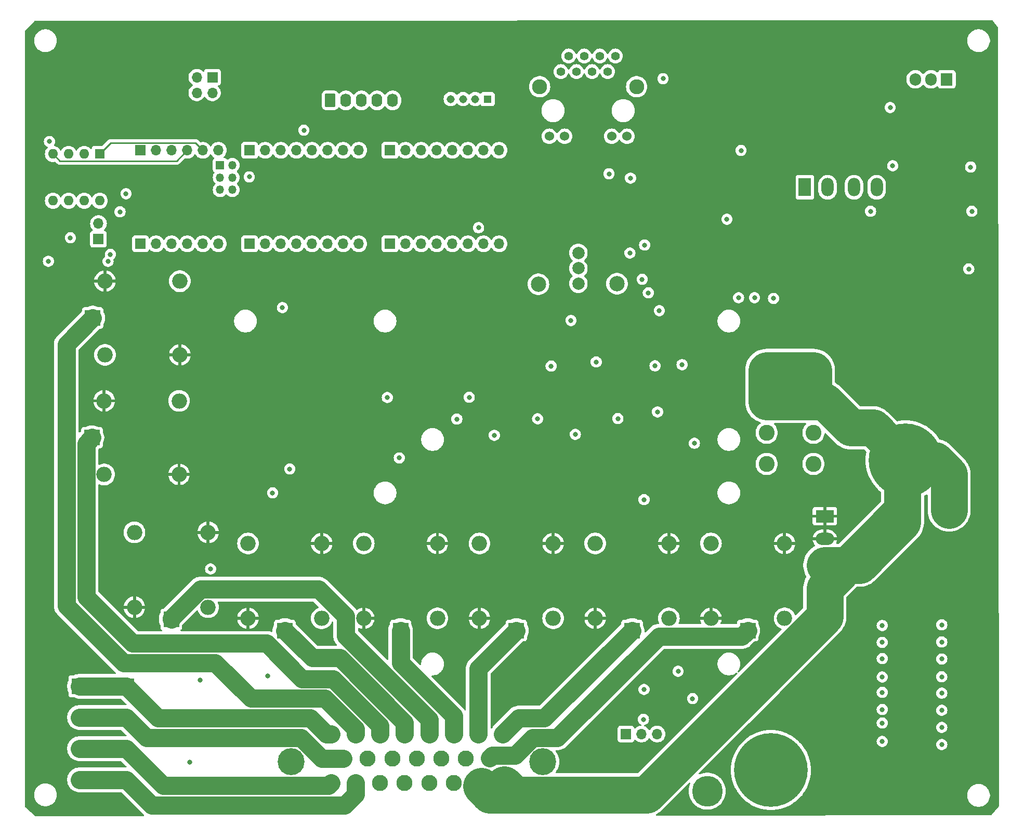
<source format=gbr>
%TF.GenerationSoftware,KiCad,Pcbnew,8.0.8*%
%TF.CreationDate,2025-03-16T07:00:45-06:00*%
%TF.ProjectId,RC11,52433131-2e6b-4696-9361-645f70636258,rev?*%
%TF.SameCoordinates,Original*%
%TF.FileFunction,Copper,L2,Inr*%
%TF.FilePolarity,Positive*%
%FSLAX46Y46*%
G04 Gerber Fmt 4.6, Leading zero omitted, Abs format (unit mm)*
G04 Created by KiCad (PCBNEW 8.0.8) date 2025-03-16 07:00:45*
%MOMM*%
%LPD*%
G01*
G04 APERTURE LIST*
G04 Aperture macros list*
%AMRoundRect*
0 Rectangle with rounded corners*
0 $1 Rounding radius*
0 $2 $3 $4 $5 $6 $7 $8 $9 X,Y pos of 4 corners*
0 Add a 4 corners polygon primitive as box body*
4,1,4,$2,$3,$4,$5,$6,$7,$8,$9,$2,$3,0*
0 Add four circle primitives for the rounded corners*
1,1,$1+$1,$2,$3*
1,1,$1+$1,$4,$5*
1,1,$1+$1,$6,$7*
1,1,$1+$1,$8,$9*
0 Add four rect primitives between the rounded corners*
20,1,$1+$1,$2,$3,$4,$5,0*
20,1,$1+$1,$4,$5,$6,$7,0*
20,1,$1+$1,$6,$7,$8,$9,0*
20,1,$1+$1,$8,$9,$2,$3,0*%
G04 Aperture macros list end*
%TA.AperFunction,ComponentPad*%
%ADD10R,1.600000X1.600000*%
%TD*%
%TA.AperFunction,ComponentPad*%
%ADD11O,1.600000X1.600000*%
%TD*%
%TA.AperFunction,ComponentPad*%
%ADD12R,1.905000X2.000000*%
%TD*%
%TA.AperFunction,ComponentPad*%
%ADD13O,1.905000X2.000000*%
%TD*%
%TA.AperFunction,ComponentPad*%
%ADD14C,2.500000*%
%TD*%
%TA.AperFunction,ComponentPad*%
%ADD15C,2.000000*%
%TD*%
%TA.AperFunction,ComponentPad*%
%ADD16R,2.600000X2.600000*%
%TD*%
%TA.AperFunction,ComponentPad*%
%ADD17C,2.600000*%
%TD*%
%TA.AperFunction,ComponentPad*%
%ADD18O,2.500000X2.500000*%
%TD*%
%TA.AperFunction,ComponentPad*%
%ADD19R,2.500000X2.500000*%
%TD*%
%TA.AperFunction,ComponentPad*%
%ADD20R,1.308000X1.308000*%
%TD*%
%TA.AperFunction,ComponentPad*%
%ADD21C,1.308000*%
%TD*%
%TA.AperFunction,ComponentPad*%
%ADD22R,1.700000X1.700000*%
%TD*%
%TA.AperFunction,ComponentPad*%
%ADD23O,1.700000X1.700000*%
%TD*%
%TA.AperFunction,ComponentPad*%
%ADD24C,1.397000*%
%TD*%
%TA.AperFunction,ComponentPad*%
%ADD25C,1.524000*%
%TD*%
%TA.AperFunction,ComponentPad*%
%ADD26C,2.445000*%
%TD*%
%TA.AperFunction,ComponentPad*%
%ADD27RoundRect,0.250000X-0.620000X-0.845000X0.620000X-0.845000X0.620000X0.845000X-0.620000X0.845000X0*%
%TD*%
%TA.AperFunction,ComponentPad*%
%ADD28O,1.740000X2.190000*%
%TD*%
%TA.AperFunction,ComponentPad*%
%ADD29C,2.625000*%
%TD*%
%TA.AperFunction,ComponentPad*%
%ADD30C,4.395000*%
%TD*%
%TA.AperFunction,ComponentPad*%
%ADD31C,12.000000*%
%TD*%
%TA.AperFunction,ComponentPad*%
%ADD32C,5.000000*%
%TD*%
%TA.AperFunction,ComponentPad*%
%ADD33R,1.350000X1.350000*%
%TD*%
%TA.AperFunction,ComponentPad*%
%ADD34O,1.350000X1.350000*%
%TD*%
%TA.AperFunction,ComponentPad*%
%ADD35R,2.000000X3.000000*%
%TD*%
%TA.AperFunction,ComponentPad*%
%ADD36O,2.000000X3.000000*%
%TD*%
%TA.AperFunction,ComponentPad*%
%ADD37R,3.000000X2.000000*%
%TD*%
%TA.AperFunction,ComponentPad*%
%ADD38O,3.000000X2.000000*%
%TD*%
%TA.AperFunction,ViaPad*%
%ADD39C,0.800000*%
%TD*%
%TA.AperFunction,Conductor*%
%ADD40C,3.000000*%
%TD*%
%TA.AperFunction,Conductor*%
%ADD41C,6.000000*%
%TD*%
%TA.AperFunction,Conductor*%
%ADD42C,0.254000*%
%TD*%
G04 APERTURE END LIST*
D10*
%TO.N,uC_CTX*%
%TO.C,U8*%
X32350000Y-51960000D03*
D11*
%TO.N,GND*%
X29810000Y-51960000D03*
%TO.N,+5V*%
X27270000Y-51960000D03*
%TO.N,uC_CRX*%
X24730000Y-51960000D03*
%TO.N,+3.3V*%
X24730000Y-59580000D03*
%TO.N,CANL*%
X27270000Y-59580000D03*
%TO.N,CANH*%
X29810000Y-59580000D03*
%TO.N,Standby*%
X32350000Y-59580000D03*
%TD*%
D12*
%TO.N,Net-(U4-VI)*%
%TO.C,U4*%
X170300000Y-39800000D03*
D13*
%TO.N,GND*%
X167760000Y-39800000D03*
%TO.N,Net-(U4-VO)*%
X165220000Y-39800000D03*
%TD*%
D14*
%TO.N,Net-(U5A-+)*%
%TO.C,TP2*%
X103800000Y-73200000D03*
%TD*%
%TO.N,Net-(U5B--)*%
%TO.C,TP1*%
X116600000Y-73100000D03*
%TD*%
D15*
%TO.N,Net-(U5B--)*%
%TO.C,RV1*%
X110300000Y-73100000D03*
X110300000Y-70600000D03*
%TO.N,Net-(U5A-+)*%
X110300000Y-68100000D03*
%TD*%
D16*
%TO.N,M1A*%
%TO.C,KF2*%
X29045000Y-138715000D03*
X36665000Y-138715000D03*
D17*
%TO.N,M1B*%
X29045000Y-143795000D03*
X36665000Y-143795000D03*
%TO.N,M2A*%
X29045000Y-148875000D03*
X36665000Y-148875000D03*
%TO.N,M2B*%
X29045000Y-153955000D03*
X36665000Y-153955000D03*
%TD*%
D16*
%TO.N,12V_In*%
%TO.C,KF1*%
X140980000Y-87240000D03*
X148600000Y-87240000D03*
D17*
X140980000Y-92320000D03*
X148600000Y-92320000D03*
%TO.N,GND*%
X140980000Y-97400000D03*
X148600000Y-97400000D03*
X140980000Y-102480000D03*
X148600000Y-102480000D03*
%TD*%
D18*
%TO.N,Net-(U3-O1)*%
%TO.C,K8*%
X143900000Y-127627500D03*
%TO.N,+12V*%
X131900000Y-127627500D03*
D19*
%TO.N,R8*%
X137900000Y-129627500D03*
D18*
%TO.N,GND*%
X131900000Y-115427500D03*
%TO.N,+12V*%
X143900000Y-115427500D03*
%TD*%
%TO.N,Net-(U3-O2)*%
%TO.C,K7*%
X125050000Y-127627500D03*
%TO.N,+12V*%
X113050000Y-127627500D03*
D19*
%TO.N,R7*%
X119050000Y-129627500D03*
D18*
%TO.N,GND*%
X113050000Y-115427500D03*
%TO.N,+12V*%
X125050000Y-115427500D03*
%TD*%
%TO.N,Net-(U3-O3)*%
%TO.C,K6*%
X106200000Y-127627500D03*
%TO.N,+12V*%
X94200000Y-127627500D03*
D19*
%TO.N,R6*%
X100200000Y-129627500D03*
D18*
%TO.N,GND*%
X94200000Y-115427500D03*
%TO.N,+12V*%
X106200000Y-115427500D03*
%TD*%
%TO.N,Net-(U3-O4)*%
%TO.C,K5*%
X87350000Y-127627500D03*
%TO.N,+12V*%
X75350000Y-127627500D03*
D19*
%TO.N,R5*%
X81350000Y-129627500D03*
D18*
%TO.N,GND*%
X75350000Y-115427500D03*
%TO.N,+12V*%
X87350000Y-115427500D03*
%TD*%
%TO.N,Net-(U3-O6)*%
%TO.C,K4*%
X68500000Y-127627500D03*
%TO.N,+12V*%
X56500000Y-127627500D03*
D19*
%TO.N,R3*%
X62500000Y-129627500D03*
D18*
%TO.N,GND*%
X56500000Y-115427500D03*
%TO.N,+12V*%
X68500000Y-115427500D03*
%TD*%
%TO.N,Net-(U3-O5)*%
%TO.C,K3*%
X50000000Y-125827500D03*
%TO.N,+12V*%
X38000000Y-125827500D03*
D19*
%TO.N,R4*%
X44000000Y-127827500D03*
D18*
%TO.N,GND*%
X38000000Y-113627500D03*
%TO.N,+12V*%
X50000000Y-113627500D03*
%TD*%
%TO.N,Net-(U3-O7)*%
%TO.C,K2*%
X33072500Y-104200000D03*
%TO.N,+12V*%
X33072500Y-92200000D03*
D19*
%TO.N,R2*%
X31072500Y-98200000D03*
D18*
%TO.N,GND*%
X45272500Y-92200000D03*
%TO.N,+12V*%
X45272500Y-104200000D03*
%TD*%
%TO.N,Net-(U3-O8)*%
%TO.C,K1*%
X33200000Y-84700000D03*
%TO.N,+12V*%
X33200000Y-72700000D03*
D19*
%TO.N,R1*%
X31200000Y-78700000D03*
D18*
%TO.N,GND*%
X45400000Y-72700000D03*
%TO.N,+12V*%
X45400000Y-84700000D03*
%TD*%
D20*
%TO.N,Dir1Pin*%
%TO.C,J21*%
X95523200Y-43017000D03*
D21*
%TO.N,PWM1Pin*%
X93523200Y-43017000D03*
%TO.N,unconnected-(J21-Red-Pad3)*%
X91523200Y-43017000D03*
%TO.N,GND*%
X89523200Y-43017000D03*
%TD*%
D22*
%TO.N,Net-(J18-Pin_1)*%
%TO.C,J18*%
X32140000Y-65845000D03*
D23*
%TO.N,CANH*%
X32140000Y-63305000D03*
%TD*%
D22*
%TO.N,Net-(J17-Pin_1)*%
%TO.C,J17*%
X118060000Y-146500000D03*
D23*
%TO.N,PressureSensor*%
X120600000Y-146500000D03*
%TO.N,Net-(J17-Pin_3)*%
X123140000Y-146500000D03*
%TD*%
D22*
%TO.N,Net-(J16-Pin_1)*%
%TO.C,J16*%
X56760000Y-51360000D03*
D23*
%TO.N,Net-(J16-Pin_2)*%
X59300000Y-51360000D03*
%TO.N,unconnected-(J16-Pin_3-Pad3)*%
X61840000Y-51360000D03*
%TO.N,unconnected-(J16-Pin_4-Pad4)*%
X64380000Y-51360000D03*
%TO.N,PWM2Pin*%
X66920000Y-51360000D03*
%TO.N,Dir2Pin*%
X69460000Y-51360000D03*
%TO.N,unconnected-(J16-Pin_7-Pad7)*%
X72000000Y-51360000D03*
%TO.N,GND*%
X74540000Y-51360000D03*
%TD*%
D22*
%TO.N,+5V*%
%TO.C,J15*%
X38980000Y-51360000D03*
D23*
%TO.N,GND*%
X41520000Y-51360000D03*
%TO.N,unconnected-(J15-Pin_3-Pad3)*%
X44060000Y-51360000D03*
%TO.N,uC_CRX*%
X46600000Y-51360000D03*
%TO.N,uC_CTX*%
X49140000Y-51360000D03*
%TO.N,unconnected-(J15-Pin_6-Pad6)*%
X51680000Y-51360000D03*
%TD*%
D24*
%TO.N,Net-(J1-Pin_6)*%
%TO.C,J14*%
X107454999Y-38540000D03*
%TO.N,Net-(J1-Pin_5)*%
X108724999Y-36000000D03*
%TO.N,Net-(J1-Pin_1)*%
X109994999Y-38540000D03*
%TO.N,Net-(C8-Pad1)*%
X111264999Y-36000000D03*
X112534999Y-38540000D03*
%TO.N,Net-(J1-Pin_2)*%
X113804999Y-36000000D03*
%TO.N,unconnected-(J14-NC-Pad7)*%
X115074999Y-38540000D03*
%TO.N,GND*%
X116344999Y-36000000D03*
D25*
%TO.N,Net-(J1-Pin_3)*%
X105574998Y-49089999D03*
%TO.N,GND*%
X108064998Y-49089999D03*
X115735000Y-49089999D03*
%TO.N,Net-(J14-LED-Pad12)*%
X118225000Y-49089999D03*
D26*
%TO.N,GND*%
X119799998Y-41000000D03*
X104000000Y-41000000D03*
%TD*%
D27*
%TO.N,GND*%
%TO.C,J13*%
X69891800Y-43237000D03*
D28*
%TO.N,PWM2Pin*%
X72431800Y-43237000D03*
%TO.N,Dir2Pin*%
X74971800Y-43237000D03*
%TO.N,PWM1Pin*%
X77511800Y-43237000D03*
%TO.N,Dir1Pin*%
X80051800Y-43237000D03*
%TD*%
D29*
%TO.N,M1A*%
%TO.C,J12*%
X70000000Y-146500000D03*
%TO.N,R1*%
X74000000Y-146500000D03*
%TO.N,R2*%
X78000000Y-146500000D03*
%TO.N,R3*%
X82000000Y-146500000D03*
%TO.N,R4*%
X86000000Y-146500000D03*
%TO.N,R5*%
X90000000Y-146500000D03*
%TO.N,R6*%
X94000000Y-146500000D03*
%TO.N,R7*%
X98000000Y-146500000D03*
%TO.N,M1B*%
X72000000Y-150500000D03*
%TO.N,+5VA*%
X76000000Y-150500000D03*
%TO.N,FlowSensor1*%
X80000000Y-150500000D03*
%TO.N,FlowSensor2*%
X84000000Y-150500000D03*
%TO.N,WorkSwitch*%
X88000000Y-150500000D03*
%TO.N,PressureSensor*%
X92000000Y-150500000D03*
%TO.N,R8*%
X96000000Y-150500000D03*
%TO.N,M2A*%
X70000000Y-154500000D03*
%TO.N,M2B*%
X74000000Y-154500000D03*
%TO.N,CANL*%
X78000000Y-154500000D03*
%TO.N,CANH*%
X82000000Y-154500000D03*
%TO.N,GND*%
X86000000Y-154500000D03*
X90000000Y-154500000D03*
%TO.N,12V_In*%
X94000000Y-154500000D03*
X98000000Y-154500000D03*
D30*
%TO.N,unconnected-(J12-PadMH1)*%
X63500000Y-151000000D03*
%TO.N,unconnected-(J12-PadMH2)*%
X104500000Y-151000000D03*
%TD*%
D31*
%TO.N,GND*%
%TO.C,J11*%
X141670000Y-152360000D03*
%TD*%
D32*
%TO.N,GND*%
%TO.C,J10*%
X131300000Y-155800000D03*
%TD*%
D31*
%TO.N,12V_In*%
%TO.C,J9*%
X163600000Y-101900000D03*
%TD*%
D32*
%TO.N,12V_In*%
%TO.C,J8*%
X170700000Y-110000000D03*
%TD*%
D22*
%TO.N,PressurePin*%
%TO.C,J7*%
X79620000Y-51360000D03*
D23*
%TO.N,unconnected-(J7-Pin_2-Pad2)*%
X82160000Y-51360000D03*
%TO.N,unconnected-(J7-Pin_3-Pad3)*%
X84700000Y-51360000D03*
%TO.N,Dir1Pin*%
X87240000Y-51360000D03*
%TO.N,PWM1Pin*%
X89780000Y-51360000D03*
%TO.N,unconnected-(J7-Pin_6-Pad6)*%
X92320000Y-51360000D03*
%TO.N,unconnected-(J7-Pin_7-Pad7)*%
X94860000Y-51360000D03*
%TO.N,unconnected-(J7-Pin_8-Pad8)*%
X97400000Y-51360000D03*
%TD*%
D22*
%TO.N,Standby*%
%TO.C,J6*%
X56760000Y-66600000D03*
D23*
%TO.N,unconnected-(J6-Pin_2-Pad2)*%
X59300000Y-66600000D03*
%TO.N,RLY1*%
X61840000Y-66600000D03*
%TO.N,RLY2*%
X64380000Y-66600000D03*
%TO.N,RLY3*%
X66920000Y-66600000D03*
%TO.N,RLY4*%
X69460000Y-66600000D03*
%TO.N,RLY5*%
X72000000Y-66600000D03*
%TO.N,unconnected-(J6-Pin_8-Pad8)*%
X74540000Y-66600000D03*
%TD*%
D22*
%TO.N,RLY6*%
%TO.C,J5*%
X79620000Y-66600000D03*
D23*
%TO.N,RLY7*%
X82160000Y-66600000D03*
%TO.N,RLY8*%
X84700000Y-66600000D03*
%TO.N,FlowPin1*%
X87240000Y-66600000D03*
%TO.N,FlowPin2*%
X89780000Y-66600000D03*
%TO.N,WorkPin*%
X92320000Y-66600000D03*
%TO.N,unconnected-(J5-Pin_7-Pad7)*%
X94860000Y-66600000D03*
%TO.N,unconnected-(J5-Pin_8-Pad8)*%
X97400000Y-66600000D03*
%TD*%
D22*
%TO.N,GND*%
%TO.C,J4*%
X38980000Y-66600000D03*
D23*
%TO.N,unconnected-(J4-Pin_2-Pad2)*%
X41520000Y-66600000D03*
%TO.N,unconnected-(J4-Pin_3-Pad3)*%
X44060000Y-66600000D03*
%TO.N,unconnected-(J4-Pin_4-Pad4)*%
X46600000Y-66600000D03*
%TO.N,unconnected-(J4-Pin_5-Pad5)*%
X49140000Y-66600000D03*
%TO.N,unconnected-(J4-Pin_6-Pad6)*%
X51680000Y-66600000D03*
%TD*%
D22*
%TO.N,+5V*%
%TO.C,J2*%
X50700000Y-39460000D03*
D23*
X48160000Y-39460000D03*
%TO.N,GND*%
X50700000Y-42000000D03*
X48160000Y-42000000D03*
%TD*%
D33*
%TO.N,Net-(J1-Pin_1)*%
%TO.C,J1*%
X51950000Y-53798400D03*
D34*
%TO.N,Net-(J1-Pin_2)*%
X53950000Y-53798400D03*
%TO.N,Net-(J1-Pin_3)*%
X51950000Y-55798400D03*
%TO.N,GND*%
X53950000Y-55798400D03*
%TO.N,Net-(J1-Pin_5)*%
X51950000Y-57798400D03*
%TO.N,Net-(J1-Pin_6)*%
X53950000Y-57798400D03*
%TD*%
D35*
%TO.N,+5VA*%
%TO.C,F2*%
X147200000Y-57400000D03*
D36*
X150900000Y-57400000D03*
%TO.N,Net-(U4-VO)*%
X155200000Y-57400000D03*
X158900000Y-57400000D03*
%TD*%
D37*
%TO.N,+12V*%
%TO.C,F1*%
X150455000Y-110995000D03*
D38*
X150455000Y-114695000D03*
%TO.N,12V_In*%
X150455000Y-118995000D03*
X150455000Y-122695000D03*
%TD*%
D39*
%TO.N,GND*%
X90510000Y-95180000D03*
X136800000Y-51400000D03*
X169500000Y-134271428D03*
X47000000Y-151100000D03*
X161500000Y-53900000D03*
X173900000Y-70700000D03*
X23980000Y-69450000D03*
X129205578Y-99115578D03*
X169500000Y-142628570D03*
X139000000Y-75400000D03*
X169500000Y-148200000D03*
X128917928Y-140723000D03*
X62100000Y-77000000D03*
X63300000Y-103300000D03*
X161100000Y-44400000D03*
X142100000Y-75500000D03*
X59700000Y-137000000D03*
X169500000Y-131485714D03*
X127200000Y-86300000D03*
X157900000Y-61300000D03*
X169500000Y-139842856D03*
X27570000Y-65635000D03*
X35650000Y-61400000D03*
X115300000Y-55200000D03*
X123200000Y-94000000D03*
X120900000Y-144100000D03*
X136400000Y-75400000D03*
X103670000Y-95130000D03*
X174400000Y-61300000D03*
X134500000Y-62600000D03*
X56700000Y-55700000D03*
X169496926Y-137176445D03*
X122800000Y-86500000D03*
X169500000Y-145414284D03*
X174200000Y-54100000D03*
X121100000Y-66800000D03*
X116740000Y-95090000D03*
X113210000Y-85870000D03*
X169500000Y-128700000D03*
X123500000Y-77500000D03*
X124100000Y-39700000D03*
X118800000Y-55900000D03*
X24160000Y-49930000D03*
X48670280Y-137665000D03*
X126549422Y-136280000D03*
X120700000Y-72400000D03*
X109100000Y-79100000D03*
%TO.N,+12V*%
X142400000Y-78600000D03*
X171200000Y-98200000D03*
X142500000Y-81500000D03*
X58600000Y-118900000D03*
X61095790Y-89844210D03*
X172800000Y-98100004D03*
%TO.N,+5V*%
X105870000Y-86530000D03*
X121700000Y-74600000D03*
%TO.N,+3.3V*%
X36630000Y-58440000D03*
X118700000Y-68100000D03*
X65600000Y-48100000D03*
%TO.N,Net-(D14-A)*%
X121000000Y-108300000D03*
X121000000Y-139223000D03*
%TO.N,R1*%
X159800000Y-128800000D03*
%TO.N,R2*%
X159800000Y-131550000D03*
%TO.N,R8*%
X159800000Y-147700000D03*
%TO.N,R7*%
X159800000Y-144700000D03*
%TO.N,R6*%
X159800000Y-142500000D03*
%TO.N,R5*%
X159800000Y-139700000D03*
%TO.N,R4*%
X159800000Y-137200000D03*
%TO.N,R3*%
X159800000Y-134200000D03*
%TO.N,FlowSensor2*%
X96620000Y-97810000D03*
%TO.N,FlowSensor1*%
X81140000Y-101490000D03*
%TO.N,WorkSwitch*%
X109810000Y-97650000D03*
%TO.N,+5VA*%
X79190000Y-91660000D03*
X92530000Y-91620000D03*
%TO.N,CANL*%
X33700000Y-69460000D03*
%TO.N,CANH*%
X34090000Y-68330000D03*
%TO.N,PressurePin*%
X94050000Y-63980000D03*
%TO.N,Net-(U3-O6)*%
X60500000Y-107200000D03*
%TO.N,Net-(U3-O5)*%
X50400000Y-119600000D03*
%TD*%
D40*
%TO.N,R1*%
X36230000Y-134930000D02*
X51192385Y-134930000D01*
X74000000Y-145676450D02*
X74000000Y-146500000D01*
X26900000Y-125600000D02*
X36230000Y-134930000D01*
X69023550Y-140700000D02*
X74000000Y-145676450D01*
X31200000Y-78700000D02*
X26900000Y-83000000D01*
X51192385Y-134930000D02*
X56962385Y-140700000D01*
X26900000Y-83000000D02*
X26900000Y-125600000D01*
X56962385Y-140700000D02*
X69023550Y-140700000D01*
%TO.N,R2*%
X65320000Y-137500000D02*
X70349032Y-137500000D01*
X70349032Y-137500000D02*
X78000000Y-145150968D01*
X31072500Y-98200000D02*
X30122500Y-99150000D01*
X30122500Y-99150000D02*
X30122500Y-124122500D01*
X59550000Y-131730000D02*
X65320000Y-137500000D01*
X37730000Y-131730000D02*
X59550000Y-131730000D01*
X30122500Y-124122500D02*
X37730000Y-131730000D01*
X78000000Y-145150968D02*
X78000000Y-146500000D01*
%TO.N,R8*%
X102885602Y-147102500D02*
X99997282Y-149990820D01*
X96244015Y-149990820D02*
X95867417Y-150367418D01*
X106897500Y-147102500D02*
X102885602Y-147102500D01*
X99997282Y-149990820D02*
X96244015Y-149990820D01*
X123422500Y-130577500D02*
X106897500Y-147102500D01*
X136950000Y-130577500D02*
X123422500Y-130577500D01*
X137900000Y-129627500D02*
X136950000Y-130577500D01*
%TO.N,R7*%
X100597500Y-143902500D02*
X98000000Y-146500000D01*
X119050000Y-129627500D02*
X104775000Y-143902500D01*
X104775000Y-143902500D02*
X100597500Y-143902500D01*
%TO.N,R6*%
X94000000Y-135827500D02*
X94000000Y-146500000D01*
X100200000Y-129627500D02*
X94000000Y-135827500D01*
%TO.N,R5*%
X81350000Y-134924516D02*
X90000000Y-143574516D01*
X81350000Y-129627500D02*
X81350000Y-134924516D01*
X90000000Y-143574516D02*
X90000000Y-146500000D01*
%TO.N,R4*%
X44000000Y-127827500D02*
X44000000Y-127655569D01*
X67977500Y-122877500D02*
X72400000Y-127300000D01*
X44000000Y-127655569D02*
X48778069Y-122877500D01*
X72400000Y-130500000D02*
X86000000Y-144100000D01*
X86000000Y-144100000D02*
X86000000Y-146500000D01*
X48778069Y-122877500D02*
X67977500Y-122877500D01*
X72400000Y-127300000D02*
X72400000Y-130500000D01*
%TO.N,R3*%
X62500000Y-129627500D02*
X66972500Y-134100000D01*
X71474516Y-134100000D02*
X82000000Y-144625484D01*
X66972500Y-134100000D02*
X71474516Y-134100000D01*
X82000000Y-144625484D02*
X82000000Y-146500000D01*
D41*
%TO.N,12V_In*%
X148600000Y-92320000D02*
X150438477Y-92320000D01*
X150455000Y-122695000D02*
X150455000Y-127365751D01*
X99897499Y-156397500D02*
X98190819Y-154690820D01*
X99897499Y-156397500D02*
X95897500Y-156397500D01*
X156105000Y-118995000D02*
X150455000Y-118995000D01*
X163100000Y-102400000D02*
X163100000Y-110050000D01*
X121423251Y-156397500D02*
X99897499Y-156397500D01*
X140980000Y-87240000D02*
X140980000Y-92320000D01*
X158300000Y-96600000D02*
X163600000Y-101900000D01*
X140980000Y-87240000D02*
X148600000Y-87240000D01*
X170700000Y-104200000D02*
X170700000Y-110000000D01*
X163600000Y-101900000D02*
X168400000Y-101900000D01*
X148600000Y-87240000D02*
X148600000Y-92320000D01*
X163100000Y-112000000D02*
X156105000Y-118995000D01*
X95897500Y-156397500D02*
X94512500Y-155012500D01*
X150455000Y-127365751D02*
X121423251Y-156397500D01*
X163600000Y-101900000D02*
X163100000Y-102400000D01*
X140980000Y-92320000D02*
X148600000Y-92320000D01*
X154718477Y-96600000D02*
X158300000Y-96600000D01*
X168400000Y-101900000D02*
X170700000Y-104200000D01*
X163100000Y-102400000D02*
X163100000Y-112000000D01*
X163100000Y-110050000D02*
X150455000Y-122695000D01*
X150438477Y-92320000D02*
X154718477Y-96600000D01*
D40*
%TO.N,M1A*%
X41852500Y-143902500D02*
X36665000Y-138715000D01*
X70000000Y-146500000D02*
X69249032Y-146500000D01*
X69249032Y-146500000D02*
X66651532Y-143902500D01*
X66651532Y-143902500D02*
X41852500Y-143902500D01*
X36665000Y-138715000D02*
X29045000Y-138715000D01*
%TO.N,M2B*%
X74000000Y-156356155D02*
X72258655Y-158097500D01*
X40807500Y-158097500D02*
X36665000Y-153955000D01*
X74000000Y-154500000D02*
X74000000Y-156356155D01*
X72258655Y-158097500D02*
X40807500Y-158097500D01*
X36665000Y-153955000D02*
X29045000Y-153955000D01*
%TO.N,M2A*%
X70000000Y-154500000D02*
X69602500Y-154897500D01*
X69602500Y-154897500D02*
X42687500Y-154897500D01*
X42687500Y-154897500D02*
X36665000Y-148875000D01*
X36665000Y-148875000D02*
X29045000Y-148875000D01*
%TO.N,M1B*%
X68511898Y-150500000D02*
X65114398Y-147102500D01*
X72000000Y-150500000D02*
X68511898Y-150500000D01*
X36665000Y-143795000D02*
X29045000Y-143795000D01*
X39972500Y-147102500D02*
X36665000Y-143795000D01*
X65114398Y-147102500D02*
X39972500Y-147102500D01*
D42*
%TO.N,uC_CRX*%
X44873000Y-53087000D02*
X46600000Y-51360000D01*
X25857000Y-53087000D02*
X44873000Y-53087000D01*
X24730000Y-51960000D02*
X25857000Y-53087000D01*
%TO.N,uC_CTX*%
X32350000Y-51960000D02*
X34127000Y-50183000D01*
X47963000Y-50183000D02*
X49140000Y-51360000D01*
X34127000Y-50183000D02*
X47963000Y-50183000D01*
%TD*%
%TA.AperFunction,Conductor*%
%TO.N,+12V*%
G36*
X177805039Y-30219685D02*
G01*
X177837200Y-30249600D01*
X178675232Y-31366976D01*
X178699708Y-31432418D01*
X178700032Y-31441278D01*
X178799963Y-158254073D01*
X178780331Y-158321128D01*
X178770111Y-158334869D01*
X177637053Y-159656771D01*
X177578479Y-159694861D01*
X177543064Y-159700073D01*
X123051588Y-159770067D01*
X122984524Y-159750468D01*
X122938701Y-159697723D01*
X122928669Y-159628578D01*
X122957612Y-159564985D01*
X122992969Y-159536713D01*
X123229156Y-159410470D01*
X123515782Y-159218952D01*
X123782257Y-159000262D01*
X128355035Y-154427484D01*
X128416358Y-154393999D01*
X128486050Y-154398983D01*
X128541983Y-154440855D01*
X128566400Y-154506319D01*
X128556575Y-154564279D01*
X128468143Y-154769286D01*
X128367632Y-155105017D01*
X128367630Y-155105024D01*
X128306779Y-155450131D01*
X128306778Y-155450142D01*
X128286401Y-155799996D01*
X128286401Y-155800003D01*
X128306778Y-156149857D01*
X128306779Y-156149868D01*
X128367630Y-156494975D01*
X128367632Y-156494982D01*
X128468143Y-156830713D01*
X128606946Y-157152492D01*
X128606952Y-157152505D01*
X128782175Y-157456001D01*
X128991445Y-157737100D01*
X128991450Y-157737106D01*
X129115654Y-157868754D01*
X129231943Y-157992012D01*
X129231949Y-157992017D01*
X129231951Y-157992019D01*
X129436421Y-158163591D01*
X129500403Y-158217278D01*
X129793200Y-158409853D01*
X130106374Y-158567135D01*
X130435690Y-158686996D01*
X130435696Y-158686997D01*
X130435698Y-158686998D01*
X130776678Y-158767813D01*
X130776685Y-158767814D01*
X130776694Y-158767816D01*
X131124775Y-158808500D01*
X131124782Y-158808500D01*
X131475218Y-158808500D01*
X131475225Y-158808500D01*
X131823306Y-158767816D01*
X131823315Y-158767813D01*
X131823321Y-158767813D01*
X132098371Y-158702623D01*
X132164310Y-158686996D01*
X132493626Y-158567135D01*
X132806800Y-158409853D01*
X133099597Y-158217278D01*
X133368057Y-157992012D01*
X133608551Y-157737104D01*
X133817825Y-157456000D01*
X133993050Y-157152501D01*
X134131857Y-156830712D01*
X134232367Y-156494984D01*
X134270218Y-156280323D01*
X134293220Y-156149868D01*
X134293219Y-156149868D01*
X134293222Y-156149857D01*
X134313599Y-155800000D01*
X134293222Y-155450143D01*
X134269759Y-155317077D01*
X134232369Y-155105024D01*
X134232367Y-155105017D01*
X134222859Y-155073257D01*
X134131857Y-154769288D01*
X133993050Y-154447499D01*
X133866226Y-154227833D01*
X133817824Y-154143998D01*
X133608554Y-153862899D01*
X133608549Y-153862893D01*
X133492262Y-153739638D01*
X133368057Y-153607988D01*
X133368050Y-153607982D01*
X133368048Y-153607980D01*
X133099600Y-153382724D01*
X133093813Y-153378918D01*
X132806800Y-153190147D01*
X132572134Y-153072293D01*
X132493633Y-153032868D01*
X132493627Y-153032865D01*
X132164322Y-152913008D01*
X132164301Y-152913001D01*
X131823321Y-152832186D01*
X131823306Y-152832184D01*
X131475225Y-152791500D01*
X131124775Y-152791500D01*
X130820204Y-152827098D01*
X130776693Y-152832184D01*
X130776678Y-152832186D01*
X130435698Y-152913001D01*
X130435677Y-152913008D01*
X130106372Y-153032865D01*
X130076449Y-153047893D01*
X130007705Y-153060389D01*
X129943119Y-153033735D01*
X129903196Y-152976395D01*
X129900611Y-152906573D01*
X129933118Y-152849401D01*
X130422530Y-152359989D01*
X135156478Y-152359989D01*
X135156478Y-152360010D01*
X135176556Y-152871034D01*
X135176557Y-152871057D01*
X135236667Y-153378918D01*
X135236668Y-153378928D01*
X135236670Y-153378939D01*
X135236673Y-153378954D01*
X135336444Y-153880539D01*
X135336449Y-153880562D01*
X135475272Y-154372788D01*
X135475273Y-154372794D01*
X135652288Y-154852613D01*
X135652290Y-154852617D01*
X135850304Y-155282143D01*
X135866415Y-155317089D01*
X136116299Y-155763288D01*
X136116307Y-155763302D01*
X136143434Y-155803900D01*
X136400450Y-156188552D01*
X136400452Y-156188554D01*
X136400454Y-156188558D01*
X136717072Y-156590186D01*
X136717083Y-156590199D01*
X136856712Y-156741249D01*
X137064244Y-156965756D01*
X137307113Y-157190261D01*
X137439800Y-157312916D01*
X137439813Y-157312927D01*
X137841441Y-157629545D01*
X137841442Y-157629545D01*
X137841448Y-157629550D01*
X138237624Y-157894266D01*
X138266697Y-157913692D01*
X138266711Y-157913700D01*
X138712910Y-158163584D01*
X138712912Y-158163585D01*
X138712923Y-158163591D01*
X139177383Y-158377710D01*
X139264510Y-158409853D01*
X139657205Y-158554726D01*
X139657206Y-158554726D01*
X139657211Y-158554728D01*
X140103748Y-158680664D01*
X140126198Y-158686996D01*
X140149448Y-158693553D01*
X140651061Y-158793330D01*
X140856933Y-158817696D01*
X141158942Y-158853442D01*
X141158949Y-158853442D01*
X141158955Y-158853443D01*
X141414477Y-158863482D01*
X141669990Y-158873522D01*
X141670000Y-158873522D01*
X141670010Y-158873522D01*
X141913354Y-158863960D01*
X142181045Y-158853443D01*
X142181051Y-158853442D01*
X142181057Y-158853442D01*
X142416704Y-158825550D01*
X142688939Y-158793330D01*
X143190552Y-158693553D01*
X143682789Y-158554728D01*
X144162617Y-158377710D01*
X144627077Y-158163591D01*
X145073306Y-157913690D01*
X145498552Y-157629550D01*
X145900194Y-157312921D01*
X146275756Y-156965756D01*
X146622921Y-156590194D01*
X146789641Y-156378711D01*
X173649500Y-156378711D01*
X173649500Y-156621288D01*
X173681161Y-156861785D01*
X173743947Y-157096104D01*
X173806199Y-157246393D01*
X173836776Y-157320212D01*
X173958064Y-157530289D01*
X173958066Y-157530292D01*
X173958067Y-157530293D01*
X174105733Y-157722736D01*
X174105739Y-157722743D01*
X174277256Y-157894260D01*
X174277262Y-157894265D01*
X174469711Y-158041936D01*
X174679788Y-158163224D01*
X174903900Y-158256054D01*
X175138211Y-158318838D01*
X175318586Y-158342584D01*
X175378711Y-158350500D01*
X175378712Y-158350500D01*
X175621289Y-158350500D01*
X175670342Y-158344042D01*
X175861789Y-158318838D01*
X176096100Y-158256054D01*
X176320212Y-158163224D01*
X176530289Y-158041936D01*
X176722738Y-157894265D01*
X176894265Y-157722738D01*
X177041936Y-157530289D01*
X177163224Y-157320212D01*
X177256054Y-157096100D01*
X177318838Y-156861789D01*
X177350500Y-156621288D01*
X177350500Y-156378712D01*
X177318838Y-156138211D01*
X177256054Y-155903900D01*
X177163224Y-155679788D01*
X177041936Y-155469711D01*
X176980957Y-155390242D01*
X176894266Y-155277263D01*
X176894260Y-155277256D01*
X176722743Y-155105739D01*
X176722736Y-155105733D01*
X176530293Y-154958067D01*
X176530292Y-154958066D01*
X176530289Y-154958064D01*
X176347649Y-154852617D01*
X176320214Y-154836777D01*
X176320205Y-154836773D01*
X176096104Y-154743947D01*
X175861785Y-154681161D01*
X175621289Y-154649500D01*
X175621288Y-154649500D01*
X175378712Y-154649500D01*
X175378711Y-154649500D01*
X175138214Y-154681161D01*
X174903895Y-154743947D01*
X174679794Y-154836773D01*
X174679785Y-154836777D01*
X174469706Y-154958067D01*
X174277263Y-155105733D01*
X174277256Y-155105739D01*
X174105739Y-155277256D01*
X174105733Y-155277263D01*
X173958067Y-155469706D01*
X173836777Y-155679785D01*
X173836773Y-155679794D01*
X173743947Y-155903895D01*
X173681161Y-156138214D01*
X173649500Y-156378711D01*
X146789641Y-156378711D01*
X146939550Y-156188552D01*
X147223690Y-155763306D01*
X147473591Y-155317077D01*
X147687710Y-154852617D01*
X147864728Y-154372789D01*
X148003553Y-153880552D01*
X148103330Y-153378939D01*
X148142512Y-153047893D01*
X148163442Y-152871057D01*
X148163443Y-152871034D01*
X148164165Y-152852681D01*
X148176450Y-152539993D01*
X148183522Y-152360010D01*
X148183522Y-152359989D01*
X148171253Y-152047730D01*
X148163443Y-151848955D01*
X148163442Y-151848949D01*
X148163442Y-151848942D01*
X148122631Y-151504132D01*
X148103330Y-151341061D01*
X148003553Y-150839448D01*
X147864728Y-150347211D01*
X147821931Y-150231206D01*
X147687711Y-149867386D01*
X147681081Y-149853004D01*
X147473591Y-149402923D01*
X147461730Y-149381743D01*
X147223700Y-148956711D01*
X147223692Y-148956697D01*
X147119075Y-148800127D01*
X146939550Y-148531448D01*
X146939545Y-148531442D01*
X146939545Y-148531441D01*
X146622927Y-148129813D01*
X146622916Y-148129800D01*
X146441874Y-147933950D01*
X146275756Y-147754244D01*
X146217075Y-147700000D01*
X158886496Y-147700000D01*
X158906458Y-147889928D01*
X158906459Y-147889931D01*
X158965470Y-148071549D01*
X158965473Y-148071556D01*
X159060960Y-148236944D01*
X159188747Y-148378866D01*
X159343248Y-148491118D01*
X159517712Y-148568794D01*
X159704513Y-148608500D01*
X159895487Y-148608500D01*
X160082288Y-148568794D01*
X160256752Y-148491118D01*
X160411253Y-148378866D01*
X160539040Y-148236944D01*
X160560370Y-148200000D01*
X168586496Y-148200000D01*
X168606458Y-148389928D01*
X168606459Y-148389931D01*
X168665470Y-148571549D01*
X168665473Y-148571556D01*
X168760960Y-148736944D01*
X168888747Y-148878866D01*
X169043248Y-148991118D01*
X169217712Y-149068794D01*
X169404513Y-149108500D01*
X169595487Y-149108500D01*
X169782288Y-149068794D01*
X169956752Y-148991118D01*
X170111253Y-148878866D01*
X170239040Y-148736944D01*
X170334527Y-148571556D01*
X170393542Y-148389928D01*
X170413504Y-148200000D01*
X170393542Y-148010072D01*
X170334527Y-147828444D01*
X170239040Y-147663056D01*
X170111253Y-147521134D01*
X169956752Y-147408882D01*
X169782288Y-147331206D01*
X169782286Y-147331205D01*
X169595487Y-147291500D01*
X169404513Y-147291500D01*
X169217714Y-147331205D01*
X169217712Y-147331206D01*
X169047314Y-147407072D01*
X169043246Y-147408883D01*
X168888745Y-147521135D01*
X168760959Y-147663057D01*
X168665473Y-147828443D01*
X168665470Y-147828450D01*
X168608504Y-148003775D01*
X168606458Y-148010072D01*
X168586496Y-148200000D01*
X160560370Y-148200000D01*
X160634527Y-148071556D01*
X160693542Y-147889928D01*
X160713504Y-147700000D01*
X160693542Y-147510072D01*
X160634527Y-147328444D01*
X160539040Y-147163056D01*
X160411253Y-147021134D01*
X160256752Y-146908882D01*
X160082288Y-146831206D01*
X160082286Y-146831205D01*
X159895487Y-146791500D01*
X159704513Y-146791500D01*
X159517714Y-146831205D01*
X159517712Y-146831206D01*
X159361253Y-146900866D01*
X159343246Y-146908883D01*
X159188745Y-147021135D01*
X159060959Y-147163057D01*
X158965473Y-147328443D01*
X158965470Y-147328450D01*
X158908786Y-147502906D01*
X158906458Y-147510072D01*
X158886496Y-147700000D01*
X146217075Y-147700000D01*
X146051249Y-147546712D01*
X145900199Y-147407083D01*
X145900186Y-147407072D01*
X145498558Y-147090454D01*
X145498555Y-147090452D01*
X145498552Y-147090450D01*
X145163385Y-146866499D01*
X145073302Y-146806307D01*
X145073288Y-146806299D01*
X144627089Y-146556415D01*
X144627081Y-146556411D01*
X144627077Y-146556409D01*
X144162617Y-146342290D01*
X144162618Y-146342290D01*
X144162613Y-146342288D01*
X143682794Y-146165273D01*
X143682789Y-146165272D01*
X143556851Y-146129753D01*
X143190562Y-146026449D01*
X143190539Y-146026444D01*
X142688954Y-145926673D01*
X142688939Y-145926670D01*
X142688928Y-145926668D01*
X142688918Y-145926667D01*
X142181057Y-145866557D01*
X142181034Y-145866556D01*
X141670010Y-145846478D01*
X141669990Y-145846478D01*
X141158965Y-145866556D01*
X141158942Y-145866557D01*
X140651081Y-145926667D01*
X140651067Y-145926669D01*
X140651061Y-145926670D01*
X140651050Y-145926672D01*
X140651045Y-145926673D01*
X140149460Y-146026444D01*
X140149437Y-146026449D01*
X139657211Y-146165272D01*
X139657205Y-146165273D01*
X139177386Y-146342288D01*
X138712910Y-146556415D01*
X138266711Y-146806299D01*
X138266697Y-146806307D01*
X137841445Y-147090452D01*
X137841441Y-147090454D01*
X137439813Y-147407072D01*
X137439800Y-147407083D01*
X137064244Y-147754244D01*
X136717083Y-148129800D01*
X136717072Y-148129813D01*
X136400454Y-148531441D01*
X136400452Y-148531445D01*
X136116307Y-148956697D01*
X136116299Y-148956711D01*
X135866415Y-149402910D01*
X135652288Y-149867386D01*
X135475273Y-150347205D01*
X135475272Y-150347211D01*
X135336449Y-150839437D01*
X135336444Y-150839460D01*
X135236673Y-151341045D01*
X135236667Y-151341081D01*
X135176557Y-151848942D01*
X135176556Y-151848965D01*
X135156478Y-152359989D01*
X130422530Y-152359989D01*
X138082519Y-144700000D01*
X158886496Y-144700000D01*
X158906458Y-144889928D01*
X158906459Y-144889931D01*
X158965470Y-145071549D01*
X158965473Y-145071556D01*
X159060960Y-145236944D01*
X159188747Y-145378866D01*
X159343248Y-145491118D01*
X159517712Y-145568794D01*
X159704513Y-145608500D01*
X159895487Y-145608500D01*
X160082288Y-145568794D01*
X160256752Y-145491118D01*
X160362505Y-145414284D01*
X168586496Y-145414284D01*
X168606458Y-145604212D01*
X168606459Y-145604215D01*
X168665470Y-145785833D01*
X168665473Y-145785840D01*
X168760960Y-145951228D01*
X168888747Y-146093150D01*
X169043248Y-146205402D01*
X169217712Y-146283078D01*
X169404513Y-146322784D01*
X169595487Y-146322784D01*
X169782288Y-146283078D01*
X169956752Y-146205402D01*
X170111253Y-146093150D01*
X170239040Y-145951228D01*
X170334527Y-145785840D01*
X170393542Y-145604212D01*
X170413504Y-145414284D01*
X170393542Y-145224356D01*
X170334527Y-145042728D01*
X170239040Y-144877340D01*
X170111253Y-144735418D01*
X169956752Y-144623166D01*
X169782288Y-144545490D01*
X169782286Y-144545489D01*
X169595487Y-144505784D01*
X169404513Y-144505784D01*
X169217714Y-144545489D01*
X169043246Y-144623167D01*
X168888745Y-144735419D01*
X168760959Y-144877341D01*
X168665473Y-145042727D01*
X168665470Y-145042734D01*
X168606459Y-145224352D01*
X168606458Y-145224356D01*
X168586496Y-145414284D01*
X160362505Y-145414284D01*
X160411253Y-145378866D01*
X160539040Y-145236944D01*
X160634527Y-145071556D01*
X160693542Y-144889928D01*
X160713504Y-144700000D01*
X160693542Y-144510072D01*
X160634527Y-144328444D01*
X160539040Y-144163056D01*
X160411253Y-144021134D01*
X160256752Y-143908882D01*
X160082288Y-143831206D01*
X160082286Y-143831205D01*
X159895487Y-143791500D01*
X159704513Y-143791500D01*
X159517714Y-143831205D01*
X159343246Y-143908883D01*
X159188745Y-144021135D01*
X159060959Y-144163057D01*
X158965473Y-144328443D01*
X158965470Y-144328450D01*
X158907851Y-144505784D01*
X158906458Y-144510072D01*
X158886496Y-144700000D01*
X138082519Y-144700000D01*
X140282519Y-142500000D01*
X158886496Y-142500000D01*
X158906458Y-142689928D01*
X158906459Y-142689931D01*
X158965470Y-142871549D01*
X158965473Y-142871556D01*
X159060960Y-143036944D01*
X159188747Y-143178866D01*
X159343248Y-143291118D01*
X159517712Y-143368794D01*
X159704513Y-143408500D01*
X159895487Y-143408500D01*
X160082288Y-143368794D01*
X160256752Y-143291118D01*
X160411253Y-143178866D01*
X160539040Y-143036944D01*
X160634527Y-142871556D01*
X160693542Y-142689928D01*
X160699991Y-142628570D01*
X168586496Y-142628570D01*
X168606458Y-142818498D01*
X168606459Y-142818501D01*
X168665470Y-143000119D01*
X168665473Y-143000126D01*
X168760960Y-143165514D01*
X168888747Y-143307436D01*
X169043248Y-143419688D01*
X169217712Y-143497364D01*
X169404513Y-143537070D01*
X169595487Y-143537070D01*
X169782288Y-143497364D01*
X169956752Y-143419688D01*
X170111253Y-143307436D01*
X170239040Y-143165514D01*
X170334527Y-143000126D01*
X170393542Y-142818498D01*
X170413504Y-142628570D01*
X170393542Y-142438642D01*
X170334527Y-142257014D01*
X170239040Y-142091626D01*
X170111253Y-141949704D01*
X169956752Y-141837452D01*
X169782288Y-141759776D01*
X169782286Y-141759775D01*
X169595487Y-141720070D01*
X169404513Y-141720070D01*
X169217714Y-141759775D01*
X169043246Y-141837453D01*
X168888745Y-141949705D01*
X168760959Y-142091627D01*
X168665473Y-142257013D01*
X168665470Y-142257020D01*
X168622527Y-142389187D01*
X168606458Y-142438642D01*
X168586496Y-142628570D01*
X160699991Y-142628570D01*
X160713504Y-142500000D01*
X160693542Y-142310072D01*
X160634527Y-142128444D01*
X160539040Y-141963056D01*
X160411253Y-141821134D01*
X160256752Y-141708882D01*
X160082288Y-141631206D01*
X160082286Y-141631205D01*
X159895487Y-141591500D01*
X159704513Y-141591500D01*
X159517714Y-141631205D01*
X159343246Y-141708883D01*
X159188745Y-141821135D01*
X159060959Y-141963057D01*
X158965473Y-142128443D01*
X158965470Y-142128450D01*
X158915681Y-142281687D01*
X158906458Y-142310072D01*
X158886496Y-142500000D01*
X140282519Y-142500000D01*
X143082519Y-139700000D01*
X158886496Y-139700000D01*
X158906458Y-139889928D01*
X158906459Y-139889931D01*
X158965470Y-140071549D01*
X158965473Y-140071556D01*
X159060960Y-140236944D01*
X159188747Y-140378866D01*
X159343248Y-140491118D01*
X159517712Y-140568794D01*
X159704513Y-140608500D01*
X159895487Y-140608500D01*
X160082288Y-140568794D01*
X160256752Y-140491118D01*
X160411253Y-140378866D01*
X160539040Y-140236944D01*
X160634527Y-140071556D01*
X160693542Y-139889928D01*
X160698489Y-139842856D01*
X168586496Y-139842856D01*
X168606458Y-140032784D01*
X168606459Y-140032787D01*
X168665470Y-140214405D01*
X168665473Y-140214412D01*
X168760960Y-140379800D01*
X168888747Y-140521722D01*
X169043248Y-140633974D01*
X169217712Y-140711650D01*
X169404513Y-140751356D01*
X169595487Y-140751356D01*
X169782288Y-140711650D01*
X169956752Y-140633974D01*
X170111253Y-140521722D01*
X170239040Y-140379800D01*
X170334527Y-140214412D01*
X170393542Y-140032784D01*
X170413504Y-139842856D01*
X170393542Y-139652928D01*
X170334527Y-139471300D01*
X170239040Y-139305912D01*
X170111253Y-139163990D01*
X169956752Y-139051738D01*
X169782288Y-138974062D01*
X169782286Y-138974061D01*
X169595487Y-138934356D01*
X169404513Y-138934356D01*
X169217714Y-138974061D01*
X169043246Y-139051739D01*
X168888745Y-139163991D01*
X168760959Y-139305913D01*
X168665473Y-139471299D01*
X168665470Y-139471306D01*
X168606459Y-139652924D01*
X168606458Y-139652928D01*
X168586496Y-139842856D01*
X160698489Y-139842856D01*
X160713504Y-139700000D01*
X160693542Y-139510072D01*
X160634527Y-139328444D01*
X160539040Y-139163056D01*
X160411253Y-139021134D01*
X160256752Y-138908882D01*
X160082288Y-138831206D01*
X160082286Y-138831205D01*
X159895487Y-138791500D01*
X159704513Y-138791500D01*
X159517714Y-138831205D01*
X159343246Y-138908883D01*
X159188745Y-139021135D01*
X159060959Y-139163057D01*
X158965473Y-139328443D01*
X158965470Y-139328450D01*
X158906459Y-139510068D01*
X158906458Y-139510072D01*
X158886496Y-139700000D01*
X143082519Y-139700000D01*
X145582519Y-137200000D01*
X158886496Y-137200000D01*
X158906458Y-137389928D01*
X158906459Y-137389931D01*
X158965470Y-137571549D01*
X158965473Y-137571556D01*
X159060960Y-137736944D01*
X159188747Y-137878866D01*
X159343248Y-137991118D01*
X159517712Y-138068794D01*
X159704513Y-138108500D01*
X159895487Y-138108500D01*
X160082288Y-138068794D01*
X160256752Y-137991118D01*
X160411253Y-137878866D01*
X160539040Y-137736944D01*
X160634527Y-137571556D01*
X160693542Y-137389928D01*
X160713504Y-137200000D01*
X160711028Y-137176445D01*
X168583422Y-137176445D01*
X168603384Y-137366373D01*
X168603385Y-137366376D01*
X168662396Y-137547994D01*
X168662399Y-137548001D01*
X168757886Y-137713389D01*
X168885673Y-137855311D01*
X169040174Y-137967563D01*
X169214638Y-138045239D01*
X169401439Y-138084945D01*
X169592413Y-138084945D01*
X169779214Y-138045239D01*
X169953678Y-137967563D01*
X170108179Y-137855311D01*
X170235966Y-137713389D01*
X170331453Y-137548001D01*
X170390468Y-137366373D01*
X170410430Y-137176445D01*
X170390468Y-136986517D01*
X170331453Y-136804889D01*
X170235966Y-136639501D01*
X170108179Y-136497579D01*
X169953678Y-136385327D01*
X169779214Y-136307651D01*
X169779212Y-136307650D01*
X169592413Y-136267945D01*
X169401439Y-136267945D01*
X169214640Y-136307650D01*
X169040172Y-136385328D01*
X168885671Y-136497580D01*
X168757885Y-136639502D01*
X168662399Y-136804888D01*
X168662396Y-136804895D01*
X168612369Y-136958864D01*
X168603384Y-136986517D01*
X168583422Y-137176445D01*
X160711028Y-137176445D01*
X160693542Y-137010072D01*
X160634527Y-136828444D01*
X160539040Y-136663056D01*
X160411253Y-136521134D01*
X160256752Y-136408882D01*
X160082288Y-136331206D01*
X160082286Y-136331205D01*
X159895487Y-136291500D01*
X159704513Y-136291500D01*
X159517714Y-136331205D01*
X159517712Y-136331206D01*
X159396152Y-136385328D01*
X159343246Y-136408883D01*
X159188745Y-136521135D01*
X159060959Y-136663057D01*
X158965473Y-136828443D01*
X158965470Y-136828450D01*
X158906459Y-137010068D01*
X158906458Y-137010072D01*
X158886496Y-137200000D01*
X145582519Y-137200000D01*
X148582519Y-134200000D01*
X158886496Y-134200000D01*
X158906458Y-134389928D01*
X158906459Y-134389931D01*
X158965470Y-134571549D01*
X158965473Y-134571556D01*
X159060960Y-134736944D01*
X159188747Y-134878866D01*
X159343248Y-134991118D01*
X159517712Y-135068794D01*
X159704513Y-135108500D01*
X159895487Y-135108500D01*
X160082288Y-135068794D01*
X160256752Y-134991118D01*
X160411253Y-134878866D01*
X160539040Y-134736944D01*
X160634527Y-134571556D01*
X160693542Y-134389928D01*
X160705997Y-134271428D01*
X168586496Y-134271428D01*
X168606458Y-134461356D01*
X168606459Y-134461359D01*
X168665470Y-134642977D01*
X168665473Y-134642984D01*
X168760960Y-134808372D01*
X168888747Y-134950294D01*
X169043248Y-135062546D01*
X169217712Y-135140222D01*
X169404513Y-135179928D01*
X169595487Y-135179928D01*
X169782288Y-135140222D01*
X169956752Y-135062546D01*
X170111253Y-134950294D01*
X170239040Y-134808372D01*
X170334527Y-134642984D01*
X170393542Y-134461356D01*
X170413504Y-134271428D01*
X170393542Y-134081500D01*
X170334527Y-133899872D01*
X170239040Y-133734484D01*
X170111253Y-133592562D01*
X169956752Y-133480310D01*
X169782288Y-133402634D01*
X169782286Y-133402633D01*
X169595487Y-133362928D01*
X169404513Y-133362928D01*
X169217714Y-133402633D01*
X169043246Y-133480311D01*
X168888745Y-133592563D01*
X168760959Y-133734485D01*
X168665473Y-133899871D01*
X168665470Y-133899878D01*
X168616787Y-134049711D01*
X168606458Y-134081500D01*
X168586496Y-134271428D01*
X160705997Y-134271428D01*
X160713504Y-134200000D01*
X160693542Y-134010072D01*
X160634527Y-133828444D01*
X160539040Y-133663056D01*
X160411253Y-133521134D01*
X160256752Y-133408882D01*
X160082288Y-133331206D01*
X160082286Y-133331205D01*
X159895487Y-133291500D01*
X159704513Y-133291500D01*
X159517714Y-133331205D01*
X159517712Y-133331206D01*
X159357282Y-133402634D01*
X159343246Y-133408883D01*
X159188745Y-133521135D01*
X159060959Y-133663057D01*
X158965473Y-133828443D01*
X158965470Y-133828450D01*
X158906459Y-134010068D01*
X158906458Y-134010072D01*
X158886496Y-134200000D01*
X148582519Y-134200000D01*
X151232519Y-131550000D01*
X158886496Y-131550000D01*
X158906458Y-131739928D01*
X158906459Y-131739931D01*
X158965470Y-131921549D01*
X158965473Y-131921556D01*
X159060960Y-132086944D01*
X159188747Y-132228866D01*
X159343248Y-132341118D01*
X159517712Y-132418794D01*
X159704513Y-132458500D01*
X159895487Y-132458500D01*
X160082288Y-132418794D01*
X160256752Y-132341118D01*
X160411253Y-132228866D01*
X160539040Y-132086944D01*
X160634527Y-131921556D01*
X160693542Y-131739928D01*
X160713504Y-131550000D01*
X160706747Y-131485714D01*
X168586496Y-131485714D01*
X168606458Y-131675642D01*
X168606459Y-131675645D01*
X168665470Y-131857263D01*
X168665473Y-131857270D01*
X168760960Y-132022658D01*
X168888747Y-132164580D01*
X169043248Y-132276832D01*
X169217712Y-132354508D01*
X169404513Y-132394214D01*
X169595487Y-132394214D01*
X169782288Y-132354508D01*
X169956752Y-132276832D01*
X170111253Y-132164580D01*
X170239040Y-132022658D01*
X170334527Y-131857270D01*
X170393542Y-131675642D01*
X170413504Y-131485714D01*
X170393542Y-131295786D01*
X170334527Y-131114158D01*
X170239040Y-130948770D01*
X170111253Y-130806848D01*
X169956752Y-130694596D01*
X169782288Y-130616920D01*
X169782286Y-130616919D01*
X169595487Y-130577214D01*
X169404513Y-130577214D01*
X169217714Y-130616919D01*
X169043246Y-130694597D01*
X168888745Y-130806849D01*
X168760959Y-130948771D01*
X168665473Y-131114157D01*
X168665470Y-131114164D01*
X168606459Y-131295782D01*
X168606458Y-131295786D01*
X168586496Y-131485714D01*
X160706747Y-131485714D01*
X160693542Y-131360072D01*
X160634527Y-131178444D01*
X160539040Y-131013056D01*
X160411253Y-130871134D01*
X160256752Y-130758882D01*
X160082288Y-130681206D01*
X160082286Y-130681205D01*
X159895487Y-130641500D01*
X159704513Y-130641500D01*
X159517714Y-130681205D01*
X159343246Y-130758883D01*
X159188745Y-130871135D01*
X159060959Y-131013057D01*
X158965473Y-131178443D01*
X158965470Y-131178450D01*
X158906459Y-131360068D01*
X158906458Y-131360072D01*
X158886496Y-131550000D01*
X151232519Y-131550000D01*
X153057757Y-129724762D01*
X153057762Y-129724757D01*
X153276452Y-129458282D01*
X153467970Y-129171656D01*
X153630471Y-128867637D01*
X153658487Y-128800000D01*
X158886496Y-128800000D01*
X158906458Y-128989928D01*
X158906459Y-128989931D01*
X158965470Y-129171549D01*
X158965473Y-129171556D01*
X159060960Y-129336944D01*
X159188747Y-129478866D01*
X159343248Y-129591118D01*
X159517712Y-129668794D01*
X159704513Y-129708500D01*
X159895487Y-129708500D01*
X160082288Y-129668794D01*
X160256752Y-129591118D01*
X160411253Y-129478866D01*
X160539040Y-129336944D01*
X160634527Y-129171556D01*
X160693542Y-128989928D01*
X160713504Y-128800000D01*
X160702994Y-128700000D01*
X168586496Y-128700000D01*
X168606458Y-128889928D01*
X168606459Y-128889931D01*
X168665470Y-129071549D01*
X168665473Y-129071556D01*
X168760960Y-129236944D01*
X168888747Y-129378866D01*
X169043248Y-129491118D01*
X169217712Y-129568794D01*
X169404513Y-129608500D01*
X169595487Y-129608500D01*
X169782288Y-129568794D01*
X169956752Y-129491118D01*
X170111253Y-129378866D01*
X170239040Y-129236944D01*
X170334527Y-129071556D01*
X170393542Y-128889928D01*
X170413504Y-128700000D01*
X170393542Y-128510072D01*
X170334527Y-128328444D01*
X170239040Y-128163056D01*
X170111253Y-128021134D01*
X169956752Y-127908882D01*
X169782288Y-127831206D01*
X169782286Y-127831205D01*
X169595487Y-127791500D01*
X169404513Y-127791500D01*
X169217714Y-127831205D01*
X169217712Y-127831206D01*
X169084933Y-127890323D01*
X169043246Y-127908883D01*
X168888745Y-128021135D01*
X168760959Y-128163057D01*
X168665473Y-128328443D01*
X168665470Y-128328450D01*
X168611618Y-128494190D01*
X168606458Y-128510072D01*
X168586496Y-128700000D01*
X160702994Y-128700000D01*
X160693542Y-128610072D01*
X160634527Y-128428444D01*
X160539040Y-128263056D01*
X160411253Y-128121134D01*
X160256752Y-128008882D01*
X160082288Y-127931206D01*
X160082286Y-127931205D01*
X159895487Y-127891500D01*
X159704513Y-127891500D01*
X159517714Y-127931205D01*
X159343246Y-128008883D01*
X159188745Y-128121135D01*
X159060959Y-128263057D01*
X158965473Y-128428443D01*
X158965470Y-128428450D01*
X158919803Y-128569000D01*
X158906458Y-128610072D01*
X158886496Y-128800000D01*
X153658487Y-128800000D01*
X153762391Y-128549154D01*
X153862459Y-128219275D01*
X153862461Y-128219265D01*
X153862464Y-128219254D01*
X153903243Y-128014239D01*
X153929711Y-127881176D01*
X153963500Y-127538113D01*
X153963500Y-127193390D01*
X153963500Y-124199630D01*
X153983185Y-124132591D01*
X153999819Y-124111949D01*
X155571949Y-122539819D01*
X155633272Y-122506334D01*
X155659630Y-122503500D01*
X156277359Y-122503500D01*
X156277362Y-122503500D01*
X156620425Y-122469711D01*
X156787774Y-122436423D01*
X156958503Y-122402464D01*
X156958514Y-122402461D01*
X156958514Y-122402460D01*
X156958524Y-122402459D01*
X157288403Y-122302391D01*
X157606886Y-122170471D01*
X157910905Y-122007970D01*
X158197531Y-121816452D01*
X158464006Y-121597762D01*
X165702763Y-114359006D01*
X165921452Y-114092531D01*
X166112970Y-113805905D01*
X166275471Y-113501886D01*
X166407391Y-113183403D01*
X166507459Y-112853524D01*
X166507461Y-112853514D01*
X166507464Y-112853503D01*
X166551100Y-112634124D01*
X166574711Y-112515425D01*
X166608500Y-112172361D01*
X166608500Y-111827638D01*
X166608500Y-107747470D01*
X166628185Y-107680431D01*
X166671911Y-107639280D01*
X166810289Y-107561785D01*
X167003306Y-107453690D01*
X167003305Y-107453690D01*
X167005431Y-107452500D01*
X167005837Y-107453225D01*
X167070092Y-107435809D01*
X167136705Y-107456891D01*
X167181346Y-107510639D01*
X167191500Y-107559782D01*
X167191500Y-110172358D01*
X167225287Y-110515414D01*
X167225290Y-110515431D01*
X167292535Y-110853503D01*
X167292538Y-110853514D01*
X167392609Y-111183404D01*
X167524526Y-111501879D01*
X167524533Y-111501893D01*
X167687023Y-111805893D01*
X167687034Y-111805911D01*
X167878542Y-112092522D01*
X167878552Y-112092536D01*
X168097242Y-112359011D01*
X168340988Y-112602757D01*
X168340993Y-112602761D01*
X168340994Y-112602762D01*
X168607469Y-112821452D01*
X168894095Y-113012970D01*
X169198114Y-113175471D01*
X169516597Y-113307391D01*
X169846476Y-113407459D01*
X169846482Y-113407460D01*
X169846485Y-113407461D01*
X169846496Y-113407464D01*
X170058496Y-113449632D01*
X170184575Y-113474711D01*
X170527638Y-113508500D01*
X170527641Y-113508500D01*
X170872359Y-113508500D01*
X170872362Y-113508500D01*
X171215425Y-113474711D01*
X171400477Y-113437902D01*
X171553503Y-113407464D01*
X171553514Y-113407461D01*
X171553514Y-113407460D01*
X171553524Y-113407459D01*
X171883403Y-113307391D01*
X172201886Y-113175471D01*
X172505905Y-113012970D01*
X172792531Y-112821452D01*
X173059006Y-112602762D01*
X173302762Y-112359006D01*
X173521452Y-112092531D01*
X173712970Y-111805905D01*
X173875471Y-111501886D01*
X174007391Y-111183403D01*
X174107459Y-110853524D01*
X174107461Y-110853514D01*
X174107464Y-110853503D01*
X174141423Y-110682774D01*
X174174711Y-110515425D01*
X174208500Y-110172362D01*
X174208500Y-104027638D01*
X174174711Y-103684575D01*
X174147942Y-103550000D01*
X174107464Y-103346496D01*
X174107461Y-103346485D01*
X174107460Y-103346482D01*
X174107459Y-103346476D01*
X174007391Y-103016597D01*
X173875471Y-102698114D01*
X173712970Y-102394095D01*
X173521452Y-102107469D01*
X173302762Y-101840994D01*
X173302761Y-101840993D01*
X173302757Y-101840988D01*
X173059006Y-101597238D01*
X170759011Y-99297242D01*
X170492536Y-99078552D01*
X170492535Y-99078551D01*
X170492531Y-99078548D01*
X170205905Y-98887030D01*
X170205900Y-98887027D01*
X170205893Y-98887023D01*
X169901893Y-98724533D01*
X169901886Y-98724529D01*
X169791472Y-98678794D01*
X169583404Y-98592609D01*
X169461380Y-98555593D01*
X169253524Y-98492541D01*
X169235039Y-98488864D01*
X169185562Y-98479022D01*
X169123651Y-98446636D01*
X169106652Y-98426296D01*
X169038607Y-98324460D01*
X168869550Y-98071448D01*
X168869545Y-98071442D01*
X168869545Y-98071441D01*
X168552927Y-97669813D01*
X168552916Y-97669800D01*
X168369155Y-97471009D01*
X168205756Y-97294244D01*
X167959589Y-97066690D01*
X167830199Y-96947083D01*
X167830186Y-96947072D01*
X167428558Y-96630454D01*
X167428555Y-96630452D01*
X167428552Y-96630450D01*
X167003306Y-96346310D01*
X167003302Y-96346307D01*
X167003288Y-96346299D01*
X166557089Y-96096415D01*
X166557081Y-96096411D01*
X166557077Y-96096409D01*
X166208732Y-95935819D01*
X166092613Y-95882288D01*
X165612794Y-95705273D01*
X165612789Y-95705272D01*
X165476881Y-95666942D01*
X165120562Y-95566449D01*
X165120539Y-95566444D01*
X164618954Y-95466673D01*
X164618939Y-95466670D01*
X164618928Y-95466668D01*
X164618918Y-95466667D01*
X164111057Y-95406557D01*
X164111034Y-95406556D01*
X163600010Y-95386478D01*
X163599990Y-95386478D01*
X163088965Y-95406556D01*
X163088942Y-95406557D01*
X162581081Y-95466667D01*
X162581067Y-95466669D01*
X162581061Y-95466670D01*
X162581050Y-95466672D01*
X162581045Y-95466673D01*
X162268538Y-95528833D01*
X162198946Y-95522606D01*
X162156666Y-95494897D01*
X160659011Y-93997242D01*
X160392536Y-93778552D01*
X160392535Y-93778551D01*
X160392531Y-93778548D01*
X160105905Y-93587030D01*
X160105900Y-93587027D01*
X160105893Y-93587023D01*
X159801893Y-93424533D01*
X159801886Y-93424529D01*
X159727311Y-93393639D01*
X159483404Y-93292609D01*
X159153514Y-93192538D01*
X159153503Y-93192535D01*
X158815431Y-93125290D01*
X158815414Y-93125287D01*
X158555988Y-93099736D01*
X158472362Y-93091500D01*
X158472359Y-93091500D01*
X156223107Y-93091500D01*
X156156068Y-93071815D01*
X156135426Y-93055181D01*
X152797488Y-89717242D01*
X152531013Y-89498552D01*
X152531012Y-89498551D01*
X152531008Y-89498548D01*
X152244382Y-89307030D01*
X152197476Y-89281958D01*
X152174046Y-89269434D01*
X152124202Y-89220471D01*
X152108500Y-89160076D01*
X152108500Y-87067641D01*
X152108431Y-87066944D01*
X152074711Y-86724575D01*
X152049632Y-86598496D01*
X152007464Y-86386496D01*
X152007461Y-86386485D01*
X152007460Y-86386482D01*
X152007459Y-86386476D01*
X151907391Y-86056597D01*
X151775471Y-85738114D01*
X151612970Y-85434095D01*
X151421452Y-85147469D01*
X151202762Y-84880994D01*
X151202761Y-84880993D01*
X151202757Y-84880988D01*
X150959011Y-84637242D01*
X150692536Y-84418552D01*
X150692535Y-84418551D01*
X150692531Y-84418548D01*
X150405905Y-84227030D01*
X150405900Y-84227027D01*
X150405893Y-84227023D01*
X150194942Y-84114268D01*
X150101886Y-84064529D01*
X150066810Y-84050000D01*
X149783404Y-83932609D01*
X149453514Y-83832538D01*
X149453503Y-83832535D01*
X149115431Y-83765290D01*
X149115414Y-83765287D01*
X148855988Y-83739736D01*
X148772362Y-83731500D01*
X141152362Y-83731500D01*
X140807638Y-83731500D01*
X140730295Y-83739117D01*
X140464585Y-83765287D01*
X140464568Y-83765290D01*
X140126496Y-83832535D01*
X140126485Y-83832538D01*
X139796595Y-83932609D01*
X139478120Y-84064526D01*
X139478106Y-84064533D01*
X139174106Y-84227023D01*
X139174088Y-84227034D01*
X138887477Y-84418542D01*
X138887463Y-84418552D01*
X138620988Y-84637242D01*
X138377242Y-84880988D01*
X138158552Y-85147463D01*
X138158542Y-85147477D01*
X137967034Y-85434088D01*
X137967023Y-85434106D01*
X137804533Y-85738106D01*
X137804526Y-85738120D01*
X137672609Y-86056595D01*
X137572538Y-86386485D01*
X137572535Y-86386496D01*
X137505290Y-86724568D01*
X137505287Y-86724585D01*
X137480243Y-86978866D01*
X137471500Y-87067638D01*
X137471500Y-92147638D01*
X137471500Y-92492362D01*
X137478999Y-92568500D01*
X137505287Y-92835414D01*
X137505290Y-92835431D01*
X137572535Y-93173503D01*
X137572538Y-93173514D01*
X137672609Y-93503404D01*
X137786575Y-93778542D01*
X137804529Y-93821886D01*
X137815030Y-93841532D01*
X137967023Y-94125893D01*
X137967034Y-94125911D01*
X138158542Y-94412522D01*
X138158552Y-94412536D01*
X138377242Y-94679011D01*
X138620988Y-94922757D01*
X138620993Y-94922761D01*
X138620994Y-94922762D01*
X138887469Y-95141452D01*
X139174095Y-95332970D01*
X139478114Y-95495471D01*
X139796597Y-95627391D01*
X139945215Y-95672474D01*
X140003653Y-95710771D01*
X140032109Y-95774583D01*
X140021549Y-95843650D01*
X139979072Y-95893586D01*
X139938694Y-95921116D01*
X139849256Y-95982093D01*
X139650560Y-96166456D01*
X139650558Y-96166458D01*
X139481557Y-96378379D01*
X139346029Y-96613120D01*
X139247003Y-96865435D01*
X139246997Y-96865454D01*
X139186684Y-97129705D01*
X139186683Y-97129710D01*
X139166429Y-97399995D01*
X139166429Y-97400004D01*
X139186683Y-97670289D01*
X139186684Y-97670294D01*
X139246997Y-97934545D01*
X139246999Y-97934554D01*
X139247001Y-97934559D01*
X139346029Y-98186879D01*
X139481557Y-98421621D01*
X139650558Y-98633542D01*
X139849257Y-98817907D01*
X140073215Y-98970599D01*
X140317428Y-99088206D01*
X140576442Y-99168101D01*
X140576443Y-99168101D01*
X140576446Y-99168102D01*
X140844464Y-99208499D01*
X140844469Y-99208499D01*
X140844472Y-99208500D01*
X140844473Y-99208500D01*
X141115527Y-99208500D01*
X141115528Y-99208500D01*
X141142637Y-99204414D01*
X141383553Y-99168102D01*
X141383554Y-99168101D01*
X141383558Y-99168101D01*
X141642572Y-99088206D01*
X141886786Y-98970599D01*
X142110743Y-98817907D01*
X142309442Y-98633542D01*
X142478443Y-98421621D01*
X142613971Y-98186879D01*
X142712999Y-97934559D01*
X142773315Y-97670299D01*
X142773316Y-97670289D01*
X142793571Y-97400004D01*
X142793571Y-97399995D01*
X142773316Y-97129710D01*
X142773315Y-97129705D01*
X142773315Y-97129701D01*
X142712999Y-96865441D01*
X142613971Y-96613121D01*
X142478443Y-96378379D01*
X142309442Y-96166458D01*
X142176814Y-96043398D01*
X142141060Y-95983370D01*
X142143435Y-95913541D01*
X142183186Y-95856081D01*
X142247691Y-95829233D01*
X142261156Y-95828500D01*
X147318844Y-95828500D01*
X147385883Y-95848185D01*
X147431638Y-95900989D01*
X147441582Y-95970147D01*
X147412557Y-96033703D01*
X147403188Y-96043395D01*
X147354577Y-96088500D01*
X147270560Y-96166456D01*
X147270558Y-96166458D01*
X147101557Y-96378379D01*
X146966029Y-96613120D01*
X146867003Y-96865435D01*
X146866997Y-96865454D01*
X146806684Y-97129705D01*
X146806683Y-97129710D01*
X146786429Y-97399995D01*
X146786429Y-97400004D01*
X146806683Y-97670289D01*
X146806684Y-97670294D01*
X146866997Y-97934545D01*
X146866999Y-97934554D01*
X146867001Y-97934559D01*
X146966029Y-98186879D01*
X147101557Y-98421621D01*
X147270558Y-98633542D01*
X147469257Y-98817907D01*
X147693215Y-98970599D01*
X147937428Y-99088206D01*
X148196442Y-99168101D01*
X148196443Y-99168101D01*
X148196446Y-99168102D01*
X148464464Y-99208499D01*
X148464469Y-99208499D01*
X148464472Y-99208500D01*
X148464473Y-99208500D01*
X148735527Y-99208500D01*
X148735528Y-99208500D01*
X148762637Y-99204414D01*
X149003553Y-99168102D01*
X149003554Y-99168101D01*
X149003558Y-99168101D01*
X149262572Y-99088206D01*
X149506786Y-98970599D01*
X149730743Y-98817907D01*
X149929442Y-98633542D01*
X150098443Y-98421621D01*
X150233971Y-98186879D01*
X150332999Y-97934559D01*
X150393315Y-97670299D01*
X150393352Y-97669813D01*
X150403350Y-97536390D01*
X150427989Y-97471009D01*
X150484064Y-97429328D01*
X150553772Y-97424580D01*
X150614684Y-97457975D01*
X152359465Y-99202757D01*
X152359470Y-99202761D01*
X152359471Y-99202762D01*
X152625946Y-99421452D01*
X152912572Y-99612970D01*
X153216591Y-99775471D01*
X153535074Y-99907391D01*
X153864953Y-100007459D01*
X153864959Y-100007460D01*
X153864962Y-100007461D01*
X153864973Y-100007464D01*
X154076973Y-100049632D01*
X154203052Y-100074711D01*
X154546115Y-100108500D01*
X154890838Y-100108500D01*
X156795370Y-100108500D01*
X156862409Y-100128185D01*
X156883051Y-100144819D01*
X157194897Y-100456666D01*
X157228382Y-100517989D01*
X157228833Y-100568538D01*
X157166673Y-100881045D01*
X157166667Y-100881081D01*
X157106557Y-101388942D01*
X157106556Y-101388965D01*
X157086478Y-101899989D01*
X157086478Y-101900010D01*
X157106556Y-102411030D01*
X157106557Y-102411057D01*
X157166667Y-102918918D01*
X157166668Y-102918928D01*
X157166670Y-102918939D01*
X157166673Y-102918954D01*
X157266444Y-103420539D01*
X157266449Y-103420562D01*
X157405272Y-103912788D01*
X157405273Y-103912794D01*
X157582288Y-104392613D01*
X157582290Y-104392617D01*
X157793146Y-104850000D01*
X157796415Y-104857089D01*
X158046299Y-105303288D01*
X158046307Y-105303302D01*
X158110543Y-105399438D01*
X158330450Y-105728552D01*
X158330452Y-105728554D01*
X158330454Y-105728558D01*
X158647072Y-106130186D01*
X158647083Y-106130199D01*
X158683603Y-106169706D01*
X158994244Y-106505756D01*
X159100416Y-106603900D01*
X159369800Y-106852916D01*
X159369804Y-106852919D01*
X159369806Y-106852921D01*
X159544267Y-106990455D01*
X159584728Y-107047417D01*
X159591500Y-107087834D01*
X159591500Y-108545370D01*
X159571815Y-108612409D01*
X159555181Y-108633051D01*
X152738051Y-115450181D01*
X152676728Y-115483666D01*
X152650370Y-115486500D01*
X152437550Y-115486500D01*
X152370511Y-115466815D01*
X152324756Y-115414011D01*
X152314812Y-115344853D01*
X152327065Y-115306206D01*
X152345101Y-115270805D01*
X152418065Y-115046247D01*
X152434102Y-114945000D01*
X151204728Y-114945000D01*
X151296614Y-114906940D01*
X151366940Y-114836614D01*
X151405000Y-114744728D01*
X151405000Y-114645272D01*
X151366940Y-114553386D01*
X151296614Y-114483060D01*
X151204728Y-114445000D01*
X152434102Y-114445000D01*
X152418065Y-114343752D01*
X152345102Y-114119197D01*
X152237914Y-113908828D01*
X152099133Y-113717813D01*
X151932186Y-113550866D01*
X151741171Y-113412085D01*
X151530802Y-113304897D01*
X151306247Y-113231934D01*
X151306248Y-113231934D01*
X151073052Y-113195000D01*
X150705000Y-113195000D01*
X150705000Y-114445000D01*
X150205000Y-114445000D01*
X150205000Y-113195000D01*
X149836948Y-113195000D01*
X149603752Y-113231934D01*
X149379197Y-113304897D01*
X149168828Y-113412085D01*
X148977813Y-113550866D01*
X148810866Y-113717813D01*
X148672085Y-113908828D01*
X148564897Y-114119197D01*
X148491934Y-114343752D01*
X148475898Y-114445000D01*
X149705272Y-114445000D01*
X149613386Y-114483060D01*
X149543060Y-114553386D01*
X149505000Y-114645272D01*
X149505000Y-114744728D01*
X149543060Y-114836614D01*
X149613386Y-114906940D01*
X149705272Y-114945000D01*
X148475898Y-114945000D01*
X148491934Y-115046247D01*
X148564897Y-115270802D01*
X148672085Y-115481171D01*
X148810866Y-115672186D01*
X148838209Y-115699529D01*
X148871694Y-115760852D01*
X148866710Y-115830544D01*
X148824838Y-115886477D01*
X148808982Y-115896568D01*
X148649098Y-115982028D01*
X148649088Y-115982034D01*
X148362477Y-116173542D01*
X148362463Y-116173552D01*
X148095988Y-116392242D01*
X147852242Y-116635988D01*
X147633552Y-116902463D01*
X147633542Y-116902477D01*
X147442034Y-117189088D01*
X147442023Y-117189106D01*
X147279533Y-117493106D01*
X147279526Y-117493120D01*
X147147609Y-117811595D01*
X147047538Y-118141485D01*
X147047535Y-118141496D01*
X146980290Y-118479568D01*
X146980287Y-118479585D01*
X146946500Y-118822641D01*
X146946500Y-119167358D01*
X146980287Y-119510414D01*
X146980290Y-119510431D01*
X147047535Y-119848503D01*
X147047538Y-119848514D01*
X147147609Y-120178404D01*
X147279526Y-120496879D01*
X147279533Y-120496893D01*
X147434355Y-120786547D01*
X147448597Y-120854950D01*
X147434355Y-120903453D01*
X147279533Y-121193106D01*
X147279526Y-121193120D01*
X147147609Y-121511595D01*
X147047538Y-121841485D01*
X147047535Y-121841496D01*
X146980290Y-122179568D01*
X146980287Y-122179585D01*
X146946500Y-122522641D01*
X146946500Y-125861120D01*
X146926815Y-125928159D01*
X146910181Y-125948801D01*
X145765841Y-127093140D01*
X145704518Y-127126625D01*
X145634826Y-127121641D01*
X145578893Y-127079769D01*
X145562732Y-127050761D01*
X145546174Y-127008572D01*
X145488796Y-126862376D01*
X145357015Y-126634124D01*
X145192686Y-126428062D01*
X145192685Y-126428061D01*
X145192682Y-126428057D01*
X144999481Y-126248794D01*
X144996842Y-126246995D01*
X144781716Y-126100324D01*
X144781712Y-126100322D01*
X144781711Y-126100321D01*
X144608896Y-126017098D01*
X144544254Y-125985968D01*
X144544248Y-125985966D01*
X144544240Y-125985963D01*
X144292405Y-125908283D01*
X144292395Y-125908280D01*
X144031788Y-125869000D01*
X144031781Y-125869000D01*
X143768219Y-125869000D01*
X143768211Y-125869000D01*
X143507604Y-125908280D01*
X143507598Y-125908282D01*
X143255745Y-125985968D01*
X143018288Y-126100322D01*
X143018284Y-126100324D01*
X142800521Y-126248792D01*
X142607317Y-126428057D01*
X142442985Y-126634124D01*
X142311204Y-126862375D01*
X142214915Y-127107714D01*
X142214910Y-127107731D01*
X142156264Y-127364676D01*
X142136569Y-127627495D01*
X142136569Y-127627504D01*
X142156264Y-127890323D01*
X142211514Y-128132388D01*
X142214913Y-128147280D01*
X142311204Y-128392624D01*
X142442985Y-128620876D01*
X142561837Y-128769912D01*
X142607317Y-128826942D01*
X142675201Y-128889928D01*
X142800519Y-129006206D01*
X143018285Y-129154676D01*
X143255746Y-129269032D01*
X143314517Y-129287160D01*
X143372776Y-129325730D01*
X143400934Y-129389674D01*
X143390052Y-129458691D01*
X143365649Y-129493332D01*
X136424216Y-136434766D01*
X136362893Y-136468251D01*
X136293201Y-136463267D01*
X136237268Y-136421395D01*
X136212851Y-136355931D01*
X136227703Y-136287658D01*
X136238159Y-136271599D01*
X136286283Y-136208882D01*
X136361936Y-136110289D01*
X136483224Y-135900212D01*
X136576054Y-135676100D01*
X136638838Y-135441789D01*
X136670500Y-135201288D01*
X136670500Y-134958712D01*
X136667675Y-134937257D01*
X136638838Y-134718214D01*
X136638838Y-134718211D01*
X136576054Y-134483900D01*
X136483224Y-134259788D01*
X136361936Y-134049711D01*
X136246960Y-133899871D01*
X136214266Y-133857263D01*
X136214260Y-133857256D01*
X136042743Y-133685739D01*
X136042736Y-133685733D01*
X135850293Y-133538067D01*
X135850292Y-133538066D01*
X135850289Y-133538064D01*
X135640212Y-133416776D01*
X135621157Y-133408883D01*
X135416104Y-133323947D01*
X135181785Y-133261161D01*
X134941289Y-133229500D01*
X134941288Y-133229500D01*
X134698712Y-133229500D01*
X134698711Y-133229500D01*
X134458214Y-133261161D01*
X134223895Y-133323947D01*
X133999794Y-133416773D01*
X133999785Y-133416777D01*
X133789706Y-133538067D01*
X133597263Y-133685733D01*
X133597256Y-133685739D01*
X133425739Y-133857256D01*
X133425733Y-133857263D01*
X133278067Y-134049706D01*
X133156777Y-134259785D01*
X133156773Y-134259794D01*
X133063947Y-134483895D01*
X133001161Y-134718214D01*
X132969500Y-134958711D01*
X132969500Y-135201288D01*
X133001161Y-135441785D01*
X133063947Y-135676104D01*
X133072129Y-135695856D01*
X133156776Y-135900212D01*
X133278064Y-136110289D01*
X133278066Y-136110292D01*
X133278067Y-136110293D01*
X133425733Y-136302736D01*
X133425739Y-136302743D01*
X133597256Y-136474260D01*
X133597263Y-136474266D01*
X133619723Y-136491500D01*
X133789711Y-136621936D01*
X133999788Y-136743224D01*
X134223900Y-136836054D01*
X134458211Y-136898838D01*
X134638586Y-136922584D01*
X134698711Y-136930500D01*
X134698712Y-136930500D01*
X134941289Y-136930500D01*
X134989388Y-136924167D01*
X135181789Y-136898838D01*
X135416100Y-136836054D01*
X135640212Y-136743224D01*
X135850289Y-136621936D01*
X136011599Y-136498159D01*
X136076768Y-136472965D01*
X136145213Y-136487003D01*
X136195202Y-136535817D01*
X136210866Y-136603909D01*
X136187229Y-136669659D01*
X136174766Y-136684216D01*
X120006302Y-152852681D01*
X119944979Y-152886166D01*
X119918621Y-152889000D01*
X106712307Y-152889000D01*
X106645268Y-152869315D01*
X106599513Y-152816511D01*
X106589569Y-152747353D01*
X106614696Y-152688527D01*
X106688746Y-152594009D01*
X106731065Y-152539993D01*
X106900423Y-152259839D01*
X106927412Y-152199874D01*
X107025980Y-151980865D01*
X107034779Y-151961315D01*
X107039396Y-151946501D01*
X107091633Y-151778864D01*
X107132171Y-151648772D01*
X107191180Y-151326768D01*
X107210946Y-151000000D01*
X107191180Y-150673232D01*
X107132171Y-150351228D01*
X107118976Y-150308883D01*
X107034785Y-150038702D01*
X107034774Y-150038673D01*
X106900432Y-149740179D01*
X106900426Y-149740169D01*
X106900423Y-149740161D01*
X106731065Y-149460007D01*
X106686342Y-149402923D01*
X106614696Y-149311473D01*
X106588847Y-149246561D01*
X106602195Y-149177979D01*
X106650503Y-149127500D01*
X106712307Y-149111000D01*
X106761984Y-149111000D01*
X106762016Y-149111001D01*
X106765856Y-149111001D01*
X107029137Y-149111001D01*
X107029144Y-149111001D01*
X107290180Y-149076634D01*
X107425855Y-149040280D01*
X107544497Y-149008490D01*
X107761641Y-148918546D01*
X107787734Y-148907738D01*
X107787737Y-148907736D01*
X107787743Y-148907734D01*
X108015757Y-148776090D01*
X108224638Y-148615811D01*
X108410811Y-148429638D01*
X108416175Y-148424274D01*
X108416190Y-148424256D01*
X111239101Y-145601345D01*
X116701500Y-145601345D01*
X116701500Y-147398654D01*
X116708011Y-147459202D01*
X116708011Y-147459204D01*
X116759111Y-147596204D01*
X116846739Y-147713261D01*
X116963796Y-147800889D01*
X117078949Y-147843839D01*
X117090109Y-147848002D01*
X117100799Y-147851989D01*
X117128050Y-147854918D01*
X117161345Y-147858499D01*
X117161362Y-147858500D01*
X118958638Y-147858500D01*
X118958654Y-147858499D01*
X118985692Y-147855591D01*
X119019201Y-147851989D01*
X119029891Y-147848002D01*
X119033768Y-147846555D01*
X119156204Y-147800889D01*
X119273261Y-147713261D01*
X119360889Y-147596204D01*
X119406138Y-147474887D01*
X119448009Y-147418956D01*
X119513474Y-147394539D01*
X119581746Y-147409391D01*
X119613545Y-147434236D01*
X119676760Y-147502906D01*
X119854424Y-147641189D01*
X119854425Y-147641189D01*
X119854427Y-147641191D01*
X119981135Y-147709761D01*
X120052426Y-147748342D01*
X120265365Y-147821444D01*
X120487431Y-147858500D01*
X120712569Y-147858500D01*
X120934635Y-147821444D01*
X121147574Y-147748342D01*
X121345576Y-147641189D01*
X121523240Y-147502906D01*
X121675722Y-147337268D01*
X121766193Y-147198790D01*
X121819338Y-147153437D01*
X121888569Y-147144013D01*
X121951905Y-147173515D01*
X121973804Y-147198787D01*
X122064278Y-147337268D01*
X122064283Y-147337273D01*
X122064284Y-147337276D01*
X122216756Y-147502902D01*
X122216761Y-147502907D01*
X122225967Y-147510072D01*
X122394424Y-147641189D01*
X122394425Y-147641189D01*
X122394427Y-147641191D01*
X122521135Y-147709761D01*
X122592426Y-147748342D01*
X122805365Y-147821444D01*
X123027431Y-147858500D01*
X123252569Y-147858500D01*
X123474635Y-147821444D01*
X123687574Y-147748342D01*
X123885576Y-147641189D01*
X124063240Y-147502906D01*
X124215722Y-147337268D01*
X124338860Y-147148791D01*
X124429296Y-146942616D01*
X124484564Y-146724368D01*
X124485246Y-146716141D01*
X124503156Y-146500005D01*
X124503156Y-146499994D01*
X124484565Y-146275640D01*
X124484563Y-146275628D01*
X124456617Y-146165272D01*
X124429296Y-146057384D01*
X124338860Y-145851209D01*
X124322706Y-145826484D01*
X124215723Y-145662734D01*
X124215715Y-145662723D01*
X124063243Y-145497097D01*
X124063238Y-145497092D01*
X123885577Y-145358812D01*
X123885572Y-145358808D01*
X123687580Y-145251661D01*
X123687577Y-145251659D01*
X123687574Y-145251658D01*
X123687571Y-145251657D01*
X123687569Y-145251656D01*
X123474637Y-145178556D01*
X123252569Y-145141500D01*
X123027431Y-145141500D01*
X122805362Y-145178556D01*
X122592430Y-145251656D01*
X122592419Y-145251661D01*
X122394427Y-145358808D01*
X122394422Y-145358812D01*
X122216761Y-145497092D01*
X122216756Y-145497097D01*
X122064284Y-145662723D01*
X122064276Y-145662734D01*
X121973808Y-145801206D01*
X121920662Y-145846562D01*
X121851431Y-145855986D01*
X121788095Y-145826484D01*
X121766192Y-145801206D01*
X121675723Y-145662734D01*
X121675715Y-145662723D01*
X121523243Y-145497097D01*
X121523238Y-145497092D01*
X121345577Y-145358812D01*
X121345572Y-145358808D01*
X121147580Y-145251661D01*
X121147577Y-145251659D01*
X121147574Y-145251658D01*
X121147571Y-145251657D01*
X121147569Y-145251656D01*
X121075627Y-145226958D01*
X121018611Y-145186572D01*
X120992481Y-145121772D01*
X121005533Y-145053132D01*
X121053622Y-145002445D01*
X121090109Y-144988387D01*
X121135946Y-144978644D01*
X121182284Y-144968795D01*
X121182284Y-144968794D01*
X121182288Y-144968794D01*
X121356752Y-144891118D01*
X121511253Y-144778866D01*
X121639040Y-144636944D01*
X121734527Y-144471556D01*
X121793542Y-144289928D01*
X121813504Y-144100000D01*
X121793542Y-143910072D01*
X121734527Y-143728444D01*
X121639040Y-143563056D01*
X121511253Y-143421134D01*
X121356752Y-143308882D01*
X121182288Y-143231206D01*
X121182286Y-143231205D01*
X120995487Y-143191500D01*
X120804513Y-143191500D01*
X120617714Y-143231205D01*
X120617712Y-143231206D01*
X120446501Y-143307434D01*
X120443246Y-143308883D01*
X120288745Y-143421135D01*
X120160959Y-143563057D01*
X120065473Y-143728443D01*
X120065470Y-143728450D01*
X120006844Y-143908883D01*
X120006458Y-143910072D01*
X119986496Y-144100000D01*
X120006458Y-144289928D01*
X120006459Y-144289931D01*
X120065470Y-144471549D01*
X120065473Y-144471556D01*
X120160960Y-144636944D01*
X120288747Y-144778866D01*
X120443248Y-144891118D01*
X120487648Y-144910886D01*
X120540884Y-144956135D01*
X120561206Y-145022984D01*
X120542161Y-145090208D01*
X120489795Y-145136464D01*
X120457622Y-145146474D01*
X120265361Y-145178556D01*
X120052430Y-145251656D01*
X120052419Y-145251661D01*
X119854427Y-145358808D01*
X119854422Y-145358812D01*
X119676761Y-145497092D01*
X119613548Y-145565760D01*
X119553661Y-145601750D01*
X119483823Y-145599649D01*
X119426207Y-145560124D01*
X119406138Y-145525110D01*
X119360889Y-145403796D01*
X119344380Y-145381743D01*
X119273261Y-145286739D01*
X119156204Y-145199111D01*
X119122586Y-145186572D01*
X119019203Y-145148011D01*
X118958654Y-145141500D01*
X118958638Y-145141500D01*
X117161362Y-145141500D01*
X117161345Y-145141500D01*
X117100797Y-145148011D01*
X117100795Y-145148011D01*
X116963795Y-145199111D01*
X116846739Y-145286739D01*
X116759111Y-145403795D01*
X116708011Y-145540795D01*
X116708011Y-145540797D01*
X116701500Y-145601345D01*
X111239101Y-145601345D01*
X116117447Y-140723000D01*
X128004424Y-140723000D01*
X128024386Y-140912928D01*
X128024387Y-140912931D01*
X128083398Y-141094549D01*
X128083401Y-141094556D01*
X128178888Y-141259944D01*
X128306675Y-141401866D01*
X128461176Y-141514118D01*
X128635640Y-141591794D01*
X128822441Y-141631500D01*
X129013415Y-141631500D01*
X129200216Y-141591794D01*
X129374680Y-141514118D01*
X129529181Y-141401866D01*
X129656968Y-141259944D01*
X129752455Y-141094556D01*
X129811470Y-140912928D01*
X129831432Y-140723000D01*
X129811470Y-140533072D01*
X129752455Y-140351444D01*
X129656968Y-140186056D01*
X129529181Y-140044134D01*
X129374680Y-139931882D01*
X129200216Y-139854206D01*
X129200214Y-139854205D01*
X129013415Y-139814500D01*
X128822441Y-139814500D01*
X128635642Y-139854205D01*
X128461174Y-139931883D01*
X128306673Y-140044135D01*
X128178887Y-140186057D01*
X128083401Y-140351443D01*
X128083398Y-140351450D01*
X128028074Y-140521722D01*
X128024386Y-140533072D01*
X128004424Y-140723000D01*
X116117447Y-140723000D01*
X117617447Y-139223000D01*
X120086496Y-139223000D01*
X120106458Y-139412928D01*
X120106459Y-139412931D01*
X120165470Y-139594549D01*
X120165473Y-139594556D01*
X120260960Y-139759944D01*
X120388747Y-139901866D01*
X120543248Y-140014118D01*
X120717712Y-140091794D01*
X120904513Y-140131500D01*
X121095487Y-140131500D01*
X121282288Y-140091794D01*
X121456752Y-140014118D01*
X121611253Y-139901866D01*
X121739040Y-139759944D01*
X121834527Y-139594556D01*
X121893542Y-139412928D01*
X121913504Y-139223000D01*
X121893542Y-139033072D01*
X121834527Y-138851444D01*
X121739040Y-138686056D01*
X121611253Y-138544134D01*
X121456752Y-138431882D01*
X121282288Y-138354206D01*
X121282286Y-138354205D01*
X121095487Y-138314500D01*
X120904513Y-138314500D01*
X120717714Y-138354205D01*
X120543246Y-138431883D01*
X120388745Y-138544135D01*
X120260959Y-138686057D01*
X120165473Y-138851443D01*
X120165470Y-138851450D01*
X120106459Y-139033068D01*
X120106458Y-139033072D01*
X120086496Y-139223000D01*
X117617447Y-139223000D01*
X120560447Y-136280000D01*
X125635918Y-136280000D01*
X125655880Y-136469928D01*
X125655881Y-136469931D01*
X125714892Y-136651549D01*
X125714895Y-136651556D01*
X125810382Y-136816944D01*
X125938169Y-136958866D01*
X126092670Y-137071118D01*
X126267134Y-137148794D01*
X126453935Y-137188500D01*
X126644909Y-137188500D01*
X126831710Y-137148794D01*
X127006174Y-137071118D01*
X127160675Y-136958866D01*
X127288462Y-136816944D01*
X127383949Y-136651556D01*
X127442964Y-136469928D01*
X127462926Y-136280000D01*
X127442964Y-136090072D01*
X127383949Y-135908444D01*
X127288462Y-135743056D01*
X127160675Y-135601134D01*
X127006174Y-135488882D01*
X126831710Y-135411206D01*
X126831708Y-135411205D01*
X126644909Y-135371500D01*
X126453935Y-135371500D01*
X126267136Y-135411205D01*
X126267134Y-135411206D01*
X126095842Y-135487470D01*
X126092668Y-135488883D01*
X125938167Y-135601135D01*
X125810381Y-135743057D01*
X125714895Y-135908443D01*
X125714892Y-135908450D01*
X125655881Y-136090068D01*
X125655880Y-136090072D01*
X125635918Y-136280000D01*
X120560447Y-136280000D01*
X124218129Y-132622319D01*
X124279452Y-132588834D01*
X124305810Y-132586000D01*
X136814484Y-132586000D01*
X136814516Y-132586001D01*
X136818356Y-132586001D01*
X137081637Y-132586001D01*
X137081644Y-132586001D01*
X137342680Y-132551634D01*
X137503658Y-132508500D01*
X137596997Y-132483490D01*
X137812528Y-132394214D01*
X137840234Y-132382738D01*
X137840237Y-132382736D01*
X137840243Y-132382734D01*
X138068257Y-132251090D01*
X138277138Y-132090811D01*
X138463311Y-131904638D01*
X138468675Y-131899274D01*
X138468690Y-131899256D01*
X138945629Y-131422319D01*
X139006952Y-131388834D01*
X139033310Y-131386000D01*
X139198638Y-131386000D01*
X139198654Y-131385999D01*
X139225692Y-131383091D01*
X139259201Y-131379489D01*
X139396204Y-131328389D01*
X139513261Y-131240761D01*
X139600889Y-131123704D01*
X139651989Y-130986701D01*
X139656067Y-130948770D01*
X139658499Y-130926154D01*
X139658500Y-130926137D01*
X139658500Y-130631914D01*
X139675114Y-130569912D01*
X139705235Y-130517742D01*
X139805990Y-130274496D01*
X139874134Y-130020180D01*
X139908501Y-129759144D01*
X139908501Y-129495856D01*
X139874134Y-129234820D01*
X139805990Y-128980504D01*
X139805983Y-128980487D01*
X139705239Y-128737265D01*
X139705234Y-128737256D01*
X139693968Y-128717743D01*
X139675112Y-128685082D01*
X139658500Y-128623084D01*
X139658500Y-128328862D01*
X139658499Y-128328845D01*
X139652892Y-128276702D01*
X139651989Y-128268299D01*
X139650033Y-128263056D01*
X139608941Y-128152885D01*
X139600889Y-128131296D01*
X139513261Y-128014239D01*
X139396204Y-127926611D01*
X139259203Y-127875511D01*
X139198654Y-127869000D01*
X139198638Y-127869000D01*
X138904416Y-127869000D01*
X138842416Y-127852387D01*
X138790243Y-127822265D01*
X138790234Y-127822260D01*
X138547003Y-127721512D01*
X138292676Y-127653365D01*
X138031651Y-127618999D01*
X138031644Y-127618999D01*
X137768356Y-127618999D01*
X137768348Y-127618999D01*
X137507323Y-127653365D01*
X137252996Y-127721512D01*
X137009766Y-127822260D01*
X137009757Y-127822265D01*
X136976740Y-127841327D01*
X136957584Y-127852387D01*
X136895585Y-127869000D01*
X136601345Y-127869000D01*
X136540797Y-127875511D01*
X136540795Y-127875511D01*
X136403795Y-127926611D01*
X136286739Y-128014239D01*
X136199111Y-128131295D01*
X136148011Y-128268295D01*
X136148011Y-128268297D01*
X136141500Y-128328845D01*
X136141500Y-128445000D01*
X136121815Y-128512039D01*
X136069011Y-128557794D01*
X136017500Y-128569000D01*
X133591743Y-128569000D01*
X133524704Y-128549315D01*
X133478949Y-128496511D01*
X133469005Y-128427353D01*
X133480019Y-128391207D01*
X133481116Y-128388928D01*
X133576941Y-128144770D01*
X133635304Y-127889058D01*
X133635305Y-127889051D01*
X133636172Y-127877500D01*
X132500001Y-127877500D01*
X132525021Y-127817098D01*
X132550000Y-127691519D01*
X132550000Y-127563481D01*
X132525021Y-127437902D01*
X132500001Y-127377500D01*
X133636171Y-127377500D01*
X133635305Y-127365948D01*
X133635304Y-127365941D01*
X133576941Y-127110229D01*
X133481116Y-126866073D01*
X133481117Y-126866073D01*
X133349971Y-126638926D01*
X133186437Y-126433860D01*
X133186429Y-126433851D01*
X132994169Y-126255459D01*
X132994167Y-126255458D01*
X132777454Y-126107706D01*
X132777445Y-126107701D01*
X132541142Y-125993904D01*
X132541144Y-125993904D01*
X132290512Y-125916594D01*
X132290506Y-125916593D01*
X132150000Y-125895414D01*
X132150000Y-127027498D01*
X132089598Y-127002479D01*
X131964019Y-126977500D01*
X131835981Y-126977500D01*
X131710402Y-127002479D01*
X131650000Y-127027498D01*
X131650000Y-125895414D01*
X131509493Y-125916593D01*
X131509487Y-125916594D01*
X131258858Y-125993904D01*
X131258854Y-125993905D01*
X131022550Y-126107704D01*
X131022546Y-126107706D01*
X130805832Y-126255458D01*
X130805830Y-126255459D01*
X130613570Y-126433851D01*
X130613562Y-126433860D01*
X130450028Y-126638926D01*
X130318883Y-126866073D01*
X130223058Y-127110229D01*
X130164695Y-127365941D01*
X130164694Y-127365948D01*
X130163828Y-127377500D01*
X131299999Y-127377500D01*
X131274979Y-127437902D01*
X131250000Y-127563481D01*
X131250000Y-127691519D01*
X131274979Y-127817098D01*
X131299999Y-127877500D01*
X130163828Y-127877500D01*
X130164694Y-127889051D01*
X130164695Y-127889058D01*
X130223058Y-128144770D01*
X130318883Y-128388928D01*
X130319981Y-128391207D01*
X130320127Y-128392097D01*
X130320578Y-128393245D01*
X130320332Y-128393341D01*
X130331328Y-128460149D01*
X130303601Y-128524281D01*
X130245603Y-128563243D01*
X130208257Y-128569000D01*
X126751202Y-128569000D01*
X126684163Y-128549315D01*
X126638408Y-128496511D01*
X126628464Y-128427353D01*
X126637665Y-128397164D01*
X126637101Y-128396943D01*
X126663821Y-128328862D01*
X126735087Y-128147280D01*
X126793735Y-127890326D01*
X126806386Y-127721509D01*
X126813431Y-127627504D01*
X126813431Y-127627495D01*
X126793735Y-127364676D01*
X126791453Y-127354676D01*
X126735087Y-127107720D01*
X126638796Y-126862376D01*
X126507015Y-126634124D01*
X126342686Y-126428062D01*
X126342685Y-126428061D01*
X126342682Y-126428057D01*
X126149481Y-126248794D01*
X126146842Y-126246995D01*
X125931716Y-126100324D01*
X125931712Y-126100322D01*
X125931711Y-126100321D01*
X125758896Y-126017098D01*
X125694254Y-125985968D01*
X125694248Y-125985966D01*
X125694240Y-125985963D01*
X125442405Y-125908283D01*
X125442395Y-125908280D01*
X125181788Y-125869000D01*
X125181781Y-125869000D01*
X124918219Y-125869000D01*
X124918211Y-125869000D01*
X124657604Y-125908280D01*
X124657598Y-125908282D01*
X124405745Y-125985968D01*
X124168288Y-126100322D01*
X124168284Y-126100324D01*
X123950521Y-126248792D01*
X123757317Y-126428057D01*
X123592985Y-126634124D01*
X123461204Y-126862375D01*
X123364915Y-127107714D01*
X123364910Y-127107731D01*
X123306264Y-127364676D01*
X123286569Y-127627495D01*
X123286569Y-127627504D01*
X123306264Y-127890323D01*
X123361514Y-128132388D01*
X123364913Y-128147280D01*
X123364915Y-128147285D01*
X123462899Y-128396943D01*
X123461552Y-128397471D01*
X123471868Y-128460148D01*
X123444141Y-128524280D01*
X123386143Y-128563242D01*
X123348797Y-128568999D01*
X123290848Y-128568999D01*
X123058824Y-128599547D01*
X123029820Y-128603366D01*
X122964472Y-128620876D01*
X122775504Y-128671509D01*
X122532265Y-128772261D01*
X122532249Y-128772269D01*
X122304243Y-128903909D01*
X122095363Y-129064187D01*
X122095357Y-129064192D01*
X121909189Y-129250362D01*
X121909185Y-129250366D01*
X121264963Y-129894587D01*
X121203640Y-129928072D01*
X121133948Y-129923088D01*
X121078015Y-129881216D01*
X121053598Y-129815752D01*
X121054342Y-129790728D01*
X121058501Y-129759144D01*
X121058501Y-129495856D01*
X121024134Y-129234820D01*
X120955990Y-128980503D01*
X120955985Y-128980492D01*
X120955984Y-128980487D01*
X120855240Y-128737268D01*
X120855235Y-128737258D01*
X120855235Y-128737257D01*
X120825112Y-128685082D01*
X120808500Y-128623083D01*
X120808500Y-128328862D01*
X120808499Y-128328845D01*
X120802892Y-128276702D01*
X120801989Y-128268299D01*
X120800033Y-128263056D01*
X120758941Y-128152885D01*
X120750889Y-128131296D01*
X120663261Y-128014239D01*
X120546204Y-127926611D01*
X120409203Y-127875511D01*
X120348654Y-127869000D01*
X120348638Y-127869000D01*
X120054416Y-127869000D01*
X119992416Y-127852387D01*
X119940243Y-127822265D01*
X119940234Y-127822260D01*
X119697012Y-127721515D01*
X119696999Y-127721511D01*
X119697000Y-127721511D01*
X119696997Y-127721510D01*
X119442680Y-127653366D01*
X119442679Y-127653365D01*
X119442676Y-127653365D01*
X119181651Y-127618999D01*
X119181644Y-127618999D01*
X118918356Y-127618999D01*
X118918348Y-127618999D01*
X118657324Y-127653365D01*
X118530162Y-127687438D01*
X118403004Y-127721510D01*
X118403002Y-127721510D01*
X118403001Y-127721511D01*
X118402988Y-127721515D01*
X118159769Y-127822259D01*
X118159754Y-127822266D01*
X118107585Y-127852387D01*
X118045585Y-127869000D01*
X117751345Y-127869000D01*
X117690797Y-127875511D01*
X117690795Y-127875511D01*
X117553795Y-127926611D01*
X117436739Y-128014239D01*
X117349111Y-128131295D01*
X117298011Y-128268295D01*
X117298011Y-128268297D01*
X117291500Y-128328845D01*
X117291500Y-128494190D01*
X117271815Y-128561229D01*
X117255181Y-128581871D01*
X103979371Y-141857681D01*
X103918048Y-141891166D01*
X103891690Y-141894000D01*
X100733016Y-141894000D01*
X100732984Y-141893999D01*
X100729144Y-141893999D01*
X100465856Y-141893999D01*
X100465848Y-141893999D01*
X100233824Y-141924547D01*
X100204820Y-141928366D01*
X100136677Y-141946624D01*
X99950504Y-141996509D01*
X99877553Y-142026727D01*
X99877552Y-142026727D01*
X99707266Y-142097260D01*
X99707250Y-142097268D01*
X99506263Y-142213310D01*
X99486481Y-142224731D01*
X99479241Y-142228911D01*
X99270363Y-142389187D01*
X99270357Y-142389192D01*
X99084189Y-142575362D01*
X96486694Y-145172856D01*
X96486688Y-145172863D01*
X96326409Y-145381743D01*
X96239887Y-145531605D01*
X96189320Y-145579821D01*
X96120713Y-145593044D01*
X96055848Y-145567076D01*
X96015320Y-145510162D01*
X96008500Y-145469605D01*
X96008500Y-136710810D01*
X96028185Y-136643771D01*
X96044819Y-136623129D01*
X101245629Y-131422319D01*
X101306952Y-131388834D01*
X101333310Y-131386000D01*
X101498638Y-131386000D01*
X101498654Y-131385999D01*
X101525692Y-131383091D01*
X101559201Y-131379489D01*
X101696204Y-131328389D01*
X101813261Y-131240761D01*
X101900889Y-131123704D01*
X101951989Y-130986701D01*
X101956067Y-130948770D01*
X101958499Y-130926154D01*
X101958500Y-130926137D01*
X101958500Y-130631914D01*
X101975113Y-130569913D01*
X101975114Y-130569912D01*
X102005234Y-130517743D01*
X102105990Y-130274496D01*
X102174134Y-130020180D01*
X102208501Y-129759144D01*
X102208501Y-129495856D01*
X102174134Y-129234820D01*
X102105990Y-128980504D01*
X102044442Y-128831914D01*
X102005239Y-128737269D01*
X102005234Y-128737259D01*
X102005234Y-128737258D01*
X101975111Y-128685084D01*
X101958500Y-128623086D01*
X101958500Y-128328862D01*
X101958499Y-128328845D01*
X101952892Y-128276702D01*
X101951989Y-128268299D01*
X101950033Y-128263056D01*
X101908941Y-128152885D01*
X101900889Y-128131296D01*
X101813261Y-128014239D01*
X101696204Y-127926611D01*
X101559203Y-127875511D01*
X101498654Y-127869000D01*
X101498638Y-127869000D01*
X101204413Y-127869000D01*
X101142413Y-127852387D01*
X101090244Y-127822267D01*
X101090230Y-127822260D01*
X100846996Y-127721510D01*
X100592676Y-127653365D01*
X100396182Y-127627495D01*
X104436569Y-127627495D01*
X104436569Y-127627504D01*
X104456264Y-127890323D01*
X104511514Y-128132388D01*
X104514913Y-128147280D01*
X104611204Y-128392624D01*
X104742985Y-128620876D01*
X104861837Y-128769912D01*
X104907317Y-128826942D01*
X104975201Y-128889928D01*
X105100519Y-129006206D01*
X105318285Y-129154676D01*
X105555746Y-129269032D01*
X105807600Y-129346718D01*
X105807601Y-129346718D01*
X105807604Y-129346719D01*
X106068211Y-129385999D01*
X106068216Y-129385999D01*
X106068219Y-129386000D01*
X106068220Y-129386000D01*
X106331780Y-129386000D01*
X106331781Y-129386000D01*
X106331788Y-129385999D01*
X106592395Y-129346719D01*
X106592396Y-129346718D01*
X106592400Y-129346718D01*
X106844254Y-129269032D01*
X107081716Y-129154676D01*
X107299481Y-129006206D01*
X107492686Y-128826938D01*
X107657015Y-128620876D01*
X107788796Y-128392624D01*
X107885087Y-128147280D01*
X107943735Y-127890326D01*
X107956386Y-127721509D01*
X107963431Y-127627504D01*
X107963431Y-127627495D01*
X107944696Y-127377500D01*
X111313828Y-127377500D01*
X112449999Y-127377500D01*
X112424979Y-127437902D01*
X112400000Y-127563481D01*
X112400000Y-127691519D01*
X112424979Y-127817098D01*
X112449999Y-127877500D01*
X111313828Y-127877500D01*
X111314694Y-127889051D01*
X111314695Y-127889058D01*
X111373058Y-128144770D01*
X111468883Y-128388926D01*
X111468882Y-128388926D01*
X111600028Y-128616073D01*
X111763562Y-128821139D01*
X111763570Y-128821148D01*
X111955830Y-128999540D01*
X111955832Y-128999541D01*
X112172546Y-129147293D01*
X112172550Y-129147295D01*
X112408854Y-129261094D01*
X112408858Y-129261095D01*
X112659494Y-129338407D01*
X112659502Y-129338409D01*
X112800000Y-129359585D01*
X112800000Y-128227501D01*
X112860402Y-128252521D01*
X112985981Y-128277500D01*
X113114019Y-128277500D01*
X113239598Y-128252521D01*
X113300000Y-128227501D01*
X113300000Y-129359584D01*
X113440497Y-129338409D01*
X113440505Y-129338407D01*
X113691143Y-129261095D01*
X113927445Y-129147298D01*
X113927454Y-129147293D01*
X114144167Y-128999541D01*
X114144169Y-128999540D01*
X114336429Y-128821148D01*
X114336437Y-128821139D01*
X114499971Y-128616073D01*
X114631116Y-128388926D01*
X114726941Y-128144770D01*
X114785304Y-127889058D01*
X114785305Y-127889051D01*
X114786172Y-127877500D01*
X113650001Y-127877500D01*
X113675021Y-127817098D01*
X113700000Y-127691519D01*
X113700000Y-127563481D01*
X113675021Y-127437902D01*
X113650001Y-127377500D01*
X114786171Y-127377500D01*
X114785305Y-127365948D01*
X114785304Y-127365941D01*
X114726941Y-127110229D01*
X114631116Y-126866073D01*
X114631117Y-126866073D01*
X114499971Y-126638926D01*
X114336437Y-126433860D01*
X114336429Y-126433851D01*
X114144169Y-126255459D01*
X114144167Y-126255458D01*
X113927454Y-126107706D01*
X113927445Y-126107701D01*
X113691142Y-125993904D01*
X113691144Y-125993904D01*
X113440512Y-125916594D01*
X113440506Y-125916593D01*
X113300000Y-125895414D01*
X113300000Y-127027498D01*
X113239598Y-127002479D01*
X113114019Y-126977500D01*
X112985981Y-126977500D01*
X112860402Y-127002479D01*
X112800000Y-127027498D01*
X112800000Y-125895414D01*
X112659493Y-125916593D01*
X112659487Y-125916594D01*
X112408858Y-125993904D01*
X112408854Y-125993905D01*
X112172550Y-126107704D01*
X112172546Y-126107706D01*
X111955832Y-126255458D01*
X111955830Y-126255459D01*
X111763570Y-126433851D01*
X111763562Y-126433860D01*
X111600028Y-126638926D01*
X111468883Y-126866073D01*
X111373058Y-127110229D01*
X111314695Y-127365941D01*
X111314694Y-127365948D01*
X111313828Y-127377500D01*
X107944696Y-127377500D01*
X107943735Y-127364676D01*
X107941453Y-127354676D01*
X107885087Y-127107720D01*
X107788796Y-126862376D01*
X107657015Y-126634124D01*
X107492686Y-126428062D01*
X107492685Y-126428061D01*
X107492682Y-126428057D01*
X107299481Y-126248794D01*
X107296842Y-126246995D01*
X107081716Y-126100324D01*
X107081712Y-126100322D01*
X107081711Y-126100321D01*
X106908896Y-126017098D01*
X106844254Y-125985968D01*
X106844248Y-125985966D01*
X106844240Y-125985963D01*
X106592405Y-125908283D01*
X106592395Y-125908280D01*
X106331788Y-125869000D01*
X106331781Y-125869000D01*
X106068219Y-125869000D01*
X106068211Y-125869000D01*
X105807604Y-125908280D01*
X105807598Y-125908282D01*
X105555745Y-125985968D01*
X105318288Y-126100322D01*
X105318284Y-126100324D01*
X105100521Y-126248792D01*
X104907317Y-126428057D01*
X104742985Y-126634124D01*
X104611204Y-126862375D01*
X104514915Y-127107714D01*
X104514910Y-127107731D01*
X104456264Y-127364676D01*
X104436569Y-127627495D01*
X100396182Y-127627495D01*
X100331651Y-127618999D01*
X100331644Y-127618999D01*
X100068356Y-127618999D01*
X100068348Y-127618999D01*
X99807323Y-127653365D01*
X99552999Y-127721511D01*
X99309763Y-127822263D01*
X99309754Y-127822267D01*
X99257586Y-127852387D01*
X99195586Y-127869000D01*
X98901345Y-127869000D01*
X98840797Y-127875511D01*
X98840795Y-127875511D01*
X98703795Y-127926611D01*
X98586739Y-128014239D01*
X98499111Y-128131295D01*
X98448011Y-128268295D01*
X98448011Y-128268297D01*
X98441500Y-128328845D01*
X98441500Y-128494189D01*
X98421815Y-128561228D01*
X98405181Y-128581870D01*
X92672862Y-134314189D01*
X92486692Y-134500357D01*
X92486687Y-134500363D01*
X92326409Y-134709243D01*
X92194767Y-134937253D01*
X92194760Y-134937268D01*
X92094278Y-135179857D01*
X92094249Y-135179927D01*
X92094012Y-135180497D01*
X92025865Y-135434823D01*
X91991499Y-135695848D01*
X91991499Y-135963530D01*
X91991500Y-135963559D01*
X91991500Y-142544120D01*
X91971815Y-142611159D01*
X91919011Y-142656914D01*
X91849853Y-142666858D01*
X91786297Y-142637833D01*
X91760113Y-142606120D01*
X91673594Y-142456266D01*
X91673590Y-142456259D01*
X91622126Y-142389190D01*
X91539642Y-142281693D01*
X91513312Y-142247379D01*
X91513306Y-142247372D01*
X91324731Y-142058797D01*
X91324692Y-142058760D01*
X86408113Y-137142181D01*
X86374628Y-137080858D01*
X86379612Y-137011166D01*
X86421484Y-136955233D01*
X86486948Y-136930816D01*
X86495794Y-136930500D01*
X86681289Y-136930500D01*
X86729388Y-136924167D01*
X86921789Y-136898838D01*
X87156100Y-136836054D01*
X87380212Y-136743224D01*
X87590289Y-136621936D01*
X87782738Y-136474265D01*
X87954265Y-136302738D01*
X88101936Y-136110289D01*
X88223224Y-135900212D01*
X88316054Y-135676100D01*
X88378838Y-135441789D01*
X88410500Y-135201288D01*
X88410500Y-134958712D01*
X88407675Y-134937257D01*
X88378838Y-134718214D01*
X88378838Y-134718211D01*
X88316054Y-134483900D01*
X88223224Y-134259788D01*
X88101936Y-134049711D01*
X87986960Y-133899871D01*
X87954266Y-133857263D01*
X87954260Y-133857256D01*
X87782743Y-133685739D01*
X87782736Y-133685733D01*
X87590293Y-133538067D01*
X87590292Y-133538066D01*
X87590289Y-133538064D01*
X87380212Y-133416776D01*
X87361157Y-133408883D01*
X87156104Y-133323947D01*
X86921785Y-133261161D01*
X86681289Y-133229500D01*
X86681288Y-133229500D01*
X86438712Y-133229500D01*
X86438711Y-133229500D01*
X86198214Y-133261161D01*
X85963895Y-133323947D01*
X85739794Y-133416773D01*
X85739785Y-133416777D01*
X85529706Y-133538067D01*
X85337263Y-133685733D01*
X85337256Y-133685739D01*
X85165739Y-133857256D01*
X85165733Y-133857263D01*
X85018067Y-134049706D01*
X84896777Y-134259785D01*
X84896773Y-134259794D01*
X84803947Y-134483895D01*
X84741161Y-134718214D01*
X84709500Y-134958711D01*
X84709500Y-135144206D01*
X84689815Y-135211245D01*
X84637011Y-135257000D01*
X84567853Y-135266944D01*
X84504297Y-135237919D01*
X84497819Y-135231887D01*
X83394819Y-134128887D01*
X83361334Y-134067564D01*
X83358500Y-134041206D01*
X83358500Y-129495862D01*
X83358500Y-129495856D01*
X83324134Y-129234820D01*
X83255990Y-128980503D01*
X83180680Y-128798688D01*
X83155239Y-128737268D01*
X83155234Y-128737258D01*
X83155234Y-128737257D01*
X83125111Y-128685082D01*
X83108500Y-128623085D01*
X83108500Y-128328862D01*
X83108499Y-128328845D01*
X83102892Y-128276702D01*
X83101989Y-128268299D01*
X83100033Y-128263056D01*
X83058941Y-128152885D01*
X83050889Y-128131296D01*
X82963261Y-128014239D01*
X82846204Y-127926611D01*
X82709203Y-127875511D01*
X82648654Y-127869000D01*
X82648638Y-127869000D01*
X82354414Y-127869000D01*
X82292414Y-127852387D01*
X82240245Y-127822267D01*
X82240231Y-127822260D01*
X81996995Y-127721509D01*
X81742678Y-127653365D01*
X81546172Y-127627495D01*
X85586569Y-127627495D01*
X85586569Y-127627504D01*
X85606264Y-127890323D01*
X85661514Y-128132388D01*
X85664913Y-128147280D01*
X85761204Y-128392624D01*
X85892985Y-128620876D01*
X86011837Y-128769912D01*
X86057317Y-128826942D01*
X86125201Y-128889928D01*
X86250519Y-129006206D01*
X86468285Y-129154676D01*
X86705746Y-129269032D01*
X86957600Y-129346718D01*
X86957601Y-129346718D01*
X86957604Y-129346719D01*
X87218211Y-129385999D01*
X87218216Y-129385999D01*
X87218219Y-129386000D01*
X87218220Y-129386000D01*
X87481780Y-129386000D01*
X87481781Y-129386000D01*
X87481788Y-129385999D01*
X87742395Y-129346719D01*
X87742396Y-129346718D01*
X87742400Y-129346718D01*
X87994254Y-129269032D01*
X88231716Y-129154676D01*
X88449481Y-129006206D01*
X88642686Y-128826938D01*
X88807015Y-128620876D01*
X88938796Y-128392624D01*
X89035087Y-128147280D01*
X89093735Y-127890326D01*
X89106386Y-127721509D01*
X89113431Y-127627504D01*
X89113431Y-127627495D01*
X89094696Y-127377500D01*
X92463828Y-127377500D01*
X93599999Y-127377500D01*
X93574979Y-127437902D01*
X93550000Y-127563481D01*
X93550000Y-127691519D01*
X93574979Y-127817098D01*
X93599999Y-127877500D01*
X92463828Y-127877500D01*
X92464694Y-127889051D01*
X92464695Y-127889058D01*
X92523058Y-128144770D01*
X92618883Y-128388926D01*
X92618882Y-128388926D01*
X92750028Y-128616073D01*
X92913562Y-128821139D01*
X92913570Y-128821148D01*
X93105830Y-128999540D01*
X93105832Y-128999541D01*
X93322546Y-129147293D01*
X93322550Y-129147295D01*
X93558854Y-129261094D01*
X93558858Y-129261095D01*
X93809494Y-129338407D01*
X93809502Y-129338409D01*
X93950000Y-129359585D01*
X93950000Y-128227501D01*
X94010402Y-128252521D01*
X94135981Y-128277500D01*
X94264019Y-128277500D01*
X94389598Y-128252521D01*
X94450000Y-128227501D01*
X94450000Y-129359584D01*
X94590497Y-129338409D01*
X94590505Y-129338407D01*
X94841143Y-129261095D01*
X95077445Y-129147298D01*
X95077454Y-129147293D01*
X95294167Y-128999541D01*
X95294169Y-128999540D01*
X95486429Y-128821148D01*
X95486437Y-128821139D01*
X95649971Y-128616073D01*
X95781116Y-128388926D01*
X95876941Y-128144770D01*
X95935304Y-127889058D01*
X95935305Y-127889051D01*
X95936172Y-127877500D01*
X94800001Y-127877500D01*
X94825021Y-127817098D01*
X94850000Y-127691519D01*
X94850000Y-127563481D01*
X94825021Y-127437902D01*
X94800001Y-127377500D01*
X95936171Y-127377500D01*
X95935305Y-127365948D01*
X95935304Y-127365941D01*
X95876941Y-127110229D01*
X95781116Y-126866073D01*
X95781117Y-126866073D01*
X95649971Y-126638926D01*
X95486437Y-126433860D01*
X95486429Y-126433851D01*
X95294169Y-126255459D01*
X95294167Y-126255458D01*
X95077454Y-126107706D01*
X95077445Y-126107701D01*
X94841142Y-125993904D01*
X94841144Y-125993904D01*
X94590512Y-125916594D01*
X94590506Y-125916593D01*
X94450000Y-125895414D01*
X94450000Y-127027498D01*
X94389598Y-127002479D01*
X94264019Y-126977500D01*
X94135981Y-126977500D01*
X94010402Y-127002479D01*
X93950000Y-127027498D01*
X93950000Y-125895414D01*
X93809493Y-125916593D01*
X93809487Y-125916594D01*
X93558858Y-125993904D01*
X93558854Y-125993905D01*
X93322550Y-126107704D01*
X93322546Y-126107706D01*
X93105832Y-126255458D01*
X93105830Y-126255459D01*
X92913570Y-126433851D01*
X92913562Y-126433860D01*
X92750028Y-126638926D01*
X92618883Y-126866073D01*
X92523058Y-127110229D01*
X92464695Y-127365941D01*
X92464694Y-127365948D01*
X92463828Y-127377500D01*
X89094696Y-127377500D01*
X89093735Y-127364676D01*
X89091453Y-127354676D01*
X89035087Y-127107720D01*
X88938796Y-126862376D01*
X88807015Y-126634124D01*
X88642686Y-126428062D01*
X88642685Y-126428061D01*
X88642682Y-126428057D01*
X88449481Y-126248794D01*
X88446842Y-126246995D01*
X88231716Y-126100324D01*
X88231712Y-126100322D01*
X88231711Y-126100321D01*
X88058896Y-126017098D01*
X87994254Y-125985968D01*
X87994248Y-125985966D01*
X87994240Y-125985963D01*
X87742405Y-125908283D01*
X87742395Y-125908280D01*
X87481788Y-125869000D01*
X87481781Y-125869000D01*
X87218219Y-125869000D01*
X87218211Y-125869000D01*
X86957604Y-125908280D01*
X86957598Y-125908282D01*
X86705745Y-125985968D01*
X86468288Y-126100322D01*
X86468284Y-126100324D01*
X86250521Y-126248792D01*
X86057317Y-126428057D01*
X85892985Y-126634124D01*
X85761204Y-126862375D01*
X85664915Y-127107714D01*
X85664910Y-127107731D01*
X85606264Y-127364676D01*
X85586569Y-127627495D01*
X81546172Y-127627495D01*
X81481653Y-127619001D01*
X81481650Y-127619000D01*
X81481644Y-127619000D01*
X81218356Y-127619000D01*
X81218350Y-127619000D01*
X81218346Y-127619001D01*
X80957321Y-127653365D01*
X80703004Y-127721509D01*
X80459768Y-127822260D01*
X80459754Y-127822267D01*
X80407586Y-127852387D01*
X80345586Y-127869000D01*
X80051345Y-127869000D01*
X79990797Y-127875511D01*
X79990795Y-127875511D01*
X79853795Y-127926611D01*
X79736739Y-128014239D01*
X79649111Y-128131295D01*
X79598011Y-128268295D01*
X79598011Y-128268297D01*
X79591500Y-128328845D01*
X79591500Y-128623085D01*
X79574888Y-128685084D01*
X79544765Y-128737258D01*
X79544760Y-128737268D01*
X79444009Y-128980504D01*
X79375865Y-129234821D01*
X79341501Y-129495846D01*
X79341500Y-129495862D01*
X79341500Y-134301690D01*
X79321815Y-134368729D01*
X79269011Y-134414484D01*
X79199853Y-134424428D01*
X79136297Y-134395403D01*
X79129819Y-134389371D01*
X74444819Y-129704371D01*
X74411334Y-129643048D01*
X74408500Y-129616690D01*
X74408500Y-129313795D01*
X74428185Y-129246756D01*
X74480989Y-129201001D01*
X74550147Y-129191057D01*
X74586302Y-129202075D01*
X74708855Y-129261094D01*
X74708858Y-129261095D01*
X74959494Y-129338407D01*
X74959502Y-129338409D01*
X75100000Y-129359585D01*
X75100000Y-128227501D01*
X75160402Y-128252521D01*
X75285981Y-128277500D01*
X75414019Y-128277500D01*
X75539598Y-128252521D01*
X75600000Y-128227501D01*
X75600000Y-129359584D01*
X75740497Y-129338409D01*
X75740505Y-129338407D01*
X75991143Y-129261095D01*
X76227445Y-129147298D01*
X76227454Y-129147293D01*
X76444167Y-128999541D01*
X76444169Y-128999540D01*
X76636429Y-128821148D01*
X76636437Y-128821139D01*
X76799971Y-128616073D01*
X76931116Y-128388926D01*
X77026941Y-128144770D01*
X77085304Y-127889058D01*
X77085305Y-127889051D01*
X77086172Y-127877500D01*
X75950001Y-127877500D01*
X75975021Y-127817098D01*
X76000000Y-127691519D01*
X76000000Y-127563481D01*
X75975021Y-127437902D01*
X75950001Y-127377500D01*
X77086171Y-127377500D01*
X77085305Y-127365948D01*
X77085304Y-127365941D01*
X77026941Y-127110229D01*
X76931116Y-126866073D01*
X76931117Y-126866073D01*
X76799971Y-126638926D01*
X76636437Y-126433860D01*
X76636429Y-126433851D01*
X76444169Y-126255459D01*
X76444167Y-126255458D01*
X76227454Y-126107706D01*
X76227445Y-126107701D01*
X75991142Y-125993904D01*
X75991144Y-125993904D01*
X75740512Y-125916594D01*
X75740506Y-125916593D01*
X75600000Y-125895414D01*
X75600000Y-127027498D01*
X75539598Y-127002479D01*
X75414019Y-126977500D01*
X75285981Y-126977500D01*
X75160402Y-127002479D01*
X75100000Y-127027498D01*
X75100000Y-125895414D01*
X74959493Y-125916593D01*
X74959487Y-125916594D01*
X74708858Y-125993904D01*
X74708854Y-125993905D01*
X74472550Y-126107704D01*
X74472546Y-126107706D01*
X74266021Y-126248511D01*
X74199541Y-126270011D01*
X74131992Y-126252157D01*
X74088783Y-126208058D01*
X74073588Y-126181740D01*
X73913312Y-125972863D01*
X73913306Y-125972856D01*
X73724731Y-125784281D01*
X73724692Y-125784244D01*
X69493936Y-121553488D01*
X69493908Y-121553458D01*
X69304643Y-121364193D01*
X69304636Y-121364187D01*
X69095756Y-121203909D01*
X68867750Y-121072269D01*
X68867734Y-121072261D01*
X68624495Y-120971509D01*
X68506466Y-120939883D01*
X68370180Y-120903366D01*
X68312172Y-120895728D01*
X68109151Y-120868999D01*
X68109144Y-120868999D01*
X67845856Y-120868999D01*
X67842016Y-120868999D01*
X67841984Y-120869000D01*
X48913585Y-120869000D01*
X48913553Y-120868999D01*
X48909713Y-120868999D01*
X48646425Y-120868999D01*
X48646417Y-120868999D01*
X48414393Y-120899547D01*
X48385389Y-120903366D01*
X48317246Y-120921624D01*
X48131073Y-120971509D01*
X47887834Y-121072261D01*
X47887818Y-121072269D01*
X47659812Y-121203909D01*
X47450932Y-121364187D01*
X47450926Y-121364192D01*
X47264758Y-121550362D01*
X42782254Y-126032866D01*
X42720931Y-126066351D01*
X42704654Y-126068544D01*
X42704665Y-126068644D01*
X42640797Y-126075511D01*
X42640795Y-126075511D01*
X42503795Y-126126611D01*
X42386739Y-126214239D01*
X42299111Y-126331295D01*
X42248011Y-126468295D01*
X42248011Y-126468297D01*
X42241500Y-126528845D01*
X42241500Y-126651154D01*
X42224888Y-126713153D01*
X42194765Y-126765327D01*
X42194760Y-126765337D01*
X42094010Y-127008571D01*
X42090640Y-127021148D01*
X42044488Y-127193390D01*
X42044488Y-127193391D01*
X42044487Y-127193390D01*
X42031191Y-127243015D01*
X42025866Y-127262889D01*
X42025865Y-127262897D01*
X41991499Y-127523917D01*
X41991499Y-127791599D01*
X41991500Y-127791628D01*
X41991500Y-127959137D01*
X41991501Y-127959153D01*
X42025865Y-128220178D01*
X42094009Y-128474495D01*
X42194761Y-128717734D01*
X42194766Y-128717743D01*
X42206039Y-128737269D01*
X42224887Y-128769913D01*
X42241500Y-128831914D01*
X42241500Y-129126154D01*
X42248011Y-129186702D01*
X42248011Y-129186704D01*
X42295415Y-129313795D01*
X42299111Y-129323704D01*
X42386739Y-129440761D01*
X42463513Y-129498234D01*
X42505384Y-129554167D01*
X42510368Y-129623859D01*
X42476883Y-129685182D01*
X42415560Y-129718666D01*
X42389202Y-129721500D01*
X38613310Y-129721500D01*
X38546271Y-129701815D01*
X38525629Y-129685181D01*
X34417948Y-125577500D01*
X36263828Y-125577500D01*
X37399999Y-125577500D01*
X37374979Y-125637902D01*
X37350000Y-125763481D01*
X37350000Y-125891519D01*
X37374979Y-126017098D01*
X37399999Y-126077500D01*
X36263828Y-126077500D01*
X36264694Y-126089051D01*
X36264695Y-126089058D01*
X36323058Y-126344770D01*
X36418883Y-126588926D01*
X36418882Y-126588926D01*
X36550028Y-126816073D01*
X36713562Y-127021139D01*
X36713570Y-127021148D01*
X36905830Y-127199540D01*
X36905832Y-127199541D01*
X37122546Y-127347293D01*
X37122550Y-127347295D01*
X37358854Y-127461094D01*
X37358858Y-127461095D01*
X37609494Y-127538407D01*
X37609502Y-127538409D01*
X37750000Y-127559585D01*
X37750000Y-126427501D01*
X37810402Y-126452521D01*
X37935981Y-126477500D01*
X38064019Y-126477500D01*
X38189598Y-126452521D01*
X38250000Y-126427501D01*
X38250000Y-127559584D01*
X38390497Y-127538409D01*
X38390505Y-127538407D01*
X38641143Y-127461095D01*
X38877445Y-127347298D01*
X38877454Y-127347293D01*
X39094167Y-127199541D01*
X39094169Y-127199540D01*
X39286429Y-127021148D01*
X39286437Y-127021139D01*
X39449971Y-126816073D01*
X39581116Y-126588926D01*
X39676941Y-126344770D01*
X39735304Y-126089058D01*
X39735305Y-126089051D01*
X39736172Y-126077500D01*
X38600001Y-126077500D01*
X38625021Y-126017098D01*
X38650000Y-125891519D01*
X38650000Y-125763481D01*
X38625021Y-125637902D01*
X38600001Y-125577500D01*
X39736171Y-125577500D01*
X39735305Y-125565948D01*
X39735304Y-125565941D01*
X39676941Y-125310229D01*
X39581116Y-125066073D01*
X39581117Y-125066073D01*
X39449971Y-124838926D01*
X39286437Y-124633860D01*
X39286429Y-124633851D01*
X39094169Y-124455459D01*
X39094167Y-124455458D01*
X38877454Y-124307706D01*
X38877445Y-124307701D01*
X38641142Y-124193904D01*
X38641144Y-124193904D01*
X38390512Y-124116594D01*
X38390506Y-124116593D01*
X38250000Y-124095414D01*
X38250000Y-125227498D01*
X38189598Y-125202479D01*
X38064019Y-125177500D01*
X37935981Y-125177500D01*
X37810402Y-125202479D01*
X37750000Y-125227498D01*
X37750000Y-124095414D01*
X37609493Y-124116593D01*
X37609487Y-124116594D01*
X37358858Y-124193904D01*
X37358854Y-124193905D01*
X37122550Y-124307704D01*
X37122546Y-124307706D01*
X36905832Y-124455458D01*
X36905830Y-124455459D01*
X36713570Y-124633851D01*
X36713562Y-124633860D01*
X36550028Y-124838926D01*
X36418883Y-125066073D01*
X36323058Y-125310229D01*
X36264695Y-125565941D01*
X36264694Y-125565948D01*
X36263828Y-125577500D01*
X34417948Y-125577500D01*
X32167319Y-123326871D01*
X32133834Y-123265548D01*
X32131000Y-123239190D01*
X32131000Y-119600000D01*
X49486496Y-119600000D01*
X49506458Y-119789928D01*
X49506459Y-119789931D01*
X49565470Y-119971549D01*
X49565473Y-119971556D01*
X49660960Y-120136944D01*
X49788747Y-120278866D01*
X49943248Y-120391118D01*
X50117712Y-120468794D01*
X50304513Y-120508500D01*
X50495487Y-120508500D01*
X50682288Y-120468794D01*
X50856752Y-120391118D01*
X51011253Y-120278866D01*
X51139040Y-120136944D01*
X51234527Y-119971556D01*
X51293542Y-119789928D01*
X51313504Y-119600000D01*
X51293542Y-119410072D01*
X51234527Y-119228444D01*
X51139040Y-119063056D01*
X51011253Y-118921134D01*
X50856752Y-118808882D01*
X50682288Y-118731206D01*
X50682286Y-118731205D01*
X50495487Y-118691500D01*
X50304513Y-118691500D01*
X50117714Y-118731205D01*
X49943246Y-118808883D01*
X49788745Y-118921135D01*
X49660959Y-119063057D01*
X49565473Y-119228443D01*
X49565470Y-119228450D01*
X49506459Y-119410068D01*
X49506458Y-119410072D01*
X49486496Y-119600000D01*
X32131000Y-119600000D01*
X32131000Y-115427495D01*
X54736569Y-115427495D01*
X54736569Y-115427504D01*
X54756264Y-115690323D01*
X54801035Y-115886477D01*
X54814913Y-115947280D01*
X54911204Y-116192624D01*
X55042985Y-116420876D01*
X55175712Y-116587310D01*
X55207317Y-116626942D01*
X55320733Y-116732176D01*
X55400519Y-116806206D01*
X55618285Y-116954676D01*
X55855746Y-117069032D01*
X56107600Y-117146718D01*
X56107601Y-117146718D01*
X56107604Y-117146719D01*
X56368211Y-117185999D01*
X56368216Y-117185999D01*
X56368219Y-117186000D01*
X56368220Y-117186000D01*
X56631780Y-117186000D01*
X56631781Y-117186000D01*
X56631788Y-117185999D01*
X56892395Y-117146719D01*
X56892396Y-117146718D01*
X56892400Y-117146718D01*
X57144254Y-117069032D01*
X57381716Y-116954676D01*
X57599481Y-116806206D01*
X57782926Y-116635994D01*
X57792682Y-116626942D01*
X57792682Y-116626940D01*
X57792686Y-116626938D01*
X57957015Y-116420876D01*
X58088796Y-116192624D01*
X58185087Y-115947280D01*
X58243735Y-115690326D01*
X58252176Y-115577686D01*
X58263431Y-115427504D01*
X58263431Y-115427495D01*
X58244696Y-115177500D01*
X66763828Y-115177500D01*
X67899999Y-115177500D01*
X67874979Y-115237902D01*
X67850000Y-115363481D01*
X67850000Y-115491519D01*
X67874979Y-115617098D01*
X67899999Y-115677500D01*
X66763828Y-115677500D01*
X66764694Y-115689051D01*
X66764695Y-115689058D01*
X66823058Y-115944770D01*
X66918883Y-116188926D01*
X66918882Y-116188926D01*
X67050028Y-116416073D01*
X67213562Y-116621139D01*
X67213570Y-116621148D01*
X67405830Y-116799540D01*
X67405832Y-116799541D01*
X67622546Y-116947293D01*
X67622550Y-116947295D01*
X67858854Y-117061094D01*
X67858858Y-117061095D01*
X68109494Y-117138407D01*
X68109502Y-117138409D01*
X68250000Y-117159585D01*
X68250000Y-116027501D01*
X68310402Y-116052521D01*
X68435981Y-116077500D01*
X68564019Y-116077500D01*
X68689598Y-116052521D01*
X68750000Y-116027501D01*
X68750000Y-117159584D01*
X68890497Y-117138409D01*
X68890505Y-117138407D01*
X69141143Y-117061095D01*
X69377445Y-116947298D01*
X69377454Y-116947293D01*
X69594167Y-116799541D01*
X69594169Y-116799540D01*
X69786429Y-116621148D01*
X69786437Y-116621139D01*
X69949971Y-116416073D01*
X70081116Y-116188926D01*
X70176941Y-115944770D01*
X70235304Y-115689058D01*
X70235305Y-115689051D01*
X70236172Y-115677500D01*
X69100001Y-115677500D01*
X69125021Y-115617098D01*
X69150000Y-115491519D01*
X69150000Y-115427495D01*
X73586569Y-115427495D01*
X73586569Y-115427504D01*
X73606264Y-115690323D01*
X73651035Y-115886477D01*
X73664913Y-115947280D01*
X73761204Y-116192624D01*
X73892985Y-116420876D01*
X74025712Y-116587310D01*
X74057317Y-116626942D01*
X74170733Y-116732176D01*
X74250519Y-116806206D01*
X74468285Y-116954676D01*
X74705746Y-117069032D01*
X74957600Y-117146718D01*
X74957601Y-117146718D01*
X74957604Y-117146719D01*
X75218211Y-117185999D01*
X75218216Y-117185999D01*
X75218219Y-117186000D01*
X75218220Y-117186000D01*
X75481780Y-117186000D01*
X75481781Y-117186000D01*
X75481788Y-117185999D01*
X75742395Y-117146719D01*
X75742396Y-117146718D01*
X75742400Y-117146718D01*
X75994254Y-117069032D01*
X76231716Y-116954676D01*
X76449481Y-116806206D01*
X76632926Y-116635994D01*
X76642682Y-116626942D01*
X76642682Y-116626940D01*
X76642686Y-116626938D01*
X76807015Y-116420876D01*
X76938796Y-116192624D01*
X77035087Y-115947280D01*
X77093735Y-115690326D01*
X77102176Y-115577686D01*
X77113431Y-115427504D01*
X77113431Y-115427495D01*
X77094696Y-115177500D01*
X85613828Y-115177500D01*
X86749999Y-115177500D01*
X86724979Y-115237902D01*
X86700000Y-115363481D01*
X86700000Y-115491519D01*
X86724979Y-115617098D01*
X86749999Y-115677500D01*
X85613828Y-115677500D01*
X85614694Y-115689051D01*
X85614695Y-115689058D01*
X85673058Y-115944770D01*
X85768883Y-116188926D01*
X85768882Y-116188926D01*
X85900028Y-116416073D01*
X86063562Y-116621139D01*
X86063570Y-116621148D01*
X86255830Y-116799540D01*
X86255832Y-116799541D01*
X86472546Y-116947293D01*
X86472550Y-116947295D01*
X86708854Y-117061094D01*
X86708858Y-117061095D01*
X86959494Y-117138407D01*
X86959502Y-117138409D01*
X87100000Y-117159585D01*
X87100000Y-116027501D01*
X87160402Y-116052521D01*
X87285981Y-116077500D01*
X87414019Y-116077500D01*
X87539598Y-116052521D01*
X87600000Y-116027501D01*
X87600000Y-117159584D01*
X87740497Y-117138409D01*
X87740505Y-117138407D01*
X87991143Y-117061095D01*
X88227445Y-116947298D01*
X88227454Y-116947293D01*
X88444167Y-116799541D01*
X88444169Y-116799540D01*
X88636429Y-116621148D01*
X88636437Y-116621139D01*
X88799971Y-116416073D01*
X88931116Y-116188926D01*
X89026941Y-115944770D01*
X89085304Y-115689058D01*
X89085305Y-115689051D01*
X89086172Y-115677500D01*
X87950001Y-115677500D01*
X87975021Y-115617098D01*
X88000000Y-115491519D01*
X88000000Y-115427495D01*
X92436569Y-115427495D01*
X92436569Y-115427504D01*
X92456264Y-115690323D01*
X92501035Y-115886477D01*
X92514913Y-115947280D01*
X92611204Y-116192624D01*
X92742985Y-116420876D01*
X92875712Y-116587310D01*
X92907317Y-116626942D01*
X93020733Y-116732176D01*
X93100519Y-116806206D01*
X93318285Y-116954676D01*
X93555746Y-117069032D01*
X93807600Y-117146718D01*
X93807601Y-117146718D01*
X93807604Y-117146719D01*
X94068211Y-117185999D01*
X94068216Y-117185999D01*
X94068219Y-117186000D01*
X94068220Y-117186000D01*
X94331780Y-117186000D01*
X94331781Y-117186000D01*
X94331788Y-117185999D01*
X94592395Y-117146719D01*
X94592396Y-117146718D01*
X94592400Y-117146718D01*
X94844254Y-117069032D01*
X95081716Y-116954676D01*
X95299481Y-116806206D01*
X95482926Y-116635994D01*
X95492682Y-116626942D01*
X95492682Y-116626940D01*
X95492686Y-116626938D01*
X95657015Y-116420876D01*
X95788796Y-116192624D01*
X95885087Y-115947280D01*
X95943735Y-115690326D01*
X95952176Y-115577686D01*
X95963431Y-115427504D01*
X95963431Y-115427495D01*
X95944696Y-115177500D01*
X104463828Y-115177500D01*
X105599999Y-115177500D01*
X105574979Y-115237902D01*
X105550000Y-115363481D01*
X105550000Y-115491519D01*
X105574979Y-115617098D01*
X105599999Y-115677500D01*
X104463828Y-115677500D01*
X104464694Y-115689051D01*
X104464695Y-115689058D01*
X104523058Y-115944770D01*
X104618883Y-116188926D01*
X104618882Y-116188926D01*
X104750028Y-116416073D01*
X104913562Y-116621139D01*
X104913570Y-116621148D01*
X105105830Y-116799540D01*
X105105832Y-116799541D01*
X105322546Y-116947293D01*
X105322550Y-116947295D01*
X105558854Y-117061094D01*
X105558858Y-117061095D01*
X105809494Y-117138407D01*
X105809502Y-117138409D01*
X105950000Y-117159585D01*
X105950000Y-116027501D01*
X106010402Y-116052521D01*
X106135981Y-116077500D01*
X106264019Y-116077500D01*
X106389598Y-116052521D01*
X106450000Y-116027501D01*
X106450000Y-117159584D01*
X106590497Y-117138409D01*
X106590505Y-117138407D01*
X106841143Y-117061095D01*
X107077445Y-116947298D01*
X107077454Y-116947293D01*
X107294167Y-116799541D01*
X107294169Y-116799540D01*
X107486429Y-116621148D01*
X107486437Y-116621139D01*
X107649971Y-116416073D01*
X107781116Y-116188926D01*
X107876941Y-115944770D01*
X107935304Y-115689058D01*
X107935305Y-115689051D01*
X107936172Y-115677500D01*
X106800001Y-115677500D01*
X106825021Y-115617098D01*
X106850000Y-115491519D01*
X106850000Y-115427495D01*
X111286569Y-115427495D01*
X111286569Y-115427504D01*
X111306264Y-115690323D01*
X111351035Y-115886477D01*
X111364913Y-115947280D01*
X111461204Y-116192624D01*
X111592985Y-116420876D01*
X111725712Y-116587310D01*
X111757317Y-116626942D01*
X111870733Y-116732176D01*
X111950519Y-116806206D01*
X112168285Y-116954676D01*
X112405746Y-117069032D01*
X112657600Y-117146718D01*
X112657601Y-117146718D01*
X112657604Y-117146719D01*
X112918211Y-117185999D01*
X112918216Y-117185999D01*
X112918219Y-117186000D01*
X112918220Y-117186000D01*
X113181780Y-117186000D01*
X113181781Y-117186000D01*
X113181788Y-117185999D01*
X113442395Y-117146719D01*
X113442396Y-117146718D01*
X113442400Y-117146718D01*
X113694254Y-117069032D01*
X113931716Y-116954676D01*
X114149481Y-116806206D01*
X114332926Y-116635994D01*
X114342682Y-116626942D01*
X114342682Y-116626940D01*
X114342686Y-116626938D01*
X114507015Y-116420876D01*
X114638796Y-116192624D01*
X114735087Y-115947280D01*
X114793735Y-115690326D01*
X114802176Y-115577686D01*
X114813431Y-115427504D01*
X114813431Y-115427495D01*
X114794696Y-115177500D01*
X123313828Y-115177500D01*
X124449999Y-115177500D01*
X124424979Y-115237902D01*
X124400000Y-115363481D01*
X124400000Y-115491519D01*
X124424979Y-115617098D01*
X124449999Y-115677500D01*
X123313828Y-115677500D01*
X123314694Y-115689051D01*
X123314695Y-115689058D01*
X123373058Y-115944770D01*
X123468883Y-116188926D01*
X123468882Y-116188926D01*
X123600028Y-116416073D01*
X123763562Y-116621139D01*
X123763570Y-116621148D01*
X123955830Y-116799540D01*
X123955832Y-116799541D01*
X124172546Y-116947293D01*
X124172550Y-116947295D01*
X124408854Y-117061094D01*
X124408858Y-117061095D01*
X124659494Y-117138407D01*
X124659502Y-117138409D01*
X124800000Y-117159585D01*
X124800000Y-116027501D01*
X124860402Y-116052521D01*
X124985981Y-116077500D01*
X125114019Y-116077500D01*
X125239598Y-116052521D01*
X125300000Y-116027501D01*
X125300000Y-117159584D01*
X125440497Y-117138409D01*
X125440505Y-117138407D01*
X125691143Y-117061095D01*
X125927445Y-116947298D01*
X125927454Y-116947293D01*
X126144167Y-116799541D01*
X126144169Y-116799540D01*
X126336429Y-116621148D01*
X126336437Y-116621139D01*
X126499971Y-116416073D01*
X126631116Y-116188926D01*
X126726941Y-115944770D01*
X126785304Y-115689058D01*
X126785305Y-115689051D01*
X126786172Y-115677500D01*
X125650001Y-115677500D01*
X125675021Y-115617098D01*
X125700000Y-115491519D01*
X125700000Y-115427495D01*
X130136569Y-115427495D01*
X130136569Y-115427504D01*
X130156264Y-115690323D01*
X130201035Y-115886477D01*
X130214913Y-115947280D01*
X130311204Y-116192624D01*
X130442985Y-116420876D01*
X130575712Y-116587310D01*
X130607317Y-116626942D01*
X130720733Y-116732176D01*
X130800519Y-116806206D01*
X131018285Y-116954676D01*
X131255746Y-117069032D01*
X131507600Y-117146718D01*
X131507601Y-117146718D01*
X131507604Y-117146719D01*
X131768211Y-117185999D01*
X131768216Y-117185999D01*
X131768219Y-117186000D01*
X131768220Y-117186000D01*
X132031780Y-117186000D01*
X132031781Y-117186000D01*
X132031788Y-117185999D01*
X132292395Y-117146719D01*
X132292396Y-117146718D01*
X132292400Y-117146718D01*
X132544254Y-117069032D01*
X132781716Y-116954676D01*
X132999481Y-116806206D01*
X133182926Y-116635994D01*
X133192682Y-116626942D01*
X133192682Y-116626940D01*
X133192686Y-116626938D01*
X133357015Y-116420876D01*
X133488796Y-116192624D01*
X133585087Y-115947280D01*
X133643735Y-115690326D01*
X133652176Y-115577686D01*
X133663431Y-115427504D01*
X133663431Y-115427495D01*
X133644696Y-115177500D01*
X142163828Y-115177500D01*
X143299999Y-115177500D01*
X143274979Y-115237902D01*
X143250000Y-115363481D01*
X143250000Y-115491519D01*
X143274979Y-115617098D01*
X143299999Y-115677500D01*
X142163828Y-115677500D01*
X142164694Y-115689051D01*
X142164695Y-115689058D01*
X142223058Y-115944770D01*
X142318883Y-116188926D01*
X142318882Y-116188926D01*
X142450028Y-116416073D01*
X142613562Y-116621139D01*
X142613570Y-116621148D01*
X142805830Y-116799540D01*
X142805832Y-116799541D01*
X143022546Y-116947293D01*
X143022550Y-116947295D01*
X143258854Y-117061094D01*
X143258858Y-117061095D01*
X143509494Y-117138407D01*
X143509502Y-117138409D01*
X143650000Y-117159585D01*
X143650000Y-116027501D01*
X143710402Y-116052521D01*
X143835981Y-116077500D01*
X143964019Y-116077500D01*
X144089598Y-116052521D01*
X144150000Y-116027501D01*
X144150000Y-117159584D01*
X144290497Y-117138409D01*
X144290505Y-117138407D01*
X144541143Y-117061095D01*
X144777445Y-116947298D01*
X144777454Y-116947293D01*
X144994167Y-116799541D01*
X144994169Y-116799540D01*
X145186429Y-116621148D01*
X145186437Y-116621139D01*
X145349971Y-116416073D01*
X145481116Y-116188926D01*
X145576941Y-115944770D01*
X145635304Y-115689058D01*
X145635305Y-115689051D01*
X145636172Y-115677500D01*
X144500001Y-115677500D01*
X144525021Y-115617098D01*
X144550000Y-115491519D01*
X144550000Y-115363481D01*
X144525021Y-115237902D01*
X144500001Y-115177500D01*
X145636171Y-115177500D01*
X145635305Y-115165948D01*
X145635304Y-115165941D01*
X145576941Y-114910229D01*
X145481116Y-114666073D01*
X145481117Y-114666073D01*
X145349971Y-114438926D01*
X145186437Y-114233860D01*
X145186429Y-114233851D01*
X144994169Y-114055459D01*
X144994167Y-114055458D01*
X144777454Y-113907706D01*
X144777445Y-113907701D01*
X144541142Y-113793904D01*
X144541144Y-113793904D01*
X144290512Y-113716594D01*
X144290506Y-113716593D01*
X144150000Y-113695414D01*
X144150000Y-114827498D01*
X144089598Y-114802479D01*
X143964019Y-114777500D01*
X143835981Y-114777500D01*
X143710402Y-114802479D01*
X143650000Y-114827498D01*
X143650000Y-113695414D01*
X143509493Y-113716593D01*
X143509487Y-113716594D01*
X143258858Y-113793904D01*
X143258854Y-113793905D01*
X143022550Y-113907704D01*
X143022546Y-113907706D01*
X142805832Y-114055458D01*
X142805830Y-114055459D01*
X142613570Y-114233851D01*
X142613562Y-114233860D01*
X142450028Y-114438926D01*
X142318883Y-114666073D01*
X142223058Y-114910229D01*
X142164695Y-115165941D01*
X142164694Y-115165948D01*
X142163828Y-115177500D01*
X133644696Y-115177500D01*
X133643735Y-115164676D01*
X133641453Y-115154676D01*
X133585087Y-114907720D01*
X133488796Y-114662376D01*
X133357015Y-114434124D01*
X133192686Y-114228062D01*
X133192685Y-114228061D01*
X133192682Y-114228057D01*
X132999481Y-114048794D01*
X132999478Y-114048792D01*
X132781716Y-113900324D01*
X132781712Y-113900322D01*
X132781711Y-113900321D01*
X132608896Y-113817098D01*
X132544254Y-113785968D01*
X132544248Y-113785966D01*
X132544240Y-113785963D01*
X132292405Y-113708283D01*
X132292395Y-113708280D01*
X132031788Y-113669000D01*
X132031781Y-113669000D01*
X131768219Y-113669000D01*
X131768211Y-113669000D01*
X131507604Y-113708280D01*
X131507598Y-113708282D01*
X131255745Y-113785968D01*
X131018288Y-113900322D01*
X131018284Y-113900324D01*
X130800521Y-114048792D01*
X130607317Y-114228057D01*
X130442985Y-114434124D01*
X130311204Y-114662375D01*
X130214915Y-114907714D01*
X130214910Y-114907731D01*
X130156264Y-115164676D01*
X130136569Y-115427495D01*
X125700000Y-115427495D01*
X125700000Y-115363481D01*
X125675021Y-115237902D01*
X125650001Y-115177500D01*
X126786171Y-115177500D01*
X126785305Y-115165948D01*
X126785304Y-115165941D01*
X126726941Y-114910229D01*
X126631116Y-114666073D01*
X126631117Y-114666073D01*
X126499971Y-114438926D01*
X126336437Y-114233860D01*
X126336429Y-114233851D01*
X126144169Y-114055459D01*
X126144167Y-114055458D01*
X125927454Y-113907706D01*
X125927445Y-113907701D01*
X125691142Y-113793904D01*
X125691144Y-113793904D01*
X125440512Y-113716594D01*
X125440506Y-113716593D01*
X125300000Y-113695414D01*
X125300000Y-114827498D01*
X125239598Y-114802479D01*
X125114019Y-114777500D01*
X124985981Y-114777500D01*
X124860402Y-114802479D01*
X124800000Y-114827498D01*
X124800000Y-113695414D01*
X124659493Y-113716593D01*
X124659487Y-113716594D01*
X124408858Y-113793904D01*
X124408854Y-113793905D01*
X124172550Y-113907704D01*
X124172546Y-113907706D01*
X123955832Y-114055458D01*
X123955830Y-114055459D01*
X123763570Y-114233851D01*
X123763562Y-114233860D01*
X123600028Y-114438926D01*
X123468883Y-114666073D01*
X123373058Y-114910229D01*
X123314695Y-115165941D01*
X123314694Y-115165948D01*
X123313828Y-115177500D01*
X114794696Y-115177500D01*
X114793735Y-115164676D01*
X114791453Y-115154676D01*
X114735087Y-114907720D01*
X114638796Y-114662376D01*
X114507015Y-114434124D01*
X114342686Y-114228062D01*
X114342685Y-114228061D01*
X114342682Y-114228057D01*
X114149481Y-114048794D01*
X114149478Y-114048792D01*
X113931716Y-113900324D01*
X113931712Y-113900322D01*
X113931711Y-113900321D01*
X113758896Y-113817098D01*
X113694254Y-113785968D01*
X113694248Y-113785966D01*
X113694240Y-113785963D01*
X113442405Y-113708283D01*
X113442395Y-113708280D01*
X113181788Y-113669000D01*
X113181781Y-113669000D01*
X112918219Y-113669000D01*
X112918211Y-113669000D01*
X112657604Y-113708280D01*
X112657598Y-113708282D01*
X112405745Y-113785968D01*
X112168288Y-113900322D01*
X112168284Y-113900324D01*
X111950521Y-114048792D01*
X111757317Y-114228057D01*
X111592985Y-114434124D01*
X111461204Y-114662375D01*
X111364915Y-114907714D01*
X111364910Y-114907731D01*
X111306264Y-115164676D01*
X111286569Y-115427495D01*
X106850000Y-115427495D01*
X106850000Y-115363481D01*
X106825021Y-115237902D01*
X106800001Y-115177500D01*
X107936171Y-115177500D01*
X107935305Y-115165948D01*
X107935304Y-115165941D01*
X107876941Y-114910229D01*
X107781116Y-114666073D01*
X107781117Y-114666073D01*
X107649971Y-114438926D01*
X107486437Y-114233860D01*
X107486429Y-114233851D01*
X107294169Y-114055459D01*
X107294167Y-114055458D01*
X107077454Y-113907706D01*
X107077445Y-113907701D01*
X106841142Y-113793904D01*
X106841144Y-113793904D01*
X106590512Y-113716594D01*
X106590506Y-113716593D01*
X106450000Y-113695414D01*
X106450000Y-114827498D01*
X106389598Y-114802479D01*
X106264019Y-114777500D01*
X106135981Y-114777500D01*
X106010402Y-114802479D01*
X105950000Y-114827498D01*
X105950000Y-113695414D01*
X105809493Y-113716593D01*
X105809487Y-113716594D01*
X105558858Y-113793904D01*
X105558854Y-113793905D01*
X105322550Y-113907704D01*
X105322546Y-113907706D01*
X105105832Y-114055458D01*
X105105830Y-114055459D01*
X104913570Y-114233851D01*
X104913562Y-114233860D01*
X104750028Y-114438926D01*
X104618883Y-114666073D01*
X104523058Y-114910229D01*
X104464695Y-115165941D01*
X104464694Y-115165948D01*
X104463828Y-115177500D01*
X95944696Y-115177500D01*
X95943735Y-115164676D01*
X95941453Y-115154676D01*
X95885087Y-114907720D01*
X95788796Y-114662376D01*
X95657015Y-114434124D01*
X95492686Y-114228062D01*
X95492685Y-114228061D01*
X95492682Y-114228057D01*
X95299481Y-114048794D01*
X95299478Y-114048792D01*
X95081716Y-113900324D01*
X95081712Y-113900322D01*
X95081711Y-113900321D01*
X94908896Y-113817098D01*
X94844254Y-113785968D01*
X94844248Y-113785966D01*
X94844240Y-113785963D01*
X94592405Y-113708283D01*
X94592395Y-113708280D01*
X94331788Y-113669000D01*
X94331781Y-113669000D01*
X94068219Y-113669000D01*
X94068211Y-113669000D01*
X93807604Y-113708280D01*
X93807598Y-113708282D01*
X93555745Y-113785968D01*
X93318288Y-113900322D01*
X93318284Y-113900324D01*
X93100521Y-114048792D01*
X92907317Y-114228057D01*
X92742985Y-114434124D01*
X92611204Y-114662375D01*
X92514915Y-114907714D01*
X92514910Y-114907731D01*
X92456264Y-115164676D01*
X92436569Y-115427495D01*
X88000000Y-115427495D01*
X88000000Y-115363481D01*
X87975021Y-115237902D01*
X87950001Y-115177500D01*
X89086171Y-115177500D01*
X89085305Y-115165948D01*
X89085304Y-115165941D01*
X89026941Y-114910229D01*
X88931116Y-114666073D01*
X88931117Y-114666073D01*
X88799971Y-114438926D01*
X88636437Y-114233860D01*
X88636429Y-114233851D01*
X88444169Y-114055459D01*
X88444167Y-114055458D01*
X88227454Y-113907706D01*
X88227445Y-113907701D01*
X87991142Y-113793904D01*
X87991144Y-113793904D01*
X87740512Y-113716594D01*
X87740506Y-113716593D01*
X87600000Y-113695414D01*
X87600000Y-114827498D01*
X87539598Y-114802479D01*
X87414019Y-114777500D01*
X87285981Y-114777500D01*
X87160402Y-114802479D01*
X87100000Y-114827498D01*
X87100000Y-113695414D01*
X86959493Y-113716593D01*
X86959487Y-113716594D01*
X86708858Y-113793904D01*
X86708854Y-113793905D01*
X86472550Y-113907704D01*
X86472546Y-113907706D01*
X86255832Y-114055458D01*
X86255830Y-114055459D01*
X86063570Y-114233851D01*
X86063562Y-114233860D01*
X85900028Y-114438926D01*
X85768883Y-114666073D01*
X85673058Y-114910229D01*
X85614695Y-115165941D01*
X85614694Y-115165948D01*
X85613828Y-115177500D01*
X77094696Y-115177500D01*
X77093735Y-115164676D01*
X77091453Y-115154676D01*
X77035087Y-114907720D01*
X76938796Y-114662376D01*
X76807015Y-114434124D01*
X76642686Y-114228062D01*
X76642685Y-114228061D01*
X76642682Y-114228057D01*
X76449481Y-114048794D01*
X76449478Y-114048792D01*
X76231716Y-113900324D01*
X76231712Y-113900322D01*
X76231711Y-113900321D01*
X76058896Y-113817098D01*
X75994254Y-113785968D01*
X75994248Y-113785966D01*
X75994240Y-113785963D01*
X75742405Y-113708283D01*
X75742395Y-113708280D01*
X75481788Y-113669000D01*
X75481781Y-113669000D01*
X75218219Y-113669000D01*
X75218211Y-113669000D01*
X74957604Y-113708280D01*
X74957598Y-113708282D01*
X74705745Y-113785968D01*
X74468288Y-113900322D01*
X74468284Y-113900324D01*
X74250521Y-114048792D01*
X74057317Y-114228057D01*
X73892985Y-114434124D01*
X73761204Y-114662375D01*
X73664915Y-114907714D01*
X73664910Y-114907731D01*
X73606264Y-115164676D01*
X73586569Y-115427495D01*
X69150000Y-115427495D01*
X69150000Y-115363481D01*
X69125021Y-115237902D01*
X69100001Y-115177500D01*
X70236171Y-115177500D01*
X70235305Y-115165948D01*
X70235304Y-115165941D01*
X70176941Y-114910229D01*
X70081116Y-114666073D01*
X70081117Y-114666073D01*
X69949971Y-114438926D01*
X69786437Y-114233860D01*
X69786429Y-114233851D01*
X69594169Y-114055459D01*
X69594167Y-114055458D01*
X69377454Y-113907706D01*
X69377445Y-113907701D01*
X69141142Y-113793904D01*
X69141144Y-113793904D01*
X68890512Y-113716594D01*
X68890506Y-113716593D01*
X68750000Y-113695414D01*
X68750000Y-114827498D01*
X68689598Y-114802479D01*
X68564019Y-114777500D01*
X68435981Y-114777500D01*
X68310402Y-114802479D01*
X68250000Y-114827498D01*
X68250000Y-113695414D01*
X68109493Y-113716593D01*
X68109487Y-113716594D01*
X67858858Y-113793904D01*
X67858854Y-113793905D01*
X67622550Y-113907704D01*
X67622546Y-113907706D01*
X67405832Y-114055458D01*
X67405830Y-114055459D01*
X67213570Y-114233851D01*
X67213562Y-114233860D01*
X67050028Y-114438926D01*
X66918883Y-114666073D01*
X66823058Y-114910229D01*
X66764695Y-115165941D01*
X66764694Y-115165948D01*
X66763828Y-115177500D01*
X58244696Y-115177500D01*
X58243735Y-115164676D01*
X58241453Y-115154676D01*
X58185087Y-114907720D01*
X58088796Y-114662376D01*
X57957015Y-114434124D01*
X57792686Y-114228062D01*
X57792685Y-114228061D01*
X57792682Y-114228057D01*
X57599481Y-114048794D01*
X57599478Y-114048792D01*
X57381716Y-113900324D01*
X57381712Y-113900322D01*
X57381711Y-113900321D01*
X57208896Y-113817098D01*
X57144254Y-113785968D01*
X57144248Y-113785966D01*
X57144240Y-113785963D01*
X56892405Y-113708283D01*
X56892395Y-113708280D01*
X56631788Y-113669000D01*
X56631781Y-113669000D01*
X56368219Y-113669000D01*
X56368211Y-113669000D01*
X56107604Y-113708280D01*
X56107598Y-113708282D01*
X55855745Y-113785968D01*
X55618288Y-113900322D01*
X55618284Y-113900324D01*
X55400521Y-114048792D01*
X55207317Y-114228057D01*
X55042985Y-114434124D01*
X54911204Y-114662375D01*
X54814915Y-114907714D01*
X54814910Y-114907731D01*
X54756264Y-115164676D01*
X54736569Y-115427495D01*
X32131000Y-115427495D01*
X32131000Y-113627495D01*
X36236569Y-113627495D01*
X36236569Y-113627504D01*
X36256264Y-113890323D01*
X36292434Y-114048792D01*
X36314913Y-114147280D01*
X36411204Y-114392624D01*
X36542985Y-114620876D01*
X36641754Y-114744728D01*
X36707317Y-114826942D01*
X36794370Y-114907714D01*
X36900519Y-115006206D01*
X37118285Y-115154676D01*
X37355746Y-115269032D01*
X37607600Y-115346718D01*
X37607601Y-115346718D01*
X37607604Y-115346719D01*
X37868211Y-115385999D01*
X37868216Y-115385999D01*
X37868219Y-115386000D01*
X37868220Y-115386000D01*
X38131780Y-115386000D01*
X38131781Y-115386000D01*
X38131788Y-115385999D01*
X38392395Y-115346719D01*
X38392396Y-115346718D01*
X38392400Y-115346718D01*
X38644254Y-115269032D01*
X38881716Y-115154676D01*
X39099481Y-115006206D01*
X39292686Y-114826938D01*
X39457015Y-114620876D01*
X39588796Y-114392624D01*
X39685087Y-114147280D01*
X39743735Y-113890326D01*
X39756754Y-113716594D01*
X39763431Y-113627504D01*
X39763431Y-113627495D01*
X39744696Y-113377500D01*
X48263828Y-113377500D01*
X49399999Y-113377500D01*
X49374979Y-113437902D01*
X49350000Y-113563481D01*
X49350000Y-113691519D01*
X49374979Y-113817098D01*
X49399999Y-113877500D01*
X48263828Y-113877500D01*
X48264694Y-113889051D01*
X48264695Y-113889058D01*
X48323058Y-114144770D01*
X48418883Y-114388926D01*
X48418882Y-114388926D01*
X48550028Y-114616073D01*
X48713562Y-114821139D01*
X48713570Y-114821148D01*
X48905830Y-114999540D01*
X48905832Y-114999541D01*
X49122546Y-115147293D01*
X49122550Y-115147295D01*
X49358854Y-115261094D01*
X49358858Y-115261095D01*
X49609494Y-115338407D01*
X49609502Y-115338409D01*
X49750000Y-115359585D01*
X49750000Y-114227501D01*
X49810402Y-114252521D01*
X49935981Y-114277500D01*
X50064019Y-114277500D01*
X50189598Y-114252521D01*
X50250000Y-114227501D01*
X50250000Y-115359584D01*
X50390497Y-115338409D01*
X50390505Y-115338407D01*
X50641143Y-115261095D01*
X50877445Y-115147298D01*
X50877454Y-115147293D01*
X51094167Y-114999541D01*
X51094169Y-114999540D01*
X51286429Y-114821148D01*
X51286437Y-114821139D01*
X51449971Y-114616073D01*
X51581116Y-114388926D01*
X51676941Y-114144770D01*
X51735304Y-113889058D01*
X51735305Y-113889051D01*
X51736172Y-113877500D01*
X50600001Y-113877500D01*
X50625021Y-113817098D01*
X50650000Y-113691519D01*
X50650000Y-113563481D01*
X50625021Y-113437902D01*
X50600001Y-113377500D01*
X51736171Y-113377500D01*
X51735305Y-113365948D01*
X51735304Y-113365941D01*
X51676940Y-113110226D01*
X51676939Y-113110224D01*
X51581116Y-112866073D01*
X51581117Y-112866073D01*
X51449971Y-112638926D01*
X51286437Y-112433860D01*
X51286429Y-112433851D01*
X51094169Y-112255459D01*
X51094167Y-112255458D01*
X50877454Y-112107706D01*
X50877445Y-112107701D01*
X50641142Y-111993904D01*
X50641144Y-111993904D01*
X50390512Y-111916594D01*
X50390506Y-111916593D01*
X50250000Y-111895414D01*
X50250000Y-113027498D01*
X50189598Y-113002479D01*
X50064019Y-112977500D01*
X49935981Y-112977500D01*
X49810402Y-113002479D01*
X49750000Y-113027498D01*
X49750000Y-111895414D01*
X49609493Y-111916593D01*
X49609487Y-111916594D01*
X49358858Y-111993904D01*
X49358854Y-111993905D01*
X49122550Y-112107704D01*
X49122546Y-112107706D01*
X48905832Y-112255458D01*
X48905830Y-112255459D01*
X48713570Y-112433851D01*
X48713562Y-112433860D01*
X48550028Y-112638926D01*
X48418883Y-112866073D01*
X48323061Y-113110224D01*
X48323059Y-113110226D01*
X48264695Y-113365941D01*
X48264694Y-113365948D01*
X48263828Y-113377500D01*
X39744696Y-113377500D01*
X39743735Y-113364676D01*
X39733449Y-113319610D01*
X39685087Y-113107720D01*
X39588796Y-112862376D01*
X39457015Y-112634124D01*
X39292686Y-112428062D01*
X39292685Y-112428061D01*
X39292682Y-112428057D01*
X39099481Y-112248794D01*
X39082309Y-112237086D01*
X38881716Y-112100324D01*
X38881712Y-112100322D01*
X38881711Y-112100321D01*
X38750758Y-112037257D01*
X38644254Y-111985968D01*
X38644248Y-111985966D01*
X38644240Y-111985963D01*
X38392405Y-111908283D01*
X38392395Y-111908280D01*
X38131788Y-111869000D01*
X38131781Y-111869000D01*
X37868219Y-111869000D01*
X37868211Y-111869000D01*
X37607604Y-111908280D01*
X37607598Y-111908282D01*
X37355745Y-111985968D01*
X37118288Y-112100322D01*
X37118284Y-112100324D01*
X36900521Y-112248792D01*
X36707317Y-112428057D01*
X36542985Y-112634124D01*
X36411204Y-112862375D01*
X36314915Y-113107714D01*
X36314910Y-113107731D01*
X36256264Y-113364676D01*
X36236569Y-113627495D01*
X32131000Y-113627495D01*
X32131000Y-109947155D01*
X148455000Y-109947155D01*
X148455000Y-110745000D01*
X149705272Y-110745000D01*
X149613386Y-110783060D01*
X149543060Y-110853386D01*
X149505000Y-110945272D01*
X149505000Y-111044728D01*
X149543060Y-111136614D01*
X149613386Y-111206940D01*
X149705272Y-111245000D01*
X148455000Y-111245000D01*
X148455000Y-112042844D01*
X148461401Y-112102372D01*
X148461403Y-112102379D01*
X148511645Y-112237086D01*
X148511649Y-112237093D01*
X148597809Y-112352187D01*
X148597812Y-112352190D01*
X148712906Y-112438350D01*
X148712913Y-112438354D01*
X148847620Y-112488596D01*
X148847627Y-112488598D01*
X148907155Y-112494999D01*
X148907172Y-112495000D01*
X150205000Y-112495000D01*
X150205000Y-111245000D01*
X150705000Y-111245000D01*
X150705000Y-112495000D01*
X152002828Y-112495000D01*
X152002844Y-112494999D01*
X152062372Y-112488598D01*
X152062379Y-112488596D01*
X152197086Y-112438354D01*
X152197093Y-112438350D01*
X152312187Y-112352190D01*
X152312190Y-112352187D01*
X152398350Y-112237093D01*
X152398354Y-112237086D01*
X152448596Y-112102379D01*
X152448598Y-112102372D01*
X152454999Y-112042844D01*
X152455000Y-112042827D01*
X152455000Y-111245000D01*
X151204728Y-111245000D01*
X151296614Y-111206940D01*
X151366940Y-111136614D01*
X151405000Y-111044728D01*
X151405000Y-110945272D01*
X151366940Y-110853386D01*
X151296614Y-110783060D01*
X151204728Y-110745000D01*
X152455000Y-110745000D01*
X152455000Y-109947172D01*
X152454999Y-109947155D01*
X152448598Y-109887627D01*
X152448596Y-109887620D01*
X152398354Y-109752913D01*
X152398350Y-109752906D01*
X152312190Y-109637812D01*
X152312187Y-109637809D01*
X152197093Y-109551649D01*
X152197086Y-109551645D01*
X152062379Y-109501403D01*
X152062372Y-109501401D01*
X152002844Y-109495000D01*
X150705000Y-109495000D01*
X150705000Y-110745000D01*
X150205000Y-110745000D01*
X150205000Y-109495000D01*
X148907155Y-109495000D01*
X148847627Y-109501401D01*
X148847620Y-109501403D01*
X148712913Y-109551645D01*
X148712906Y-109551649D01*
X148597812Y-109637809D01*
X148597809Y-109637812D01*
X148511649Y-109752906D01*
X148511645Y-109752913D01*
X148461403Y-109887620D01*
X148461401Y-109887627D01*
X148455000Y-109947155D01*
X32131000Y-109947155D01*
X32131000Y-107200000D01*
X59586496Y-107200000D01*
X59606458Y-107389928D01*
X59606459Y-107389931D01*
X59665470Y-107571549D01*
X59665473Y-107571556D01*
X59760960Y-107736944D01*
X59888747Y-107878866D01*
X60043248Y-107991118D01*
X60217712Y-108068794D01*
X60404513Y-108108500D01*
X60595487Y-108108500D01*
X60782288Y-108068794D01*
X60956752Y-107991118D01*
X61111253Y-107878866D01*
X61239040Y-107736944D01*
X61334527Y-107571556D01*
X61393542Y-107389928D01*
X61413504Y-107200000D01*
X61400756Y-107078711D01*
X76969500Y-107078711D01*
X76969500Y-107321288D01*
X77001161Y-107561785D01*
X77063947Y-107796104D01*
X77118767Y-107928450D01*
X77156776Y-108020212D01*
X77278064Y-108230289D01*
X77278066Y-108230292D01*
X77278067Y-108230293D01*
X77425733Y-108422736D01*
X77425739Y-108422743D01*
X77597256Y-108594260D01*
X77597262Y-108594265D01*
X77789711Y-108741936D01*
X77999788Y-108863224D01*
X78223900Y-108956054D01*
X78458211Y-109018838D01*
X78638586Y-109042584D01*
X78698711Y-109050500D01*
X78698712Y-109050500D01*
X78941289Y-109050500D01*
X78989388Y-109044167D01*
X79181789Y-109018838D01*
X79416100Y-108956054D01*
X79640212Y-108863224D01*
X79850289Y-108741936D01*
X80042738Y-108594265D01*
X80214265Y-108422738D01*
X80308445Y-108300000D01*
X120086496Y-108300000D01*
X120106458Y-108489928D01*
X120106459Y-108489931D01*
X120165470Y-108671549D01*
X120165473Y-108671556D01*
X120260960Y-108836944D01*
X120388747Y-108978866D01*
X120543248Y-109091118D01*
X120717712Y-109168794D01*
X120904513Y-109208500D01*
X121095487Y-109208500D01*
X121282288Y-109168794D01*
X121456752Y-109091118D01*
X121611253Y-108978866D01*
X121739040Y-108836944D01*
X121834527Y-108671556D01*
X121893542Y-108489928D01*
X121913504Y-108300000D01*
X121893542Y-108110072D01*
X121834527Y-107928444D01*
X121739040Y-107763056D01*
X121611253Y-107621134D01*
X121456752Y-107508882D01*
X121282288Y-107431206D01*
X121282286Y-107431205D01*
X121095487Y-107391500D01*
X120904513Y-107391500D01*
X120717714Y-107431205D01*
X120543246Y-107508883D01*
X120388745Y-107621135D01*
X120260959Y-107763057D01*
X120165473Y-107928443D01*
X120165470Y-107928450D01*
X120106459Y-108110068D01*
X120106458Y-108110072D01*
X120086496Y-108300000D01*
X80308445Y-108300000D01*
X80361936Y-108230289D01*
X80483224Y-108020212D01*
X80576054Y-107796100D01*
X80638838Y-107561789D01*
X80670500Y-107321288D01*
X80670500Y-107078712D01*
X80670500Y-107078711D01*
X132969500Y-107078711D01*
X132969500Y-107321288D01*
X133001161Y-107561785D01*
X133063947Y-107796104D01*
X133118767Y-107928450D01*
X133156776Y-108020212D01*
X133278064Y-108230289D01*
X133278066Y-108230292D01*
X133278067Y-108230293D01*
X133425733Y-108422736D01*
X133425739Y-108422743D01*
X133597256Y-108594260D01*
X133597262Y-108594265D01*
X133789711Y-108741936D01*
X133999788Y-108863224D01*
X134223900Y-108956054D01*
X134458211Y-109018838D01*
X134638586Y-109042584D01*
X134698711Y-109050500D01*
X134698712Y-109050500D01*
X134941289Y-109050500D01*
X134989388Y-109044167D01*
X135181789Y-109018838D01*
X135416100Y-108956054D01*
X135640212Y-108863224D01*
X135850289Y-108741936D01*
X136042738Y-108594265D01*
X136214265Y-108422738D01*
X136361936Y-108230289D01*
X136483224Y-108020212D01*
X136576054Y-107796100D01*
X136638838Y-107561789D01*
X136670500Y-107321288D01*
X136670500Y-107078712D01*
X136638838Y-106838211D01*
X136576054Y-106603900D01*
X136483224Y-106379788D01*
X136361936Y-106169711D01*
X136214265Y-105977262D01*
X136214260Y-105977256D01*
X136042743Y-105805739D01*
X136042736Y-105805733D01*
X135850293Y-105658067D01*
X135850292Y-105658066D01*
X135850289Y-105658064D01*
X135640212Y-105536776D01*
X135640205Y-105536773D01*
X135416104Y-105443947D01*
X135181785Y-105381161D01*
X134941289Y-105349500D01*
X134941288Y-105349500D01*
X134698712Y-105349500D01*
X134698711Y-105349500D01*
X134458214Y-105381161D01*
X134223895Y-105443947D01*
X133999794Y-105536773D01*
X133999785Y-105536777D01*
X133789706Y-105658067D01*
X133597263Y-105805733D01*
X133597256Y-105805739D01*
X133425739Y-105977256D01*
X133425733Y-105977263D01*
X133278067Y-106169706D01*
X133156777Y-106379785D01*
X133156773Y-106379794D01*
X133063947Y-106603895D01*
X133001161Y-106838214D01*
X132969500Y-107078711D01*
X80670500Y-107078711D01*
X80638838Y-106838211D01*
X80576054Y-106603900D01*
X80483224Y-106379788D01*
X80361936Y-106169711D01*
X80214265Y-105977262D01*
X80214260Y-105977256D01*
X80042743Y-105805739D01*
X80042736Y-105805733D01*
X79850293Y-105658067D01*
X79850292Y-105658066D01*
X79850289Y-105658064D01*
X79640212Y-105536776D01*
X79640205Y-105536773D01*
X79416104Y-105443947D01*
X79181785Y-105381161D01*
X78941289Y-105349500D01*
X78941288Y-105349500D01*
X78698712Y-105349500D01*
X78698711Y-105349500D01*
X78458214Y-105381161D01*
X78223895Y-105443947D01*
X77999794Y-105536773D01*
X77999785Y-105536777D01*
X77789706Y-105658067D01*
X77597263Y-105805733D01*
X77597256Y-105805739D01*
X77425739Y-105977256D01*
X77425733Y-105977263D01*
X77278067Y-106169706D01*
X77156777Y-106379785D01*
X77156773Y-106379794D01*
X77063947Y-106603895D01*
X77001161Y-106838214D01*
X76969500Y-107078711D01*
X61400756Y-107078711D01*
X61393542Y-107010072D01*
X61338495Y-106840658D01*
X61334529Y-106828450D01*
X61334528Y-106828449D01*
X61334527Y-106828444D01*
X61239040Y-106663056D01*
X61111253Y-106521134D01*
X60956752Y-106408882D01*
X60782288Y-106331206D01*
X60782286Y-106331205D01*
X60595487Y-106291500D01*
X60404513Y-106291500D01*
X60217714Y-106331205D01*
X60043246Y-106408883D01*
X59888745Y-106521135D01*
X59760959Y-106663057D01*
X59665473Y-106828443D01*
X59665470Y-106828450D01*
X59612832Y-106990454D01*
X59606458Y-107010072D01*
X59586496Y-107200000D01*
X32131000Y-107200000D01*
X32131000Y-105895730D01*
X32150685Y-105828691D01*
X32203489Y-105782936D01*
X32272647Y-105772992D01*
X32308799Y-105784009D01*
X32428246Y-105841532D01*
X32680100Y-105919218D01*
X32680101Y-105919218D01*
X32680104Y-105919219D01*
X32940711Y-105958499D01*
X32940716Y-105958499D01*
X32940719Y-105958500D01*
X32940720Y-105958500D01*
X33204280Y-105958500D01*
X33204281Y-105958500D01*
X33204288Y-105958499D01*
X33464895Y-105919219D01*
X33464896Y-105919218D01*
X33464900Y-105919218D01*
X33716754Y-105841532D01*
X33954216Y-105727176D01*
X34171981Y-105578706D01*
X34365186Y-105399438D01*
X34529515Y-105193376D01*
X34661296Y-104965124D01*
X34757587Y-104719780D01*
X34816235Y-104462826D01*
X34829299Y-104288499D01*
X34835931Y-104200004D01*
X34835931Y-104199995D01*
X34817196Y-103950000D01*
X43536328Y-103950000D01*
X44672499Y-103950000D01*
X44647479Y-104010402D01*
X44622500Y-104135981D01*
X44622500Y-104264019D01*
X44647479Y-104389598D01*
X44672499Y-104450000D01*
X43536328Y-104450000D01*
X43537194Y-104461551D01*
X43537195Y-104461558D01*
X43595558Y-104717270D01*
X43691383Y-104961426D01*
X43691382Y-104961426D01*
X43822528Y-105188573D01*
X43986062Y-105393639D01*
X43986070Y-105393648D01*
X44178330Y-105572040D01*
X44178332Y-105572041D01*
X44395046Y-105719793D01*
X44395050Y-105719795D01*
X44631354Y-105833594D01*
X44631358Y-105833595D01*
X44881994Y-105910907D01*
X44882002Y-105910909D01*
X45022500Y-105932085D01*
X45022500Y-104800001D01*
X45082902Y-104825021D01*
X45208481Y-104850000D01*
X45336519Y-104850000D01*
X45462098Y-104825021D01*
X45522500Y-104800001D01*
X45522500Y-105932084D01*
X45662997Y-105910909D01*
X45663005Y-105910907D01*
X45913643Y-105833595D01*
X46149945Y-105719798D01*
X46149954Y-105719793D01*
X46366667Y-105572041D01*
X46366669Y-105572040D01*
X46558929Y-105393648D01*
X46558937Y-105393639D01*
X46722471Y-105188573D01*
X46853616Y-104961426D01*
X46949441Y-104717270D01*
X47007804Y-104461558D01*
X47007805Y-104461551D01*
X47008672Y-104450000D01*
X45872501Y-104450000D01*
X45897521Y-104389598D01*
X45922500Y-104264019D01*
X45922500Y-104135981D01*
X45897521Y-104010402D01*
X45872501Y-103950000D01*
X47008671Y-103950000D01*
X47007805Y-103938448D01*
X47007804Y-103938441D01*
X46949441Y-103682729D01*
X46853616Y-103438573D01*
X46853617Y-103438573D01*
X46773610Y-103300000D01*
X62386496Y-103300000D01*
X62406458Y-103489928D01*
X62406459Y-103489931D01*
X62465470Y-103671549D01*
X62465473Y-103671556D01*
X62560960Y-103836944D01*
X62688747Y-103978866D01*
X62843248Y-104091118D01*
X63017712Y-104168794D01*
X63204513Y-104208500D01*
X63395487Y-104208500D01*
X63582288Y-104168794D01*
X63756752Y-104091118D01*
X63911253Y-103978866D01*
X64039040Y-103836944D01*
X64134527Y-103671556D01*
X64193542Y-103489928D01*
X64213504Y-103300000D01*
X64193542Y-103110072D01*
X64134527Y-102928444D01*
X64039040Y-102763056D01*
X63911253Y-102621134D01*
X63756752Y-102508882D01*
X63691870Y-102479995D01*
X139166429Y-102479995D01*
X139166429Y-102480004D01*
X139186683Y-102750289D01*
X139186684Y-102750294D01*
X139246997Y-103014545D01*
X139246999Y-103014554D01*
X139247001Y-103014559D01*
X139346029Y-103266879D01*
X139481557Y-103501621D01*
X139650558Y-103713542D01*
X139849257Y-103897907D01*
X140073215Y-104050599D01*
X140317428Y-104168206D01*
X140576442Y-104248101D01*
X140576443Y-104248101D01*
X140576446Y-104248102D01*
X140844464Y-104288499D01*
X140844469Y-104288499D01*
X140844472Y-104288500D01*
X140844473Y-104288500D01*
X141115527Y-104288500D01*
X141115528Y-104288500D01*
X141115535Y-104288499D01*
X141383553Y-104248102D01*
X141383554Y-104248101D01*
X141383558Y-104248101D01*
X141642572Y-104168206D01*
X141886786Y-104050599D01*
X142110743Y-103897907D01*
X142309442Y-103713542D01*
X142478443Y-103501621D01*
X142613971Y-103266879D01*
X142712999Y-103014559D01*
X142773315Y-102750299D01*
X142773316Y-102750289D01*
X142793571Y-102480004D01*
X142793571Y-102479995D01*
X146786429Y-102479995D01*
X146786429Y-102480004D01*
X146806683Y-102750289D01*
X146806684Y-102750294D01*
X146866997Y-103014545D01*
X146866999Y-103014554D01*
X146867001Y-103014559D01*
X146966029Y-103266879D01*
X147101557Y-103501621D01*
X147270558Y-103713542D01*
X147469257Y-103897907D01*
X147693215Y-104050599D01*
X147937428Y-104168206D01*
X148196442Y-104248101D01*
X148196443Y-104248101D01*
X148196446Y-104248102D01*
X148464464Y-104288499D01*
X148464469Y-104288499D01*
X148464472Y-104288500D01*
X148464473Y-104288500D01*
X148735527Y-104288500D01*
X148735528Y-104288500D01*
X148735535Y-104288499D01*
X149003553Y-104248102D01*
X149003554Y-104248101D01*
X149003558Y-104248101D01*
X149262572Y-104168206D01*
X149506786Y-104050599D01*
X149730743Y-103897907D01*
X149929442Y-103713542D01*
X150098443Y-103501621D01*
X150233971Y-103266879D01*
X150332999Y-103014559D01*
X150393315Y-102750299D01*
X150393316Y-102750289D01*
X150413571Y-102480004D01*
X150413571Y-102479995D01*
X150393316Y-102209710D01*
X150393315Y-102209705D01*
X150393315Y-102209701D01*
X150332999Y-101945441D01*
X150233971Y-101693121D01*
X150098443Y-101458379D01*
X149929442Y-101246458D01*
X149730743Y-101062093D01*
X149506786Y-100909401D01*
X149506780Y-100909398D01*
X149506779Y-100909397D01*
X149506778Y-100909396D01*
X149262574Y-100791795D01*
X149262576Y-100791795D01*
X149003559Y-100711899D01*
X149003553Y-100711897D01*
X148735535Y-100671500D01*
X148735528Y-100671500D01*
X148464472Y-100671500D01*
X148464464Y-100671500D01*
X148196446Y-100711897D01*
X148196440Y-100711899D01*
X147937427Y-100791794D01*
X147693219Y-100909398D01*
X147469256Y-101062093D01*
X147270560Y-101246456D01*
X147270558Y-101246458D01*
X147101557Y-101458379D01*
X146966029Y-101693120D01*
X146867003Y-101945435D01*
X146866997Y-101945454D01*
X146806684Y-102209705D01*
X146806683Y-102209710D01*
X146786429Y-102479995D01*
X142793571Y-102479995D01*
X142773316Y-102209710D01*
X142773315Y-102209705D01*
X142773315Y-102209701D01*
X142712999Y-101945441D01*
X142613971Y-101693121D01*
X142478443Y-101458379D01*
X142309442Y-101246458D01*
X142110743Y-101062093D01*
X141886786Y-100909401D01*
X141886780Y-100909398D01*
X141886779Y-100909397D01*
X141886778Y-100909396D01*
X141642574Y-100791795D01*
X141642576Y-100791795D01*
X141383559Y-100711899D01*
X141383553Y-100711897D01*
X141115535Y-100671500D01*
X141115528Y-100671500D01*
X140844472Y-100671500D01*
X140844464Y-100671500D01*
X140576446Y-100711897D01*
X140576440Y-100711899D01*
X140317427Y-100791794D01*
X140073219Y-100909398D01*
X139849256Y-101062093D01*
X139650560Y-101246456D01*
X139650558Y-101246458D01*
X139481557Y-101458379D01*
X139346029Y-101693120D01*
X139247003Y-101945435D01*
X139246997Y-101945454D01*
X139186684Y-102209705D01*
X139186683Y-102209710D01*
X139166429Y-102479995D01*
X63691870Y-102479995D01*
X63582288Y-102431206D01*
X63582286Y-102431205D01*
X63395487Y-102391500D01*
X63204513Y-102391500D01*
X63017714Y-102431205D01*
X63017712Y-102431206D01*
X62906367Y-102480780D01*
X62843246Y-102508883D01*
X62688745Y-102621135D01*
X62560959Y-102763057D01*
X62465473Y-102928443D01*
X62465470Y-102928450D01*
X62406459Y-103110068D01*
X62406458Y-103110072D01*
X62386496Y-103300000D01*
X46773610Y-103300000D01*
X46722471Y-103211426D01*
X46558937Y-103006360D01*
X46558929Y-103006351D01*
X46366669Y-102827959D01*
X46366667Y-102827958D01*
X46149954Y-102680206D01*
X46149945Y-102680201D01*
X45913642Y-102566404D01*
X45913644Y-102566404D01*
X45663012Y-102489094D01*
X45663006Y-102489093D01*
X45522500Y-102467914D01*
X45522500Y-103599998D01*
X45462098Y-103574979D01*
X45336519Y-103550000D01*
X45208481Y-103550000D01*
X45082902Y-103574979D01*
X45022500Y-103599998D01*
X45022500Y-102467914D01*
X44881993Y-102489093D01*
X44881987Y-102489094D01*
X44631358Y-102566404D01*
X44631354Y-102566405D01*
X44395050Y-102680204D01*
X44395046Y-102680206D01*
X44178332Y-102827958D01*
X44178330Y-102827959D01*
X43986070Y-103006351D01*
X43986062Y-103006360D01*
X43822528Y-103211426D01*
X43691383Y-103438573D01*
X43595558Y-103682729D01*
X43537195Y-103938441D01*
X43537194Y-103938448D01*
X43536328Y-103950000D01*
X34817196Y-103950000D01*
X34816235Y-103937176D01*
X34810669Y-103912788D01*
X34757587Y-103680220D01*
X34661296Y-103434876D01*
X34529515Y-103206624D01*
X34365186Y-103000562D01*
X34365185Y-103000561D01*
X34365182Y-103000557D01*
X34171981Y-102821294D01*
X34086562Y-102763056D01*
X33954216Y-102672824D01*
X33954213Y-102672823D01*
X33954211Y-102672821D01*
X33823258Y-102609757D01*
X33716754Y-102558468D01*
X33716748Y-102558466D01*
X33716740Y-102558463D01*
X33464905Y-102480783D01*
X33464895Y-102480780D01*
X33204288Y-102441500D01*
X33204281Y-102441500D01*
X32940719Y-102441500D01*
X32940711Y-102441500D01*
X32680104Y-102480780D01*
X32680098Y-102480782D01*
X32428242Y-102558469D01*
X32308801Y-102615989D01*
X32239860Y-102627341D01*
X32175725Y-102599619D01*
X32136760Y-102541623D01*
X32131000Y-102504269D01*
X32131000Y-101490000D01*
X80226496Y-101490000D01*
X80246458Y-101679928D01*
X80246459Y-101679931D01*
X80305470Y-101861549D01*
X80305473Y-101861556D01*
X80400960Y-102026944D01*
X80528747Y-102168866D01*
X80683248Y-102281118D01*
X80857712Y-102358794D01*
X81044513Y-102398500D01*
X81235487Y-102398500D01*
X81422288Y-102358794D01*
X81596752Y-102281118D01*
X81751253Y-102168866D01*
X81879040Y-102026944D01*
X81974527Y-101861556D01*
X82033542Y-101679928D01*
X82053504Y-101490000D01*
X82033542Y-101300072D01*
X81974527Y-101118444D01*
X81879040Y-100953056D01*
X81751253Y-100811134D01*
X81596752Y-100698882D01*
X81422288Y-100621206D01*
X81422286Y-100621205D01*
X81235487Y-100581500D01*
X81044513Y-100581500D01*
X80857714Y-100621205D01*
X80683246Y-100698883D01*
X80528745Y-100811135D01*
X80400959Y-100953057D01*
X80305473Y-101118443D01*
X80305470Y-101118450D01*
X80263879Y-101246456D01*
X80246458Y-101300072D01*
X80226496Y-101490000D01*
X32131000Y-101490000D01*
X32131000Y-100082500D01*
X32150685Y-100015461D01*
X32203489Y-99969706D01*
X32255000Y-99958500D01*
X32371138Y-99958500D01*
X32371154Y-99958499D01*
X32398192Y-99955591D01*
X32431701Y-99951989D01*
X32568704Y-99900889D01*
X32685761Y-99813261D01*
X32773389Y-99696204D01*
X32824489Y-99559201D01*
X32828091Y-99525692D01*
X32830999Y-99498654D01*
X32831000Y-99498637D01*
X32831000Y-99204414D01*
X32847614Y-99142412D01*
X32863107Y-99115578D01*
X32877735Y-99090242D01*
X32878579Y-99088206D01*
X32961906Y-98887034D01*
X32978490Y-98846996D01*
X33046634Y-98592680D01*
X33074804Y-98378711D01*
X84709500Y-98378711D01*
X84709500Y-98621288D01*
X84735384Y-98817906D01*
X84741162Y-98861789D01*
X84747925Y-98887030D01*
X84803947Y-99096104D01*
X84890686Y-99305509D01*
X84896776Y-99320212D01*
X85018064Y-99530289D01*
X85018066Y-99530292D01*
X85018067Y-99530293D01*
X85165733Y-99722736D01*
X85165739Y-99722743D01*
X85337256Y-99894260D01*
X85337263Y-99894266D01*
X85420975Y-99958500D01*
X85529711Y-100041936D01*
X85739788Y-100163224D01*
X85963900Y-100256054D01*
X86198211Y-100318838D01*
X86378586Y-100342584D01*
X86438711Y-100350500D01*
X86438712Y-100350500D01*
X86681289Y-100350500D01*
X86729388Y-100344167D01*
X86921789Y-100318838D01*
X87156100Y-100256054D01*
X87380212Y-100163224D01*
X87590289Y-100041936D01*
X87782738Y-99894265D01*
X87954265Y-99722738D01*
X88101936Y-99530289D01*
X88223224Y-99320212D01*
X88307986Y-99115578D01*
X128292074Y-99115578D01*
X128312036Y-99305506D01*
X128312037Y-99305509D01*
X128371048Y-99487127D01*
X128371051Y-99487134D01*
X128466538Y-99652522D01*
X128594325Y-99794444D01*
X128748826Y-99906696D01*
X128923290Y-99984372D01*
X129110091Y-100024078D01*
X129301065Y-100024078D01*
X129487866Y-99984372D01*
X129662330Y-99906696D01*
X129816831Y-99794444D01*
X129944618Y-99652522D01*
X130040105Y-99487134D01*
X130099120Y-99305506D01*
X130119082Y-99115578D01*
X130099120Y-98925650D01*
X130040105Y-98744022D01*
X129944618Y-98578634D01*
X129816831Y-98436712D01*
X129737000Y-98378711D01*
X132969500Y-98378711D01*
X132969500Y-98621288D01*
X132995384Y-98817906D01*
X133001162Y-98861789D01*
X133007925Y-98887030D01*
X133063947Y-99096104D01*
X133150686Y-99305509D01*
X133156776Y-99320212D01*
X133278064Y-99530289D01*
X133278066Y-99530292D01*
X133278067Y-99530293D01*
X133425733Y-99722736D01*
X133425739Y-99722743D01*
X133597256Y-99894260D01*
X133597263Y-99894266D01*
X133680975Y-99958500D01*
X133789711Y-100041936D01*
X133999788Y-100163224D01*
X134223900Y-100256054D01*
X134458211Y-100318838D01*
X134638586Y-100342584D01*
X134698711Y-100350500D01*
X134698712Y-100350500D01*
X134941289Y-100350500D01*
X134989388Y-100344167D01*
X135181789Y-100318838D01*
X135416100Y-100256054D01*
X135640212Y-100163224D01*
X135850289Y-100041936D01*
X136042738Y-99894265D01*
X136214265Y-99722738D01*
X136361936Y-99530289D01*
X136483224Y-99320212D01*
X136576054Y-99096100D01*
X136638838Y-98861789D01*
X136670500Y-98621288D01*
X136670500Y-98378712D01*
X136666317Y-98346942D01*
X136662584Y-98318586D01*
X136638838Y-98138211D01*
X136576054Y-97903900D01*
X136483224Y-97679788D01*
X136361936Y-97469711D01*
X136262691Y-97340372D01*
X136214266Y-97277263D01*
X136214260Y-97277256D01*
X136042743Y-97105739D01*
X136042736Y-97105733D01*
X135850293Y-96958067D01*
X135850292Y-96958066D01*
X135850289Y-96958064D01*
X135640212Y-96836776D01*
X135640205Y-96836773D01*
X135416104Y-96743947D01*
X135181785Y-96681161D01*
X134941289Y-96649500D01*
X134941288Y-96649500D01*
X134698712Y-96649500D01*
X134698711Y-96649500D01*
X134458214Y-96681161D01*
X134223895Y-96743947D01*
X133999794Y-96836773D01*
X133999785Y-96836777D01*
X133789706Y-96958067D01*
X133597263Y-97105733D01*
X133597256Y-97105739D01*
X133425739Y-97277256D01*
X133425733Y-97277263D01*
X133278067Y-97469706D01*
X133156777Y-97679785D01*
X133156773Y-97679794D01*
X133063947Y-97903895D01*
X133001161Y-98138214D01*
X132969500Y-98378711D01*
X129737000Y-98378711D01*
X129662330Y-98324460D01*
X129487866Y-98246784D01*
X129487864Y-98246783D01*
X129301065Y-98207078D01*
X129110091Y-98207078D01*
X128923292Y-98246783D01*
X128748824Y-98324461D01*
X128594323Y-98436713D01*
X128466537Y-98578635D01*
X128371051Y-98744021D01*
X128371048Y-98744028D01*
X128324583Y-98887034D01*
X128312036Y-98925650D01*
X128292074Y-99115578D01*
X88307986Y-99115578D01*
X88316054Y-99096100D01*
X88378838Y-98861789D01*
X88410500Y-98621288D01*
X88410500Y-98378712D01*
X88406317Y-98346942D01*
X88402584Y-98318586D01*
X88378838Y-98138211D01*
X88316054Y-97903900D01*
X88277159Y-97810000D01*
X95706496Y-97810000D01*
X95726458Y-97999928D01*
X95726459Y-97999931D01*
X95785470Y-98181549D01*
X95785473Y-98181556D01*
X95880960Y-98346944D01*
X96008747Y-98488866D01*
X96163248Y-98601118D01*
X96337712Y-98678794D01*
X96524513Y-98718500D01*
X96715487Y-98718500D01*
X96902288Y-98678794D01*
X97076752Y-98601118D01*
X97231253Y-98488866D01*
X97359040Y-98346944D01*
X97454527Y-98181556D01*
X97513542Y-97999928D01*
X97533504Y-97810000D01*
X97516688Y-97650000D01*
X108896496Y-97650000D01*
X108916458Y-97839928D01*
X108916459Y-97839931D01*
X108975470Y-98021549D01*
X108975473Y-98021556D01*
X109070960Y-98186944D01*
X109198747Y-98328866D01*
X109353248Y-98441118D01*
X109527712Y-98518794D01*
X109714513Y-98558500D01*
X109905487Y-98558500D01*
X110092288Y-98518794D01*
X110266752Y-98441118D01*
X110421253Y-98328866D01*
X110549040Y-98186944D01*
X110644527Y-98021556D01*
X110703542Y-97839928D01*
X110723504Y-97650000D01*
X110703542Y-97460072D01*
X110644527Y-97278444D01*
X110549040Y-97113056D01*
X110421253Y-96971134D01*
X110266752Y-96858882D01*
X110092288Y-96781206D01*
X110092286Y-96781205D01*
X109905487Y-96741500D01*
X109714513Y-96741500D01*
X109527714Y-96781205D01*
X109353246Y-96858883D01*
X109198745Y-96971135D01*
X109070959Y-97113057D01*
X108975473Y-97278443D01*
X108975470Y-97278450D01*
X108923485Y-97438444D01*
X108916458Y-97460072D01*
X108896496Y-97650000D01*
X97516688Y-97650000D01*
X97513542Y-97620072D01*
X97454527Y-97438444D01*
X97359040Y-97273056D01*
X97231253Y-97131134D01*
X97076752Y-97018882D01*
X96902288Y-96941206D01*
X96902286Y-96941205D01*
X96715487Y-96901500D01*
X96524513Y-96901500D01*
X96337714Y-96941205D01*
X96163246Y-97018883D01*
X96008745Y-97131135D01*
X95880959Y-97273057D01*
X95785473Y-97438443D01*
X95785470Y-97438450D01*
X95726459Y-97620068D01*
X95726458Y-97620072D01*
X95706496Y-97810000D01*
X88277159Y-97810000D01*
X88223224Y-97679788D01*
X88101936Y-97469711D01*
X88002691Y-97340372D01*
X87954266Y-97277263D01*
X87954260Y-97277256D01*
X87782743Y-97105739D01*
X87782736Y-97105733D01*
X87590293Y-96958067D01*
X87590292Y-96958066D01*
X87590289Y-96958064D01*
X87380212Y-96836776D01*
X87380205Y-96836773D01*
X87156104Y-96743947D01*
X86921785Y-96681161D01*
X86681289Y-96649500D01*
X86681288Y-96649500D01*
X86438712Y-96649500D01*
X86438711Y-96649500D01*
X86198214Y-96681161D01*
X85963895Y-96743947D01*
X85739794Y-96836773D01*
X85739785Y-96836777D01*
X85529706Y-96958067D01*
X85337263Y-97105733D01*
X85337256Y-97105739D01*
X85165739Y-97277256D01*
X85165733Y-97277263D01*
X85018067Y-97469706D01*
X84896777Y-97679785D01*
X84896773Y-97679794D01*
X84803947Y-97903895D01*
X84741161Y-98138214D01*
X84709500Y-98378711D01*
X33074804Y-98378711D01*
X33081001Y-98331644D01*
X33081001Y-98068356D01*
X33046634Y-97807320D01*
X32978490Y-97553004D01*
X32978487Y-97552996D01*
X32877739Y-97309765D01*
X32877734Y-97309756D01*
X32871235Y-97298500D01*
X32847612Y-97257583D01*
X32831000Y-97195584D01*
X32831000Y-96901362D01*
X32830999Y-96901345D01*
X32827657Y-96870270D01*
X32824489Y-96840799D01*
X32822988Y-96836776D01*
X32802022Y-96780564D01*
X32773389Y-96703796D01*
X32685761Y-96586739D01*
X32568704Y-96499111D01*
X32431703Y-96448011D01*
X32371154Y-96441500D01*
X32371138Y-96441500D01*
X32076916Y-96441500D01*
X32014916Y-96424887D01*
X31962743Y-96394765D01*
X31962734Y-96394760D01*
X31719503Y-96294012D01*
X31465176Y-96225865D01*
X31204151Y-96191499D01*
X31204144Y-96191499D01*
X30940856Y-96191499D01*
X30940848Y-96191499D01*
X30679823Y-96225865D01*
X30425496Y-96294012D01*
X30182266Y-96394760D01*
X30182257Y-96394765D01*
X30149240Y-96413827D01*
X30130084Y-96424887D01*
X30068085Y-96441500D01*
X29773845Y-96441500D01*
X29713297Y-96448011D01*
X29713295Y-96448011D01*
X29576295Y-96499111D01*
X29459239Y-96586739D01*
X29371611Y-96703795D01*
X29320511Y-96840795D01*
X29320511Y-96840797D01*
X29314000Y-96901345D01*
X29314000Y-97066690D01*
X29294315Y-97133729D01*
X29277681Y-97154371D01*
X29120181Y-97311871D01*
X29058858Y-97345356D01*
X28989166Y-97340372D01*
X28933233Y-97298500D01*
X28908816Y-97233036D01*
X28908500Y-97224190D01*
X28908500Y-95180000D01*
X89596496Y-95180000D01*
X89616458Y-95369928D01*
X89616459Y-95369931D01*
X89675470Y-95551549D01*
X89675473Y-95551556D01*
X89770960Y-95716944D01*
X89898747Y-95858866D01*
X90053248Y-95971118D01*
X90227712Y-96048794D01*
X90414513Y-96088500D01*
X90605487Y-96088500D01*
X90792288Y-96048794D01*
X90966752Y-95971118D01*
X91121253Y-95858866D01*
X91249040Y-95716944D01*
X91344527Y-95551556D01*
X91403542Y-95369928D01*
X91423504Y-95180000D01*
X91418249Y-95130000D01*
X102756496Y-95130000D01*
X102776458Y-95319928D01*
X102776459Y-95319931D01*
X102835470Y-95501549D01*
X102835473Y-95501556D01*
X102930960Y-95666944D01*
X103058747Y-95808866D01*
X103213248Y-95921118D01*
X103387712Y-95998794D01*
X103574513Y-96038500D01*
X103765487Y-96038500D01*
X103952288Y-95998794D01*
X104126752Y-95921118D01*
X104281253Y-95808866D01*
X104409040Y-95666944D01*
X104504527Y-95501556D01*
X104563542Y-95319928D01*
X104583504Y-95130000D01*
X104579300Y-95090000D01*
X115826496Y-95090000D01*
X115846458Y-95279928D01*
X115846459Y-95279931D01*
X115905470Y-95461549D01*
X115905473Y-95461556D01*
X116000960Y-95626944D01*
X116128747Y-95768866D01*
X116283248Y-95881118D01*
X116457712Y-95958794D01*
X116644513Y-95998500D01*
X116835487Y-95998500D01*
X117022288Y-95958794D01*
X117196752Y-95881118D01*
X117351253Y-95768866D01*
X117479040Y-95626944D01*
X117574527Y-95461556D01*
X117633542Y-95279928D01*
X117653504Y-95090000D01*
X117633542Y-94900072D01*
X117574527Y-94718444D01*
X117479040Y-94553056D01*
X117351253Y-94411134D01*
X117196752Y-94298882D01*
X117022288Y-94221206D01*
X117022286Y-94221205D01*
X116835487Y-94181500D01*
X116644513Y-94181500D01*
X116457714Y-94221205D01*
X116283246Y-94298883D01*
X116128745Y-94411135D01*
X116000959Y-94553057D01*
X115905473Y-94718443D01*
X115905470Y-94718450D01*
X115846459Y-94900068D01*
X115846458Y-94900072D01*
X115826496Y-95090000D01*
X104579300Y-95090000D01*
X104563542Y-94940072D01*
X104504527Y-94758444D01*
X104409040Y-94593056D01*
X104281253Y-94451134D01*
X104126752Y-94338882D01*
X103952288Y-94261206D01*
X103952286Y-94261205D01*
X103765487Y-94221500D01*
X103574513Y-94221500D01*
X103387714Y-94261205D01*
X103213246Y-94338883D01*
X103058745Y-94451135D01*
X102930959Y-94593057D01*
X102835473Y-94758443D01*
X102835470Y-94758450D01*
X102786716Y-94908500D01*
X102776458Y-94940072D01*
X102756496Y-95130000D01*
X91418249Y-95130000D01*
X91403542Y-94990072D01*
X91344527Y-94808444D01*
X91249040Y-94643056D01*
X91121253Y-94501134D01*
X90966752Y-94388882D01*
X90792288Y-94311206D01*
X90792286Y-94311205D01*
X90605487Y-94271500D01*
X90414513Y-94271500D01*
X90227714Y-94311205D01*
X90053246Y-94388883D01*
X89898745Y-94501135D01*
X89770959Y-94643057D01*
X89675473Y-94808443D01*
X89675470Y-94808450D01*
X89632705Y-94940068D01*
X89616458Y-94990072D01*
X89596496Y-95180000D01*
X28908500Y-95180000D01*
X28908500Y-94000000D01*
X122286496Y-94000000D01*
X122306458Y-94189928D01*
X122306459Y-94189931D01*
X122365470Y-94371549D01*
X122365473Y-94371556D01*
X122460960Y-94536944D01*
X122588747Y-94678866D01*
X122743248Y-94791118D01*
X122917712Y-94868794D01*
X123104513Y-94908500D01*
X123295487Y-94908500D01*
X123482288Y-94868794D01*
X123656752Y-94791118D01*
X123811253Y-94678866D01*
X123939040Y-94536944D01*
X124034527Y-94371556D01*
X124093542Y-94189928D01*
X124113504Y-94000000D01*
X124093542Y-93810072D01*
X124034527Y-93628444D01*
X123939040Y-93463056D01*
X123811253Y-93321134D01*
X123656752Y-93208882D01*
X123482288Y-93131206D01*
X123482286Y-93131205D01*
X123295487Y-93091500D01*
X123104513Y-93091500D01*
X122917714Y-93131205D01*
X122917712Y-93131206D01*
X122778078Y-93193375D01*
X122743246Y-93208883D01*
X122588745Y-93321135D01*
X122460959Y-93463057D01*
X122365473Y-93628443D01*
X122365470Y-93628450D01*
X122306459Y-93810068D01*
X122306458Y-93810072D01*
X122286496Y-94000000D01*
X28908500Y-94000000D01*
X28908500Y-91950000D01*
X31336328Y-91950000D01*
X32472499Y-91950000D01*
X32447479Y-92010402D01*
X32422500Y-92135981D01*
X32422500Y-92264019D01*
X32447479Y-92389598D01*
X32472499Y-92450000D01*
X31336328Y-92450000D01*
X31337194Y-92461551D01*
X31337195Y-92461558D01*
X31395558Y-92717270D01*
X31491383Y-92961426D01*
X31491382Y-92961426D01*
X31622528Y-93188573D01*
X31786062Y-93393639D01*
X31786070Y-93393648D01*
X31978330Y-93572040D01*
X31978332Y-93572041D01*
X32195046Y-93719793D01*
X32195050Y-93719795D01*
X32431354Y-93833594D01*
X32431358Y-93833595D01*
X32681994Y-93910907D01*
X32682002Y-93910909D01*
X32822500Y-93932085D01*
X32822500Y-92800001D01*
X32882902Y-92825021D01*
X33008481Y-92850000D01*
X33136519Y-92850000D01*
X33262098Y-92825021D01*
X33322500Y-92800001D01*
X33322500Y-93932084D01*
X33462997Y-93910909D01*
X33463005Y-93910907D01*
X33713643Y-93833595D01*
X33949945Y-93719798D01*
X33949954Y-93719793D01*
X34166667Y-93572041D01*
X34166669Y-93572040D01*
X34358929Y-93393648D01*
X34358937Y-93393639D01*
X34522471Y-93188573D01*
X34653616Y-92961426D01*
X34749441Y-92717270D01*
X34807804Y-92461558D01*
X34807805Y-92461551D01*
X34808672Y-92450000D01*
X33672501Y-92450000D01*
X33697521Y-92389598D01*
X33722500Y-92264019D01*
X33722500Y-92199995D01*
X43509069Y-92199995D01*
X43509069Y-92200004D01*
X43528764Y-92462823D01*
X43584014Y-92704888D01*
X43587413Y-92719780D01*
X43683704Y-92965124D01*
X43815485Y-93193376D01*
X43948212Y-93359810D01*
X43979817Y-93399442D01*
X44091862Y-93503403D01*
X44173019Y-93578706D01*
X44390785Y-93727176D01*
X44628246Y-93841532D01*
X44880100Y-93919218D01*
X44880101Y-93919218D01*
X44880104Y-93919219D01*
X45140711Y-93958499D01*
X45140716Y-93958499D01*
X45140719Y-93958500D01*
X45140720Y-93958500D01*
X45404280Y-93958500D01*
X45404281Y-93958500D01*
X45404288Y-93958499D01*
X45664895Y-93919219D01*
X45664896Y-93919218D01*
X45664900Y-93919218D01*
X45916754Y-93841532D01*
X46154216Y-93727176D01*
X46371981Y-93578706D01*
X46565186Y-93399438D01*
X46729515Y-93193376D01*
X46861296Y-92965124D01*
X46957587Y-92719780D01*
X47016235Y-92462826D01*
X47028522Y-92298864D01*
X47035931Y-92200004D01*
X47035931Y-92199995D01*
X47016235Y-91937176D01*
X46996322Y-91849931D01*
X46957587Y-91680220D01*
X46949651Y-91660000D01*
X78276496Y-91660000D01*
X78296458Y-91849928D01*
X78296459Y-91849931D01*
X78355470Y-92031549D01*
X78355473Y-92031556D01*
X78450960Y-92196944D01*
X78578747Y-92338866D01*
X78733248Y-92451118D01*
X78907712Y-92528794D01*
X79094513Y-92568500D01*
X79285487Y-92568500D01*
X79472288Y-92528794D01*
X79646752Y-92451118D01*
X79801253Y-92338866D01*
X79929040Y-92196944D01*
X80024527Y-92031556D01*
X80083542Y-91849928D01*
X80103504Y-91660000D01*
X80099300Y-91620000D01*
X91616496Y-91620000D01*
X91636458Y-91809928D01*
X91636459Y-91809931D01*
X91695470Y-91991549D01*
X91695473Y-91991556D01*
X91790960Y-92156944D01*
X91918747Y-92298866D01*
X92073248Y-92411118D01*
X92247712Y-92488794D01*
X92434513Y-92528500D01*
X92625487Y-92528500D01*
X92812288Y-92488794D01*
X92986752Y-92411118D01*
X93141253Y-92298866D01*
X93269040Y-92156944D01*
X93364527Y-91991556D01*
X93423542Y-91809928D01*
X93443504Y-91620000D01*
X93423542Y-91430072D01*
X93364527Y-91248444D01*
X93269040Y-91083056D01*
X93141253Y-90941134D01*
X92986752Y-90828882D01*
X92812288Y-90751206D01*
X92812286Y-90751205D01*
X92625487Y-90711500D01*
X92434513Y-90711500D01*
X92247714Y-90751205D01*
X92160480Y-90790044D01*
X92075324Y-90827958D01*
X92073246Y-90828883D01*
X91918745Y-90941135D01*
X91790959Y-91083057D01*
X91695473Y-91248443D01*
X91695470Y-91248450D01*
X91636459Y-91430068D01*
X91636458Y-91430072D01*
X91616496Y-91620000D01*
X80099300Y-91620000D01*
X80083542Y-91470072D01*
X80024527Y-91288444D01*
X79929040Y-91123056D01*
X79801253Y-90981134D01*
X79646752Y-90868882D01*
X79472288Y-90791206D01*
X79472286Y-90791205D01*
X79285487Y-90751500D01*
X79094513Y-90751500D01*
X78907714Y-90791205D01*
X78733246Y-90868883D01*
X78578745Y-90981135D01*
X78450959Y-91123057D01*
X78355473Y-91288443D01*
X78355470Y-91288450D01*
X78296459Y-91470068D01*
X78296458Y-91470072D01*
X78276496Y-91660000D01*
X46949651Y-91660000D01*
X46861296Y-91434876D01*
X46729515Y-91206624D01*
X46565186Y-91000562D01*
X46565185Y-91000561D01*
X46565182Y-91000557D01*
X46371981Y-90821294D01*
X46269181Y-90751206D01*
X46154216Y-90672824D01*
X46154212Y-90672822D01*
X46154211Y-90672821D01*
X46023258Y-90609757D01*
X45916754Y-90558468D01*
X45916748Y-90558466D01*
X45916740Y-90558463D01*
X45664905Y-90480783D01*
X45664895Y-90480780D01*
X45404288Y-90441500D01*
X45404281Y-90441500D01*
X45140719Y-90441500D01*
X45140711Y-90441500D01*
X44880104Y-90480780D01*
X44880098Y-90480782D01*
X44628245Y-90558468D01*
X44390788Y-90672822D01*
X44390784Y-90672824D01*
X44173021Y-90821292D01*
X43979817Y-91000557D01*
X43815485Y-91206624D01*
X43683704Y-91434875D01*
X43587415Y-91680214D01*
X43587410Y-91680231D01*
X43528764Y-91937176D01*
X43509069Y-92199995D01*
X33722500Y-92199995D01*
X33722500Y-92135981D01*
X33697521Y-92010402D01*
X33672501Y-91950000D01*
X34808671Y-91950000D01*
X34807805Y-91938448D01*
X34807804Y-91938441D01*
X34749441Y-91682729D01*
X34653616Y-91438573D01*
X34653617Y-91438573D01*
X34522471Y-91211426D01*
X34358937Y-91006360D01*
X34358929Y-91006351D01*
X34166669Y-90827959D01*
X34166667Y-90827958D01*
X33949954Y-90680206D01*
X33949945Y-90680201D01*
X33713642Y-90566404D01*
X33713644Y-90566404D01*
X33463012Y-90489094D01*
X33463006Y-90489093D01*
X33322500Y-90467914D01*
X33322500Y-91599998D01*
X33262098Y-91574979D01*
X33136519Y-91550000D01*
X33008481Y-91550000D01*
X32882902Y-91574979D01*
X32822500Y-91599998D01*
X32822500Y-90467914D01*
X32681993Y-90489093D01*
X32681987Y-90489094D01*
X32431358Y-90566404D01*
X32431354Y-90566405D01*
X32195050Y-90680204D01*
X32195046Y-90680206D01*
X31978332Y-90827958D01*
X31978330Y-90827959D01*
X31786070Y-91006351D01*
X31786062Y-91006360D01*
X31622528Y-91211426D01*
X31491383Y-91438573D01*
X31395558Y-91682729D01*
X31337195Y-91938441D01*
X31337194Y-91938448D01*
X31336328Y-91950000D01*
X28908500Y-91950000D01*
X28908500Y-86530000D01*
X104956496Y-86530000D01*
X104976458Y-86719928D01*
X104976459Y-86719931D01*
X105035470Y-86901549D01*
X105035473Y-86901556D01*
X105130960Y-87066944D01*
X105258747Y-87208866D01*
X105413248Y-87321118D01*
X105587712Y-87398794D01*
X105774513Y-87438500D01*
X105965487Y-87438500D01*
X106152288Y-87398794D01*
X106326752Y-87321118D01*
X106481253Y-87208866D01*
X106609040Y-87066944D01*
X106704527Y-86901556D01*
X106763542Y-86719928D01*
X106783504Y-86530000D01*
X106763542Y-86340072D01*
X106704527Y-86158444D01*
X106609040Y-85993056D01*
X106498240Y-85870000D01*
X112296496Y-85870000D01*
X112316458Y-86059928D01*
X112316459Y-86059931D01*
X112375470Y-86241549D01*
X112375473Y-86241556D01*
X112470960Y-86406944D01*
X112598747Y-86548866D01*
X112753248Y-86661118D01*
X112927712Y-86738794D01*
X113114513Y-86778500D01*
X113305487Y-86778500D01*
X113492288Y-86738794D01*
X113666752Y-86661118D01*
X113821253Y-86548866D01*
X113865252Y-86500000D01*
X121886496Y-86500000D01*
X121906458Y-86689928D01*
X121906459Y-86689931D01*
X121965470Y-86871549D01*
X121965473Y-86871556D01*
X122060960Y-87036944D01*
X122188747Y-87178866D01*
X122343248Y-87291118D01*
X122517712Y-87368794D01*
X122704513Y-87408500D01*
X122895487Y-87408500D01*
X123082288Y-87368794D01*
X123256752Y-87291118D01*
X123411253Y-87178866D01*
X123539040Y-87036944D01*
X123634527Y-86871556D01*
X123693542Y-86689928D01*
X123713504Y-86500000D01*
X123693542Y-86310072D01*
X123690269Y-86300000D01*
X126286496Y-86300000D01*
X126306458Y-86489928D01*
X126306459Y-86489931D01*
X126365470Y-86671549D01*
X126365473Y-86671556D01*
X126460960Y-86836944D01*
X126588747Y-86978866D01*
X126743248Y-87091118D01*
X126917712Y-87168794D01*
X127104513Y-87208500D01*
X127295487Y-87208500D01*
X127482288Y-87168794D01*
X127656752Y-87091118D01*
X127811253Y-86978866D01*
X127939040Y-86836944D01*
X128034527Y-86671556D01*
X128093542Y-86489928D01*
X128113504Y-86300000D01*
X128093542Y-86110072D01*
X128034527Y-85928444D01*
X127939040Y-85763056D01*
X127811253Y-85621134D01*
X127656752Y-85508882D01*
X127482288Y-85431206D01*
X127482286Y-85431205D01*
X127295487Y-85391500D01*
X127104513Y-85391500D01*
X126917714Y-85431205D01*
X126917712Y-85431206D01*
X126766695Y-85498443D01*
X126743246Y-85508883D01*
X126588745Y-85621135D01*
X126460959Y-85763057D01*
X126365473Y-85928443D01*
X126365470Y-85928450D01*
X126316649Y-86078707D01*
X126306458Y-86110072D01*
X126286496Y-86300000D01*
X123690269Y-86300000D01*
X123634527Y-86128444D01*
X123539040Y-85963056D01*
X123411253Y-85821134D01*
X123256752Y-85708882D01*
X123082288Y-85631206D01*
X123082286Y-85631205D01*
X122895487Y-85591500D01*
X122704513Y-85591500D01*
X122517714Y-85631205D01*
X122517712Y-85631206D01*
X122378078Y-85693375D01*
X122343246Y-85708883D01*
X122188745Y-85821135D01*
X122060959Y-85963057D01*
X121965473Y-86128443D01*
X121965470Y-86128450D01*
X121906459Y-86310068D01*
X121906458Y-86310072D01*
X121886496Y-86500000D01*
X113865252Y-86500000D01*
X113949040Y-86406944D01*
X114044527Y-86241556D01*
X114103542Y-86059928D01*
X114123504Y-85870000D01*
X114103542Y-85680072D01*
X114044527Y-85498444D01*
X113949040Y-85333056D01*
X113821253Y-85191134D01*
X113666752Y-85078882D01*
X113492288Y-85001206D01*
X113492286Y-85001205D01*
X113305487Y-84961500D01*
X113114513Y-84961500D01*
X112927714Y-85001205D01*
X112753246Y-85078883D01*
X112598745Y-85191135D01*
X112470959Y-85333057D01*
X112375473Y-85498443D01*
X112375470Y-85498450D01*
X112322588Y-85661205D01*
X112316458Y-85680072D01*
X112296496Y-85870000D01*
X106498240Y-85870000D01*
X106481253Y-85851134D01*
X106326752Y-85738882D01*
X106152288Y-85661206D01*
X106152286Y-85661205D01*
X105965487Y-85621500D01*
X105774513Y-85621500D01*
X105587714Y-85661205D01*
X105587712Y-85661206D01*
X105414960Y-85738120D01*
X105413246Y-85738883D01*
X105258745Y-85851135D01*
X105130959Y-85993057D01*
X105035473Y-86158443D01*
X105035470Y-86158450D01*
X104976459Y-86340068D01*
X104976458Y-86340072D01*
X104956496Y-86530000D01*
X28908500Y-86530000D01*
X28908500Y-84699995D01*
X31436569Y-84699995D01*
X31436569Y-84700004D01*
X31456264Y-84962823D01*
X31508375Y-85191135D01*
X31514913Y-85219780D01*
X31611204Y-85465124D01*
X31742985Y-85693376D01*
X31868793Y-85851134D01*
X31907317Y-85899442D01*
X32008210Y-85993056D01*
X32100519Y-86078706D01*
X32318285Y-86227176D01*
X32555746Y-86341532D01*
X32807600Y-86419218D01*
X32807601Y-86419218D01*
X32807604Y-86419219D01*
X33068211Y-86458499D01*
X33068216Y-86458499D01*
X33068219Y-86458500D01*
X33068220Y-86458500D01*
X33331780Y-86458500D01*
X33331781Y-86458500D01*
X33331788Y-86458499D01*
X33592395Y-86419219D01*
X33592396Y-86419218D01*
X33592400Y-86419218D01*
X33844254Y-86341532D01*
X34081716Y-86227176D01*
X34299481Y-86078706D01*
X34449418Y-85939584D01*
X34492682Y-85899442D01*
X34492682Y-85899440D01*
X34492686Y-85899438D01*
X34657015Y-85693376D01*
X34788796Y-85465124D01*
X34885087Y-85219780D01*
X34943735Y-84962826D01*
X34952176Y-84850186D01*
X34963431Y-84700004D01*
X34963431Y-84699995D01*
X34944696Y-84450000D01*
X43663828Y-84450000D01*
X44799999Y-84450000D01*
X44774979Y-84510402D01*
X44750000Y-84635981D01*
X44750000Y-84764019D01*
X44774979Y-84889598D01*
X44799999Y-84950000D01*
X43663828Y-84950000D01*
X43664694Y-84961551D01*
X43664695Y-84961558D01*
X43723058Y-85217270D01*
X43818883Y-85461426D01*
X43818882Y-85461426D01*
X43950028Y-85688573D01*
X44113562Y-85893639D01*
X44113570Y-85893648D01*
X44305830Y-86072040D01*
X44305832Y-86072041D01*
X44522546Y-86219793D01*
X44522550Y-86219795D01*
X44758854Y-86333594D01*
X44758858Y-86333595D01*
X45009494Y-86410907D01*
X45009502Y-86410909D01*
X45150000Y-86432085D01*
X45150000Y-85300001D01*
X45210402Y-85325021D01*
X45335981Y-85350000D01*
X45464019Y-85350000D01*
X45589598Y-85325021D01*
X45650000Y-85300001D01*
X45650000Y-86432084D01*
X45790497Y-86410909D01*
X45790505Y-86410907D01*
X46041143Y-86333595D01*
X46277445Y-86219798D01*
X46277454Y-86219793D01*
X46494167Y-86072041D01*
X46494169Y-86072040D01*
X46686429Y-85893648D01*
X46686437Y-85893639D01*
X46849971Y-85688573D01*
X46981116Y-85461426D01*
X47076941Y-85217270D01*
X47135304Y-84961558D01*
X47135305Y-84961551D01*
X47136172Y-84950000D01*
X46000001Y-84950000D01*
X46025021Y-84889598D01*
X46050000Y-84764019D01*
X46050000Y-84635981D01*
X46025021Y-84510402D01*
X46000001Y-84450000D01*
X47136171Y-84450000D01*
X47135305Y-84438448D01*
X47135304Y-84438441D01*
X47076941Y-84182729D01*
X46981116Y-83938573D01*
X46981117Y-83938573D01*
X46849971Y-83711426D01*
X46686437Y-83506360D01*
X46686429Y-83506351D01*
X46494169Y-83327959D01*
X46494167Y-83327958D01*
X46277454Y-83180206D01*
X46277445Y-83180201D01*
X46041142Y-83066404D01*
X46041144Y-83066404D01*
X45790512Y-82989094D01*
X45790506Y-82989093D01*
X45650000Y-82967914D01*
X45650000Y-84099998D01*
X45589598Y-84074979D01*
X45464019Y-84050000D01*
X45335981Y-84050000D01*
X45210402Y-84074979D01*
X45150000Y-84099998D01*
X45150000Y-82967914D01*
X45009493Y-82989093D01*
X45009487Y-82989094D01*
X44758858Y-83066404D01*
X44758854Y-83066405D01*
X44522550Y-83180204D01*
X44522546Y-83180206D01*
X44305832Y-83327958D01*
X44305830Y-83327959D01*
X44113570Y-83506351D01*
X44113562Y-83506360D01*
X43950028Y-83711426D01*
X43818883Y-83938573D01*
X43723058Y-84182729D01*
X43664695Y-84438441D01*
X43664694Y-84438448D01*
X43663828Y-84450000D01*
X34944696Y-84450000D01*
X34943735Y-84437176D01*
X34943735Y-84437174D01*
X34885087Y-84180220D01*
X34788796Y-83934876D01*
X34657015Y-83706624D01*
X34492686Y-83500562D01*
X34492685Y-83500561D01*
X34492682Y-83500557D01*
X34299481Y-83321294D01*
X34092540Y-83180204D01*
X34081716Y-83172824D01*
X34081712Y-83172822D01*
X34081711Y-83172821D01*
X33950758Y-83109757D01*
X33844254Y-83058468D01*
X33844248Y-83058466D01*
X33844240Y-83058463D01*
X33592405Y-82980783D01*
X33592395Y-82980780D01*
X33331788Y-82941500D01*
X33331781Y-82941500D01*
X33068219Y-82941500D01*
X33068211Y-82941500D01*
X32807604Y-82980780D01*
X32807598Y-82980782D01*
X32555745Y-83058468D01*
X32318288Y-83172822D01*
X32318284Y-83172824D01*
X32100521Y-83321292D01*
X31907317Y-83500557D01*
X31742985Y-83706624D01*
X31611204Y-83934875D01*
X31514915Y-84180214D01*
X31514910Y-84180231D01*
X31456264Y-84437176D01*
X31436569Y-84699995D01*
X28908500Y-84699995D01*
X28908500Y-83883310D01*
X28928185Y-83816271D01*
X28944819Y-83795629D01*
X32245629Y-80494819D01*
X32306952Y-80461334D01*
X32333310Y-80458500D01*
X32498638Y-80458500D01*
X32498654Y-80458499D01*
X32525692Y-80455591D01*
X32559201Y-80451989D01*
X32696204Y-80400889D01*
X32813261Y-80313261D01*
X32900889Y-80196204D01*
X32951989Y-80059201D01*
X32955591Y-80025692D01*
X32958499Y-79998654D01*
X32958500Y-79998637D01*
X32958500Y-79704414D01*
X32975113Y-79642413D01*
X33005234Y-79590243D01*
X33105990Y-79346997D01*
X33174134Y-79092680D01*
X33175973Y-79078711D01*
X54229500Y-79078711D01*
X54229500Y-79321288D01*
X54261161Y-79561785D01*
X54323947Y-79796104D01*
X54395478Y-79968794D01*
X54416776Y-80020212D01*
X54538064Y-80230289D01*
X54538066Y-80230292D01*
X54538067Y-80230293D01*
X54685733Y-80422736D01*
X54685739Y-80422743D01*
X54857256Y-80594260D01*
X54857262Y-80594265D01*
X55049711Y-80741936D01*
X55259788Y-80863224D01*
X55483900Y-80956054D01*
X55718211Y-81018838D01*
X55898586Y-81042584D01*
X55958711Y-81050500D01*
X55958712Y-81050500D01*
X56201289Y-81050500D01*
X56249388Y-81044167D01*
X56441789Y-81018838D01*
X56676100Y-80956054D01*
X56900212Y-80863224D01*
X57110289Y-80741936D01*
X57302738Y-80594265D01*
X57474265Y-80422738D01*
X57621936Y-80230289D01*
X57743224Y-80020212D01*
X57836054Y-79796100D01*
X57898838Y-79561789D01*
X57930500Y-79321288D01*
X57930500Y-79078712D01*
X57930500Y-79078711D01*
X76969500Y-79078711D01*
X76969500Y-79321288D01*
X77001161Y-79561785D01*
X77063947Y-79796104D01*
X77135478Y-79968794D01*
X77156776Y-80020212D01*
X77278064Y-80230289D01*
X77278066Y-80230292D01*
X77278067Y-80230293D01*
X77425733Y-80422736D01*
X77425739Y-80422743D01*
X77597256Y-80594260D01*
X77597262Y-80594265D01*
X77789711Y-80741936D01*
X77999788Y-80863224D01*
X78223900Y-80956054D01*
X78458211Y-81018838D01*
X78638586Y-81042584D01*
X78698711Y-81050500D01*
X78698712Y-81050500D01*
X78941289Y-81050500D01*
X78989388Y-81044167D01*
X79181789Y-81018838D01*
X79416100Y-80956054D01*
X79640212Y-80863224D01*
X79850289Y-80741936D01*
X80042738Y-80594265D01*
X80214265Y-80422738D01*
X80361936Y-80230289D01*
X80483224Y-80020212D01*
X80576054Y-79796100D01*
X80638838Y-79561789D01*
X80670500Y-79321288D01*
X80670500Y-79100000D01*
X108186496Y-79100000D01*
X108206458Y-79289928D01*
X108206459Y-79289931D01*
X108265470Y-79471549D01*
X108265473Y-79471556D01*
X108360960Y-79636944D01*
X108488747Y-79778866D01*
X108643248Y-79891118D01*
X108817712Y-79968794D01*
X109004513Y-80008500D01*
X109195487Y-80008500D01*
X109382288Y-79968794D01*
X109556752Y-79891118D01*
X109711253Y-79778866D01*
X109839040Y-79636944D01*
X109934527Y-79471556D01*
X109993542Y-79289928D01*
X110013504Y-79100000D01*
X110011266Y-79078711D01*
X132969500Y-79078711D01*
X132969500Y-79321288D01*
X133001161Y-79561785D01*
X133063947Y-79796104D01*
X133135478Y-79968794D01*
X133156776Y-80020212D01*
X133278064Y-80230289D01*
X133278066Y-80230292D01*
X133278067Y-80230293D01*
X133425733Y-80422736D01*
X133425739Y-80422743D01*
X133597256Y-80594260D01*
X133597262Y-80594265D01*
X133789711Y-80741936D01*
X133999788Y-80863224D01*
X134223900Y-80956054D01*
X134458211Y-81018838D01*
X134638586Y-81042584D01*
X134698711Y-81050500D01*
X134698712Y-81050500D01*
X134941289Y-81050500D01*
X134989388Y-81044167D01*
X135181789Y-81018838D01*
X135416100Y-80956054D01*
X135640212Y-80863224D01*
X135850289Y-80741936D01*
X136042738Y-80594265D01*
X136214265Y-80422738D01*
X136361936Y-80230289D01*
X136483224Y-80020212D01*
X136576054Y-79796100D01*
X136638838Y-79561789D01*
X136670500Y-79321288D01*
X136670500Y-79078712D01*
X136638838Y-78838211D01*
X136576054Y-78603900D01*
X136483224Y-78379788D01*
X136361936Y-78169711D01*
X136214265Y-77977262D01*
X136214260Y-77977256D01*
X136042743Y-77805739D01*
X136042736Y-77805733D01*
X135850293Y-77658067D01*
X135850292Y-77658066D01*
X135850289Y-77658064D01*
X135640212Y-77536776D01*
X135551427Y-77500000D01*
X135416104Y-77443947D01*
X135181785Y-77381161D01*
X134941289Y-77349500D01*
X134941288Y-77349500D01*
X134698712Y-77349500D01*
X134698711Y-77349500D01*
X134458214Y-77381161D01*
X134223895Y-77443947D01*
X133999794Y-77536773D01*
X133999785Y-77536777D01*
X133789706Y-77658067D01*
X133597263Y-77805733D01*
X133597256Y-77805739D01*
X133425739Y-77977256D01*
X133425733Y-77977263D01*
X133278067Y-78169706D01*
X133156777Y-78379785D01*
X133156773Y-78379794D01*
X133063947Y-78603895D01*
X133001161Y-78838214D01*
X132969500Y-79078711D01*
X110011266Y-79078711D01*
X109993542Y-78910072D01*
X109934527Y-78728444D01*
X109839040Y-78563056D01*
X109711253Y-78421134D01*
X109556752Y-78308882D01*
X109382288Y-78231206D01*
X109382286Y-78231205D01*
X109195487Y-78191500D01*
X109004513Y-78191500D01*
X108817714Y-78231205D01*
X108817712Y-78231206D01*
X108646757Y-78307320D01*
X108643246Y-78308883D01*
X108488745Y-78421135D01*
X108360959Y-78563057D01*
X108265473Y-78728443D01*
X108265470Y-78728450D01*
X108229807Y-78838211D01*
X108206458Y-78910072D01*
X108186496Y-79100000D01*
X80670500Y-79100000D01*
X80670500Y-79078712D01*
X80638838Y-78838211D01*
X80576054Y-78603900D01*
X80483224Y-78379788D01*
X80361936Y-78169711D01*
X80214265Y-77977262D01*
X80214260Y-77977256D01*
X80042743Y-77805739D01*
X80042736Y-77805733D01*
X79850293Y-77658067D01*
X79850292Y-77658066D01*
X79850289Y-77658064D01*
X79640212Y-77536776D01*
X79551427Y-77500000D01*
X122586496Y-77500000D01*
X122606458Y-77689928D01*
X122606459Y-77689931D01*
X122665470Y-77871549D01*
X122665473Y-77871556D01*
X122760960Y-78036944D01*
X122888747Y-78178866D01*
X123043248Y-78291118D01*
X123217712Y-78368794D01*
X123404513Y-78408500D01*
X123595487Y-78408500D01*
X123782288Y-78368794D01*
X123956752Y-78291118D01*
X124111253Y-78178866D01*
X124239040Y-78036944D01*
X124334527Y-77871556D01*
X124393542Y-77689928D01*
X124413504Y-77500000D01*
X124393542Y-77310072D01*
X124334527Y-77128444D01*
X124239040Y-76963056D01*
X124111253Y-76821134D01*
X123956752Y-76708882D01*
X123782288Y-76631206D01*
X123782286Y-76631205D01*
X123595487Y-76591500D01*
X123404513Y-76591500D01*
X123217714Y-76631205D01*
X123043246Y-76708883D01*
X122888745Y-76821135D01*
X122760959Y-76963057D01*
X122665473Y-77128443D01*
X122665470Y-77128450D01*
X122640989Y-77203796D01*
X122606458Y-77310072D01*
X122586496Y-77500000D01*
X79551427Y-77500000D01*
X79416104Y-77443947D01*
X79181785Y-77381161D01*
X78941289Y-77349500D01*
X78941288Y-77349500D01*
X78698712Y-77349500D01*
X78698711Y-77349500D01*
X78458214Y-77381161D01*
X78223895Y-77443947D01*
X77999794Y-77536773D01*
X77999785Y-77536777D01*
X77789706Y-77658067D01*
X77597263Y-77805733D01*
X77597256Y-77805739D01*
X77425739Y-77977256D01*
X77425733Y-77977263D01*
X77278067Y-78169706D01*
X77156777Y-78379785D01*
X77156773Y-78379794D01*
X77063947Y-78603895D01*
X77001161Y-78838214D01*
X76969500Y-79078711D01*
X57930500Y-79078711D01*
X57898838Y-78838211D01*
X57836054Y-78603900D01*
X57743224Y-78379788D01*
X57621936Y-78169711D01*
X57474265Y-77977262D01*
X57474260Y-77977256D01*
X57302743Y-77805739D01*
X57302736Y-77805733D01*
X57110293Y-77658067D01*
X57110292Y-77658066D01*
X57110289Y-77658064D01*
X56900212Y-77536776D01*
X56811427Y-77500000D01*
X56676104Y-77443947D01*
X56441785Y-77381161D01*
X56201289Y-77349500D01*
X56201288Y-77349500D01*
X55958712Y-77349500D01*
X55958711Y-77349500D01*
X55718214Y-77381161D01*
X55483895Y-77443947D01*
X55259794Y-77536773D01*
X55259785Y-77536777D01*
X55049706Y-77658067D01*
X54857263Y-77805733D01*
X54857256Y-77805739D01*
X54685739Y-77977256D01*
X54685733Y-77977263D01*
X54538067Y-78169706D01*
X54416777Y-78379785D01*
X54416773Y-78379794D01*
X54323947Y-78603895D01*
X54261161Y-78838214D01*
X54229500Y-79078711D01*
X33175973Y-79078711D01*
X33208501Y-78831644D01*
X33208501Y-78568356D01*
X33174134Y-78307320D01*
X33105990Y-78053004D01*
X33005234Y-77809758D01*
X32975111Y-77757584D01*
X32958500Y-77695586D01*
X32958500Y-77401362D01*
X32958499Y-77401345D01*
X32952924Y-77349500D01*
X32951989Y-77340799D01*
X32940528Y-77310072D01*
X32929522Y-77280564D01*
X32900889Y-77203796D01*
X32813261Y-77086739D01*
X32697392Y-77000000D01*
X61186496Y-77000000D01*
X61206458Y-77189928D01*
X61206459Y-77189931D01*
X61265470Y-77371549D01*
X61265473Y-77371556D01*
X61360960Y-77536944D01*
X61433990Y-77618052D01*
X61470019Y-77658067D01*
X61488747Y-77678866D01*
X61643248Y-77791118D01*
X61817712Y-77868794D01*
X62004513Y-77908500D01*
X62195487Y-77908500D01*
X62382288Y-77868794D01*
X62556752Y-77791118D01*
X62711253Y-77678866D01*
X62839040Y-77536944D01*
X62934527Y-77371556D01*
X62993542Y-77189928D01*
X63013504Y-77000000D01*
X62993542Y-76810072D01*
X62934527Y-76628444D01*
X62839040Y-76463056D01*
X62711253Y-76321134D01*
X62556752Y-76208882D01*
X62382288Y-76131206D01*
X62382286Y-76131205D01*
X62195487Y-76091500D01*
X62004513Y-76091500D01*
X61817714Y-76131205D01*
X61643246Y-76208883D01*
X61488745Y-76321135D01*
X61360959Y-76463057D01*
X61265473Y-76628443D01*
X61265470Y-76628450D01*
X61233818Y-76725866D01*
X61206458Y-76810072D01*
X61186496Y-77000000D01*
X32697392Y-77000000D01*
X32696204Y-76999111D01*
X32559203Y-76948011D01*
X32498654Y-76941500D01*
X32498638Y-76941500D01*
X32204413Y-76941500D01*
X32142413Y-76924887D01*
X32090244Y-76894767D01*
X32090230Y-76894760D01*
X31846996Y-76794010D01*
X31592676Y-76725865D01*
X31331651Y-76691499D01*
X31331644Y-76691499D01*
X31068356Y-76691499D01*
X31068348Y-76691499D01*
X30836324Y-76722047D01*
X30807320Y-76725866D01*
X30739177Y-76744124D01*
X30553004Y-76794009D01*
X30309768Y-76894760D01*
X30309754Y-76894767D01*
X30257586Y-76924887D01*
X30195586Y-76941500D01*
X29901345Y-76941500D01*
X29840797Y-76948011D01*
X29840795Y-76948011D01*
X29703795Y-76999111D01*
X29586739Y-77086739D01*
X29499111Y-77203795D01*
X29448011Y-77340795D01*
X29448011Y-77340797D01*
X29441500Y-77401345D01*
X29441500Y-77566689D01*
X29421815Y-77633728D01*
X29405181Y-77654370D01*
X25572862Y-81486689D01*
X25386692Y-81672857D01*
X25386687Y-81672863D01*
X25226409Y-81881743D01*
X25093403Y-82112116D01*
X25091654Y-82117269D01*
X24994010Y-82353003D01*
X24925865Y-82607323D01*
X24891499Y-82868348D01*
X24891499Y-83136030D01*
X24891500Y-83136059D01*
X24891500Y-125464483D01*
X24891499Y-125464517D01*
X24891499Y-125731651D01*
X24918340Y-125935515D01*
X24923257Y-125972862D01*
X24925866Y-125992680D01*
X24952030Y-126090326D01*
X24994009Y-126246995D01*
X25094761Y-126490234D01*
X25094769Y-126490250D01*
X25226409Y-126718256D01*
X25386687Y-126927136D01*
X25386693Y-126927143D01*
X25575958Y-127116408D01*
X25575988Y-127116436D01*
X34714244Y-136254692D01*
X34714281Y-136254731D01*
X34902854Y-136443304D01*
X34902859Y-136443308D01*
X34902862Y-136443311D01*
X34937554Y-136469931D01*
X34956051Y-136484124D01*
X34997254Y-136540552D01*
X35001409Y-136610298D01*
X34967197Y-136671218D01*
X34905480Y-136703971D01*
X34880565Y-136706500D01*
X28913356Y-136706500D01*
X28913350Y-136706500D01*
X28913346Y-136706501D01*
X28652321Y-136740865D01*
X28420721Y-136802922D01*
X28398003Y-136809010D01*
X28210692Y-136886597D01*
X28185430Y-136897061D01*
X28137977Y-136906500D01*
X27696345Y-136906500D01*
X27635797Y-136913011D01*
X27635795Y-136913011D01*
X27498795Y-136964111D01*
X27381739Y-137051739D01*
X27294111Y-137168795D01*
X27243011Y-137305795D01*
X27243011Y-137305797D01*
X27236500Y-137366345D01*
X27236500Y-137807975D01*
X27227061Y-137855428D01*
X27139010Y-138068000D01*
X27070865Y-138322321D01*
X27036501Y-138583346D01*
X27036500Y-138583362D01*
X27036500Y-138846637D01*
X27036501Y-138846653D01*
X27070865Y-139107678D01*
X27070866Y-139107680D01*
X27139010Y-139361997D01*
X27200345Y-139510072D01*
X27227061Y-139574570D01*
X27236500Y-139622023D01*
X27236500Y-140063654D01*
X27243011Y-140124202D01*
X27243011Y-140124204D01*
X27285062Y-140236944D01*
X27294111Y-140261204D01*
X27381739Y-140378261D01*
X27498796Y-140465889D01*
X27635799Y-140516989D01*
X27663050Y-140519918D01*
X27696345Y-140523499D01*
X27696362Y-140523500D01*
X28137977Y-140523500D01*
X28185429Y-140532938D01*
X28398003Y-140620990D01*
X28652320Y-140689134D01*
X28913356Y-140723500D01*
X35781690Y-140723500D01*
X35848729Y-140743185D01*
X35869371Y-140759819D01*
X36684370Y-141574818D01*
X36717855Y-141636141D01*
X36712871Y-141705833D01*
X36670999Y-141761766D01*
X36605535Y-141786183D01*
X36596689Y-141786499D01*
X36529516Y-141786499D01*
X36529484Y-141786500D01*
X28913356Y-141786500D01*
X28913350Y-141786500D01*
X28913346Y-141786501D01*
X28652321Y-141820865D01*
X28398004Y-141889009D01*
X28154765Y-141989761D01*
X28154749Y-141989769D01*
X27926743Y-142121409D01*
X27717863Y-142281687D01*
X27717856Y-142281693D01*
X27531693Y-142467856D01*
X27531687Y-142467863D01*
X27371409Y-142676743D01*
X27239769Y-142904749D01*
X27239761Y-142904765D01*
X27139009Y-143148004D01*
X27070865Y-143402321D01*
X27036501Y-143663346D01*
X27036500Y-143663362D01*
X27036500Y-143926637D01*
X27036501Y-143926653D01*
X27070865Y-144187678D01*
X27139009Y-144441995D01*
X27239761Y-144685234D01*
X27239769Y-144685250D01*
X27371409Y-144913256D01*
X27531687Y-145122136D01*
X27531693Y-145122143D01*
X27717856Y-145308306D01*
X27717863Y-145308312D01*
X27926743Y-145468590D01*
X28154749Y-145600230D01*
X28154765Y-145600238D01*
X28305618Y-145662723D01*
X28398003Y-145700990D01*
X28652320Y-145769134D01*
X28913356Y-145803500D01*
X35781690Y-145803500D01*
X35848729Y-145823185D01*
X35869371Y-145839819D01*
X36684370Y-146654818D01*
X36717855Y-146716141D01*
X36712871Y-146785833D01*
X36670999Y-146841766D01*
X36605535Y-146866183D01*
X36596689Y-146866499D01*
X36529516Y-146866499D01*
X36529484Y-146866500D01*
X28913356Y-146866500D01*
X28913350Y-146866500D01*
X28913346Y-146866501D01*
X28652321Y-146900865D01*
X28398004Y-146969009D01*
X28154765Y-147069761D01*
X28154749Y-147069769D01*
X27926743Y-147201409D01*
X27717863Y-147361687D01*
X27717856Y-147361693D01*
X27531693Y-147547856D01*
X27531687Y-147547863D01*
X27371409Y-147756743D01*
X27239769Y-147984749D01*
X27239761Y-147984765D01*
X27139009Y-148228004D01*
X27070865Y-148482321D01*
X27036501Y-148743346D01*
X27036500Y-148743362D01*
X27036500Y-149006637D01*
X27036501Y-149006653D01*
X27070865Y-149267678D01*
X27139009Y-149521995D01*
X27239761Y-149765234D01*
X27239769Y-149765250D01*
X27371409Y-149993256D01*
X27531687Y-150202136D01*
X27531693Y-150202143D01*
X27717856Y-150388306D01*
X27717863Y-150388312D01*
X27926743Y-150548590D01*
X28154749Y-150680230D01*
X28154765Y-150680238D01*
X28271146Y-150728444D01*
X28398003Y-150780990D01*
X28652320Y-150849134D01*
X28913356Y-150883500D01*
X35781690Y-150883500D01*
X35848729Y-150903185D01*
X35869371Y-150919819D01*
X36684370Y-151734818D01*
X36717855Y-151796141D01*
X36712871Y-151865833D01*
X36670999Y-151921766D01*
X36605535Y-151946183D01*
X36596689Y-151946499D01*
X36529516Y-151946499D01*
X36529484Y-151946500D01*
X28913356Y-151946500D01*
X28913350Y-151946500D01*
X28913346Y-151946501D01*
X28652321Y-151980865D01*
X28398004Y-152049009D01*
X28154765Y-152149761D01*
X28154749Y-152149769D01*
X27926743Y-152281409D01*
X27717863Y-152441687D01*
X27717856Y-152441693D01*
X27531693Y-152627856D01*
X27531687Y-152627863D01*
X27371409Y-152836743D01*
X27239769Y-153064749D01*
X27239761Y-153064765D01*
X27139009Y-153308004D01*
X27070865Y-153562321D01*
X27036501Y-153823346D01*
X27036500Y-153823362D01*
X27036500Y-154086637D01*
X27036501Y-154086653D01*
X27070865Y-154347678D01*
X27139009Y-154601995D01*
X27239761Y-154845234D01*
X27239769Y-154845250D01*
X27371409Y-155073256D01*
X27531687Y-155282136D01*
X27531693Y-155282143D01*
X27717856Y-155468306D01*
X27717863Y-155468312D01*
X27926743Y-155628590D01*
X28154749Y-155760230D01*
X28154765Y-155760238D01*
X28306451Y-155823068D01*
X28398003Y-155860990D01*
X28652320Y-155929134D01*
X28913356Y-155963500D01*
X35781690Y-155963500D01*
X35848729Y-155983185D01*
X35869371Y-155999819D01*
X39291744Y-159422192D01*
X39291781Y-159422231D01*
X39480356Y-159610806D01*
X39480363Y-159610812D01*
X39538032Y-159655063D01*
X39579235Y-159711491D01*
X39583390Y-159781237D01*
X39549178Y-159842157D01*
X39487461Y-159874910D01*
X39462705Y-159877439D01*
X21946975Y-159899939D01*
X21879911Y-159880340D01*
X21864775Y-159868919D01*
X20241959Y-158437022D01*
X20204714Y-158377907D01*
X20200000Y-158344042D01*
X20200000Y-156278711D01*
X21649500Y-156278711D01*
X21649500Y-156521288D01*
X21681161Y-156761785D01*
X21743947Y-156996103D01*
X21808729Y-157152501D01*
X21836776Y-157220212D01*
X21958064Y-157430289D01*
X21958066Y-157430292D01*
X21958067Y-157430293D01*
X22105733Y-157622736D01*
X22105739Y-157622743D01*
X22277256Y-157794260D01*
X22277262Y-157794265D01*
X22469711Y-157941936D01*
X22679788Y-158063224D01*
X22903900Y-158156054D01*
X23138211Y-158218838D01*
X23318586Y-158242584D01*
X23378711Y-158250500D01*
X23378712Y-158250500D01*
X23621289Y-158250500D01*
X23669388Y-158244167D01*
X23861789Y-158218838D01*
X24096100Y-158156054D01*
X24320212Y-158063224D01*
X24530289Y-157941936D01*
X24722738Y-157794265D01*
X24894265Y-157622738D01*
X25041936Y-157430289D01*
X25163224Y-157220212D01*
X25253133Y-157003153D01*
X25256053Y-156996103D01*
X25256054Y-156996100D01*
X25318838Y-156761789D01*
X25350500Y-156521288D01*
X25350500Y-156278712D01*
X25318838Y-156038211D01*
X25256054Y-155803900D01*
X25163224Y-155579788D01*
X25041936Y-155369711D01*
X24894265Y-155177262D01*
X24894260Y-155177256D01*
X24722743Y-155005739D01*
X24722736Y-155005733D01*
X24530293Y-154858067D01*
X24530292Y-154858066D01*
X24530289Y-154858064D01*
X24320212Y-154736776D01*
X24320205Y-154736773D01*
X24096104Y-154643947D01*
X23978944Y-154612554D01*
X23861789Y-154581162D01*
X23861788Y-154581161D01*
X23861785Y-154581161D01*
X23621289Y-154549500D01*
X23621288Y-154549500D01*
X23378712Y-154549500D01*
X23378711Y-154549500D01*
X23138214Y-154581161D01*
X22903895Y-154643947D01*
X22679794Y-154736773D01*
X22679785Y-154736777D01*
X22506588Y-154836773D01*
X22479146Y-154852617D01*
X22469706Y-154858067D01*
X22277263Y-155005733D01*
X22277256Y-155005739D01*
X22105739Y-155177256D01*
X22105733Y-155177263D01*
X21958067Y-155369706D01*
X21836777Y-155579785D01*
X21836773Y-155579794D01*
X21743947Y-155803895D01*
X21681161Y-156038214D01*
X21649500Y-156278711D01*
X20200000Y-156278711D01*
X20200000Y-72450000D01*
X31463828Y-72450000D01*
X32599999Y-72450000D01*
X32574979Y-72510402D01*
X32550000Y-72635981D01*
X32550000Y-72764019D01*
X32574979Y-72889598D01*
X32599999Y-72950000D01*
X31463828Y-72950000D01*
X31464694Y-72961551D01*
X31464695Y-72961558D01*
X31523058Y-73217270D01*
X31618883Y-73461426D01*
X31618882Y-73461426D01*
X31750028Y-73688573D01*
X31913562Y-73893639D01*
X31913570Y-73893648D01*
X32105830Y-74072040D01*
X32105832Y-74072041D01*
X32322546Y-74219793D01*
X32322550Y-74219795D01*
X32558854Y-74333594D01*
X32558858Y-74333595D01*
X32809494Y-74410907D01*
X32809502Y-74410909D01*
X32950000Y-74432085D01*
X32950000Y-73300001D01*
X33010402Y-73325021D01*
X33135981Y-73350000D01*
X33264019Y-73350000D01*
X33389598Y-73325021D01*
X33450000Y-73300001D01*
X33450000Y-74432084D01*
X33590497Y-74410909D01*
X33590505Y-74410907D01*
X33841143Y-74333595D01*
X34077445Y-74219798D01*
X34077454Y-74219793D01*
X34294167Y-74072041D01*
X34294169Y-74072040D01*
X34486429Y-73893648D01*
X34486437Y-73893639D01*
X34649971Y-73688573D01*
X34781116Y-73461426D01*
X34876941Y-73217270D01*
X34935304Y-72961558D01*
X34935305Y-72961551D01*
X34936172Y-72950000D01*
X33800001Y-72950000D01*
X33825021Y-72889598D01*
X33850000Y-72764019D01*
X33850000Y-72699995D01*
X43636569Y-72699995D01*
X43636569Y-72700004D01*
X43656264Y-72962823D01*
X43708371Y-73191118D01*
X43714913Y-73219780D01*
X43811204Y-73465124D01*
X43942985Y-73693376D01*
X44035098Y-73808882D01*
X44107317Y-73899442D01*
X44204281Y-73989410D01*
X44300519Y-74078706D01*
X44518285Y-74227176D01*
X44755746Y-74341532D01*
X45007600Y-74419218D01*
X45007601Y-74419218D01*
X45007604Y-74419219D01*
X45268211Y-74458499D01*
X45268216Y-74458499D01*
X45268219Y-74458500D01*
X45268220Y-74458500D01*
X45531780Y-74458500D01*
X45531781Y-74458500D01*
X45531788Y-74458499D01*
X45792395Y-74419219D01*
X45792396Y-74419218D01*
X45792400Y-74419218D01*
X46044254Y-74341532D01*
X46281716Y-74227176D01*
X46499481Y-74078706D01*
X46692686Y-73899438D01*
X46857015Y-73693376D01*
X46988796Y-73465124D01*
X47085087Y-73219780D01*
X47089603Y-73199995D01*
X102036569Y-73199995D01*
X102036569Y-73200004D01*
X102056264Y-73462823D01*
X102092090Y-73619785D01*
X102114913Y-73719780D01*
X102211204Y-73965124D01*
X102342985Y-74193376D01*
X102461139Y-74341536D01*
X102507317Y-74399442D01*
X102606533Y-74491500D01*
X102700519Y-74578706D01*
X102918285Y-74727176D01*
X103155746Y-74841532D01*
X103407600Y-74919218D01*
X103407601Y-74919218D01*
X103407604Y-74919219D01*
X103668211Y-74958499D01*
X103668216Y-74958499D01*
X103668219Y-74958500D01*
X103668220Y-74958500D01*
X103931780Y-74958500D01*
X103931781Y-74958500D01*
X103931788Y-74958499D01*
X104192395Y-74919219D01*
X104192396Y-74919218D01*
X104192400Y-74919218D01*
X104444254Y-74841532D01*
X104681716Y-74727176D01*
X104899481Y-74578706D01*
X105071369Y-74419217D01*
X105092682Y-74399442D01*
X105092682Y-74399440D01*
X105092686Y-74399438D01*
X105257015Y-74193376D01*
X105388796Y-73965124D01*
X105485087Y-73719780D01*
X105543735Y-73462826D01*
X105558276Y-73268794D01*
X105563431Y-73200004D01*
X105563431Y-73199995D01*
X105543735Y-72937176D01*
X105543735Y-72937174D01*
X105485087Y-72680220D01*
X105388796Y-72434876D01*
X105257015Y-72206624D01*
X105092686Y-72000562D01*
X105092685Y-72000561D01*
X105092682Y-72000557D01*
X104899481Y-71821294D01*
X104803287Y-71755710D01*
X104681716Y-71672824D01*
X104681712Y-71672822D01*
X104681711Y-71672821D01*
X104474058Y-71572821D01*
X104444254Y-71558468D01*
X104444248Y-71558466D01*
X104444240Y-71558463D01*
X104192405Y-71480783D01*
X104192395Y-71480780D01*
X103931788Y-71441500D01*
X103931781Y-71441500D01*
X103668219Y-71441500D01*
X103668211Y-71441500D01*
X103407604Y-71480780D01*
X103407598Y-71480782D01*
X103155745Y-71558468D01*
X102918288Y-71672822D01*
X102918284Y-71672824D01*
X102700521Y-71821292D01*
X102507317Y-72000557D01*
X102342985Y-72206624D01*
X102211204Y-72434875D01*
X102114915Y-72680214D01*
X102114910Y-72680231D01*
X102056264Y-72937176D01*
X102036569Y-73199995D01*
X47089603Y-73199995D01*
X47143735Y-72962826D01*
X47158069Y-72771549D01*
X47163431Y-72700004D01*
X47163431Y-72699995D01*
X47143735Y-72437176D01*
X47143210Y-72434875D01*
X47085087Y-72180220D01*
X46988796Y-71934876D01*
X46857015Y-71706624D01*
X46692686Y-71500562D01*
X46692685Y-71500561D01*
X46692682Y-71500557D01*
X46499481Y-71321294D01*
X46449121Y-71286959D01*
X46281716Y-71172824D01*
X46281712Y-71172822D01*
X46281711Y-71172821D01*
X46071431Y-71071556D01*
X46044254Y-71058468D01*
X46044248Y-71058466D01*
X46044240Y-71058463D01*
X45792405Y-70980783D01*
X45792395Y-70980780D01*
X45531788Y-70941500D01*
X45531781Y-70941500D01*
X45268219Y-70941500D01*
X45268211Y-70941500D01*
X45007604Y-70980780D01*
X45007598Y-70980782D01*
X44755745Y-71058468D01*
X44518288Y-71172822D01*
X44518284Y-71172824D01*
X44300521Y-71321292D01*
X44107317Y-71500557D01*
X43942985Y-71706624D01*
X43811204Y-71934875D01*
X43714915Y-72180214D01*
X43714910Y-72180231D01*
X43656264Y-72437176D01*
X43636569Y-72699995D01*
X33850000Y-72699995D01*
X33850000Y-72635981D01*
X33825021Y-72510402D01*
X33800001Y-72450000D01*
X34936171Y-72450000D01*
X34935305Y-72438448D01*
X34935304Y-72438441D01*
X34876941Y-72182729D01*
X34781116Y-71938573D01*
X34781117Y-71938573D01*
X34649971Y-71711426D01*
X34486437Y-71506360D01*
X34486429Y-71506351D01*
X34294169Y-71327959D01*
X34294167Y-71327958D01*
X34077454Y-71180206D01*
X34077445Y-71180201D01*
X33841142Y-71066404D01*
X33841144Y-71066404D01*
X33590512Y-70989094D01*
X33590506Y-70989093D01*
X33450000Y-70967914D01*
X33450000Y-72099998D01*
X33389598Y-72074979D01*
X33264019Y-72050000D01*
X33135981Y-72050000D01*
X33010402Y-72074979D01*
X32950000Y-72099998D01*
X32950000Y-70967914D01*
X32809493Y-70989093D01*
X32809487Y-70989094D01*
X32558858Y-71066404D01*
X32558854Y-71066405D01*
X32322550Y-71180204D01*
X32322546Y-71180206D01*
X32105832Y-71327958D01*
X32105830Y-71327959D01*
X31913570Y-71506351D01*
X31913562Y-71506360D01*
X31750028Y-71711426D01*
X31618883Y-71938573D01*
X31523058Y-72182729D01*
X31464695Y-72438441D01*
X31464694Y-72438448D01*
X31463828Y-72450000D01*
X20200000Y-72450000D01*
X20200000Y-69450000D01*
X23066496Y-69450000D01*
X23086458Y-69639928D01*
X23086459Y-69639931D01*
X23145470Y-69821549D01*
X23145473Y-69821556D01*
X23240960Y-69986944D01*
X23368747Y-70128866D01*
X23523248Y-70241118D01*
X23697712Y-70318794D01*
X23884513Y-70358500D01*
X24075487Y-70358500D01*
X24262288Y-70318794D01*
X24436752Y-70241118D01*
X24591253Y-70128866D01*
X24719040Y-69986944D01*
X24814527Y-69821556D01*
X24873542Y-69639928D01*
X24892453Y-69460000D01*
X32786496Y-69460000D01*
X32806458Y-69649928D01*
X32806459Y-69649931D01*
X32865470Y-69831549D01*
X32865473Y-69831556D01*
X32960960Y-69996944D01*
X32982741Y-70021134D01*
X33082928Y-70132404D01*
X33088747Y-70138866D01*
X33243248Y-70251118D01*
X33417712Y-70328794D01*
X33604513Y-70368500D01*
X33795487Y-70368500D01*
X33982288Y-70328794D01*
X34156752Y-70251118D01*
X34311253Y-70138866D01*
X34439040Y-69996944D01*
X34534527Y-69831556D01*
X34593542Y-69649928D01*
X34613504Y-69460000D01*
X34593542Y-69270072D01*
X34573289Y-69207743D01*
X34571294Y-69137905D01*
X34607374Y-69078072D01*
X34618336Y-69069109D01*
X34623509Y-69065349D01*
X34701253Y-69008866D01*
X34829040Y-68866944D01*
X34924527Y-68701556D01*
X34983542Y-68519928D01*
X35003504Y-68330000D01*
X34983542Y-68140072D01*
X34970522Y-68100000D01*
X108786835Y-68100000D01*
X108805465Y-68336714D01*
X108860895Y-68567595D01*
X108860895Y-68567597D01*
X108951757Y-68786959D01*
X108951759Y-68786962D01*
X109075820Y-68989410D01*
X109075821Y-68989413D01*
X109128076Y-69050596D01*
X109230031Y-69169969D01*
X109330420Y-69255709D01*
X109330421Y-69255710D01*
X109368614Y-69314217D01*
X109369112Y-69384085D01*
X109331759Y-69443131D01*
X109330421Y-69444290D01*
X109230031Y-69530031D01*
X109075821Y-69710586D01*
X109075820Y-69710589D01*
X108951759Y-69913037D01*
X108951757Y-69913040D01*
X108860895Y-70132402D01*
X108860895Y-70132404D01*
X108805465Y-70363285D01*
X108786835Y-70600000D01*
X108805465Y-70836714D01*
X108860895Y-71067595D01*
X108860895Y-71067597D01*
X108951757Y-71286959D01*
X108951759Y-71286962D01*
X109075820Y-71489410D01*
X109075821Y-71489413D01*
X109111515Y-71531205D01*
X109230031Y-71669969D01*
X109290125Y-71721294D01*
X109330421Y-71755710D01*
X109368614Y-71814217D01*
X109369112Y-71884085D01*
X109331759Y-71943131D01*
X109330421Y-71944290D01*
X109230031Y-72030031D01*
X109075821Y-72210586D01*
X109075820Y-72210589D01*
X108951759Y-72413037D01*
X108951757Y-72413040D01*
X108860895Y-72632402D01*
X108860895Y-72632404D01*
X108805465Y-72863285D01*
X108786835Y-73100000D01*
X108805465Y-73336714D01*
X108860895Y-73567595D01*
X108860895Y-73567597D01*
X108951757Y-73786959D01*
X108951759Y-73786962D01*
X109075820Y-73989410D01*
X109075821Y-73989413D01*
X109075824Y-73989416D01*
X109230031Y-74169969D01*
X109369797Y-74289340D01*
X109410586Y-74324178D01*
X109410589Y-74324179D01*
X109613037Y-74448240D01*
X109613040Y-7444824
... [157252 chars truncated]
</source>
